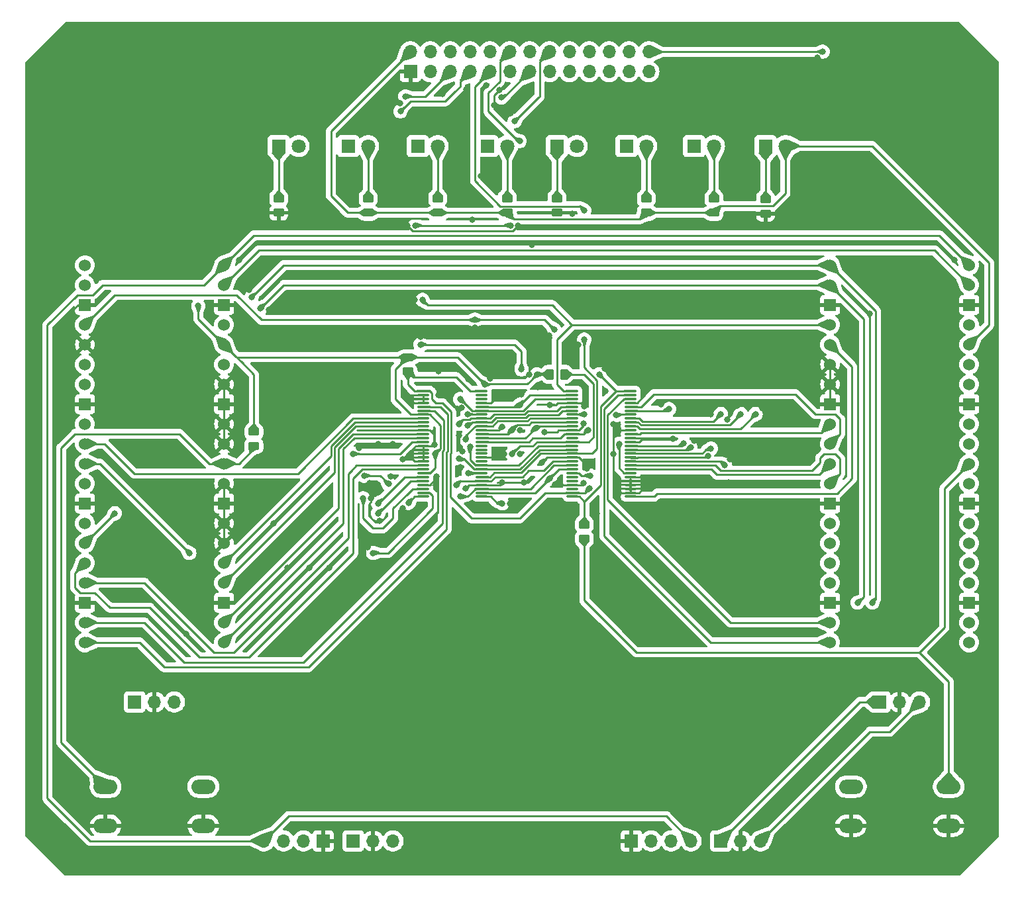
<source format=gbr>
%TF.GenerationSoftware,KiCad,Pcbnew,7.0.8*%
%TF.CreationDate,2023-10-15T21:25:11-07:00*%
%TF.ProjectId,DevkitHotswapPicoHub,4465766b-6974-4486-9f74-737761705069,rev?*%
%TF.SameCoordinates,Original*%
%TF.FileFunction,Copper,L1,Top*%
%TF.FilePolarity,Positive*%
%FSLAX46Y46*%
G04 Gerber Fmt 4.6, Leading zero omitted, Abs format (unit mm)*
G04 Created by KiCad (PCBNEW 7.0.8) date 2023-10-15 21:25:11*
%MOMM*%
%LPD*%
G01*
G04 APERTURE LIST*
G04 Aperture macros list*
%AMRoundRect*
0 Rectangle with rounded corners*
0 $1 Rounding radius*
0 $2 $3 $4 $5 $6 $7 $8 $9 X,Y pos of 4 corners*
0 Add a 4 corners polygon primitive as box body*
4,1,4,$2,$3,$4,$5,$6,$7,$8,$9,$2,$3,0*
0 Add four circle primitives for the rounded corners*
1,1,$1+$1,$2,$3*
1,1,$1+$1,$4,$5*
1,1,$1+$1,$6,$7*
1,1,$1+$1,$8,$9*
0 Add four rect primitives between the rounded corners*
20,1,$1+$1,$2,$3,$4,$5,0*
20,1,$1+$1,$4,$5,$6,$7,0*
20,1,$1+$1,$6,$7,$8,$9,0*
20,1,$1+$1,$8,$9,$2,$3,0*%
G04 Aperture macros list end*
%TA.AperFunction,ComponentPad*%
%ADD10R,1.700000X1.700000*%
%TD*%
%TA.AperFunction,ComponentPad*%
%ADD11O,1.700000X1.700000*%
%TD*%
%TA.AperFunction,ComponentPad*%
%ADD12C,1.524000*%
%TD*%
%TA.AperFunction,ComponentPad*%
%ADD13R,1.524000X1.524000*%
%TD*%
%TA.AperFunction,SMDPad,CuDef*%
%ADD14RoundRect,0.075000X-0.662500X-0.075000X0.662500X-0.075000X0.662500X0.075000X-0.662500X0.075000X0*%
%TD*%
%TA.AperFunction,SMDPad,CuDef*%
%ADD15RoundRect,0.250000X-0.450000X0.262500X-0.450000X-0.262500X0.450000X-0.262500X0.450000X0.262500X0*%
%TD*%
%TA.AperFunction,SMDPad,CuDef*%
%ADD16RoundRect,0.075000X0.662500X0.075000X-0.662500X0.075000X-0.662500X-0.075000X0.662500X-0.075000X0*%
%TD*%
%TA.AperFunction,ComponentPad*%
%ADD17O,3.048000X1.850000*%
%TD*%
%TA.AperFunction,SMDPad,CuDef*%
%ADD18RoundRect,0.250000X-0.262500X-0.450000X0.262500X-0.450000X0.262500X0.450000X-0.262500X0.450000X0*%
%TD*%
%TA.AperFunction,ComponentPad*%
%ADD19R,1.800000X1.800000*%
%TD*%
%TA.AperFunction,ComponentPad*%
%ADD20C,1.800000*%
%TD*%
%TA.AperFunction,ViaPad*%
%ADD21C,0.800000*%
%TD*%
%TA.AperFunction,Conductor*%
%ADD22C,0.250000*%
%TD*%
G04 APERTURE END LIST*
D10*
%TO.P,J404,1,Pin_1*%
%TO.N,GND*%
X90170000Y-117475000D03*
D11*
%TO.P,J404,2,Pin_2*%
%TO.N,User UART RX*%
X92710000Y-117475000D03*
%TO.P,J404,3,Pin_3*%
%TO.N,User UART TX*%
X95250000Y-117475000D03*
%TO.P,J404,4,Pin_4*%
%TO.N,VBUS*%
X97790000Y-117475000D03*
%TD*%
%TO.P,J202,3,Pin_3*%
%TO.N,OS SWDCLK*%
X31750000Y-99695000D03*
%TO.P,J202,2,Pin_2*%
%TO.N,GND*%
X29210000Y-99695000D03*
D10*
%TO.P,J202,1,Pin_1*%
%TO.N,OS SWDIO*%
X26670000Y-99695000D03*
%TD*%
D12*
%TO.P,U200,1,GP0*%
%TO.N,OS UART TX*%
X20320000Y-43815000D03*
%TO.P,U200,2,GP1*%
%TO.N,OS UART RX*%
X20320000Y-46355000D03*
D13*
%TO.P,U200,3,GND*%
%TO.N,GND*%
X20320000Y-48895000D03*
D12*
%TO.P,U200,4,GP2*%
%TO.N,~{User RUN}*%
X20320000Y-51435000D03*
%TO.P,U200,5,GP3*%
%TO.N,GND*%
X20320000Y-53975000D03*
%TO.P,U200,6,GP4*%
%TO.N,User UART RX*%
X20320000Y-59055000D03*
%TO.P,U200,7,GP5*%
%TO.N,User UART TX*%
X20320000Y-56515000D03*
D13*
%TO.P,U200,8,GND*%
%TO.N,GND*%
X20320000Y-61595000D03*
D12*
%TO.P,U200,9,GP6*%
%TO.N,OS Motor*%
X20320000Y-64135000D03*
%TO.P,U200,10,GP7*%
%TO.N,OS I2S_DIN*%
X20320000Y-66675000D03*
%TO.P,U200,11,GP8*%
%TO.N,OS LCD DC*%
X20320000Y-69215000D03*
%TO.P,U200,12,GP9*%
%TO.N,OS LCD CS*%
X20320000Y-71755000D03*
D13*
%TO.P,U200,13,GND*%
%TO.N,GND*%
X20320000Y-74295000D03*
D12*
%TO.P,U200,14,GP10*%
%TO.N,OS LCD CLK*%
X20320000Y-76835000D03*
%TO.P,U200,15,GP11*%
%TO.N,OS LCD DIN*%
X20320000Y-79375000D03*
%TO.P,U200,16,GP12*%
%TO.N,OS LCD Reset*%
X20320000Y-81915000D03*
%TO.P,U200,17,GP13*%
%TO.N,OS LCD Backlight*%
X20320000Y-84455000D03*
D13*
%TO.P,U200,18,GND*%
%TO.N,GND*%
X20320000Y-86995000D03*
D12*
%TO.P,U200,19,GP14*%
%TO.N,OS I2S_CLK*%
X20320000Y-89535000D03*
%TO.P,U200,20,GP15*%
%TO.N,OS I2S_LRC*%
X20320000Y-92075000D03*
%TO.P,U200,21,GP16*%
%TO.N,OS SD MISO*%
X38100000Y-92075000D03*
%TO.P,U200,22,GP17*%
%TO.N,OS SD CS*%
X38100000Y-89535000D03*
D13*
%TO.P,U200,23,GND*%
%TO.N,GND*%
X38100000Y-86995000D03*
D12*
%TO.P,U200,24,GP18*%
%TO.N,OS SD CLK*%
X38100000Y-84455000D03*
%TO.P,U200,25,GP19*%
%TO.N,OS SD MOSI*%
X38100000Y-81915000D03*
%TO.P,U200,26,GP20*%
%TO.N,GND*%
X38100000Y-79375000D03*
%TO.P,U200,27,GP21*%
X38100000Y-76835000D03*
D13*
%TO.P,U200,28,GND*%
X38100000Y-74295000D03*
D12*
%TO.P,U200,29,GP22*%
X38100000Y-71755000D03*
%TO.P,U200,30,RUN*%
%TO.N,~{OS Reset}*%
X38100000Y-69215000D03*
%TO.P,U200,31,GP26*%
%TO.N,GND*%
X38100000Y-66675000D03*
%TO.P,U200,32,GP27*%
X38100000Y-64135000D03*
D13*
%TO.P,U200,33,GND*%
X38100000Y-61595000D03*
D12*
%TO.P,U200,34,GP28*%
X38100000Y-59055000D03*
%TO.P,U200,35,ADC_VREF*%
%TO.N,unconnected-(U200-ADC_VREF-Pad35)*%
X38100000Y-56515000D03*
%TO.P,U200,36,3V3*%
%TO.N,+3V3*%
X38100000Y-53975000D03*
%TO.P,U200,37,3V3_EN*%
%TO.N,unconnected-(U200-3V3_EN-Pad37)*%
X38100000Y-51435000D03*
D13*
%TO.P,U200,38,GND*%
%TO.N,GND*%
X38100000Y-48895000D03*
D12*
%TO.P,U200,39,VSYS*%
%TO.N,VSS*%
X38100000Y-46355000D03*
%TO.P,U200,40,VBUS*%
%TO.N,VBUS*%
X38100000Y-43815000D03*
%TD*%
D10*
%TO.P,J303,1,Pin_1*%
%TO.N,User SWDIO*%
X121920000Y-99695000D03*
D11*
%TO.P,J303,2,Pin_2*%
%TO.N,GND*%
X124460000Y-99695000D03*
%TO.P,J303,3,Pin_3*%
%TO.N,User SWDCLK*%
X127000000Y-99695000D03*
%TD*%
D12*
%TO.P,U300,40,VBUS*%
%TO.N,VBUS*%
X133350000Y-43815000D03*
%TO.P,U300,39,VSYS*%
%TO.N,VSS*%
X133350000Y-46355000D03*
D13*
%TO.P,U300,38,GND*%
%TO.N,GND*%
X133350000Y-48895000D03*
D12*
%TO.P,U300,37,3V3_EN*%
%TO.N,unconnected-(U300-3V3_EN-Pad37)*%
X133350000Y-51435000D03*
%TO.P,U300,36,3V3*%
%TO.N,+3V3*%
X133350000Y-53975000D03*
%TO.P,U300,35,ADC_VREF*%
%TO.N,unconnected-(U300-ADC_VREF-Pad35)*%
X133350000Y-56515000D03*
%TO.P,U300,34,GP28*%
%TO.N,Input Cathode 3*%
X133350000Y-59055000D03*
D13*
%TO.P,U300,33,GND*%
%TO.N,GND*%
X133350000Y-61595000D03*
D12*
%TO.P,U300,32,GP27*%
%TO.N,Input Cathode 2*%
X133350000Y-64135000D03*
%TO.P,U300,31,GP26*%
%TO.N,Input Cathode 1*%
X133350000Y-66675000D03*
%TO.P,U300,30,RUN*%
%TO.N,~{User Reset}*%
X133350000Y-69215000D03*
%TO.P,U300,29,GP22*%
%TO.N,Input Anode 3*%
X133350000Y-71755000D03*
D13*
%TO.P,U300,28,GND*%
%TO.N,GND*%
X133350000Y-74295000D03*
D12*
%TO.P,U300,27,GP21*%
%TO.N,Input Anode 2*%
X133350000Y-76835000D03*
%TO.P,U300,26,GP20*%
%TO.N,Input Anode 1*%
X133350000Y-79375000D03*
%TO.P,U300,25,GP19*%
%TO.N,User SD MOSI*%
X133350000Y-81915000D03*
%TO.P,U300,24,GP18*%
%TO.N,User SD CLK*%
X133350000Y-84455000D03*
D13*
%TO.P,U300,23,GND*%
%TO.N,GND*%
X133350000Y-86995000D03*
D12*
%TO.P,U300,22,GP17*%
%TO.N,User SD CS*%
X133350000Y-89535000D03*
%TO.P,U300,21,GP16*%
%TO.N,User SD MISO*%
X133350000Y-92075000D03*
%TO.P,U300,20,GP15*%
%TO.N,User I2S_LRC*%
X115570000Y-92075000D03*
%TO.P,U300,19,GP14*%
%TO.N,User I2S_CLK*%
X115570000Y-89535000D03*
D13*
%TO.P,U300,18,GND*%
%TO.N,GND*%
X115570000Y-86995000D03*
D12*
%TO.P,U300,17,GP13*%
%TO.N,User LCD Backlight*%
X115570000Y-84455000D03*
%TO.P,U300,16,GP12*%
%TO.N,User LCD Reset*%
X115570000Y-81915000D03*
%TO.P,U300,15,GP11*%
%TO.N,User LCD DIN*%
X115570000Y-79375000D03*
%TO.P,U300,14,GP10*%
%TO.N,User LCD CLK*%
X115570000Y-76835000D03*
D13*
%TO.P,U300,13,GND*%
%TO.N,GND*%
X115570000Y-74295000D03*
D12*
%TO.P,U300,12,GP9*%
%TO.N,User LCD CS*%
X115570000Y-71755000D03*
%TO.P,U300,11,GP8*%
%TO.N,User LCD DC*%
X115570000Y-69215000D03*
%TO.P,U300,10,GP7*%
%TO.N,User I2S_DIN*%
X115570000Y-66675000D03*
%TO.P,U300,9,GP6*%
%TO.N,User Motor*%
X115570000Y-64135000D03*
D13*
%TO.P,U300,8,GND*%
%TO.N,GND*%
X115570000Y-61595000D03*
D12*
%TO.P,U300,7,GP5*%
X115570000Y-56515000D03*
%TO.P,U300,6,GP4*%
X115570000Y-59055000D03*
%TO.P,U300,5,GP3*%
%TO.N,~{User Request Bus 2}*%
X115570000Y-53975000D03*
%TO.P,U300,4,GP2*%
%TO.N,~{User Request Bus 1}*%
X115570000Y-51435000D03*
D13*
%TO.P,U300,3,GND*%
%TO.N,GND*%
X115570000Y-48895000D03*
D12*
%TO.P,U300,2,GP1*%
%TO.N,User UART RX*%
X115570000Y-46355000D03*
%TO.P,U300,1,GP0*%
%TO.N,User UART TX*%
X115570000Y-43815000D03*
%TD*%
D14*
%TO.P,U501,56,1OE2*%
%TO.N,~{User RUN}*%
X90072500Y-59925000D03*
%TO.P,U501,55,1A1*%
%TO.N,User I2S_LRC*%
X90072500Y-60425000D03*
%TO.P,U501,54,1A2*%
%TO.N,User I2S_CLK*%
X90072500Y-60925000D03*
%TO.P,U501,53,GND*%
%TO.N,GND*%
X90072500Y-61425000D03*
%TO.P,U501,52,1A3*%
%TO.N,User I2S_DIN*%
X90072500Y-61925000D03*
%TO.P,U501,51,1A4*%
%TO.N,User SD MOSI*%
X90072500Y-62425000D03*
%TO.P,U501,50,VCC*%
%TO.N,+3V3*%
X90072500Y-62925000D03*
%TO.P,U501,49,1A5*%
%TO.N,User SD CLK*%
X90072500Y-63425000D03*
%TO.P,U501,48,1A6*%
%TO.N,User SD CS*%
X90072500Y-63925000D03*
%TO.P,U501,47,1A7*%
%TO.N,User SD MISO*%
X90072500Y-64425000D03*
%TO.P,U501,46,GND*%
%TO.N,GND*%
X90072500Y-64925000D03*
%TO.P,U501,45,1A8*%
%TO.N,User Motor*%
X90072500Y-65425000D03*
%TO.P,U501,44,1A9*%
%TO.N,GND*%
X90072500Y-65925000D03*
%TO.P,U501,43,1A10*%
X90072500Y-66425000D03*
%TO.P,U501,42,2A1*%
%TO.N,User LCD Backlight*%
X90072500Y-66925000D03*
%TO.P,U501,41,2A2*%
%TO.N,User LCD Reset*%
X90072500Y-67425000D03*
%TO.P,U501,40,2A3*%
%TO.N,User LCD DIN*%
X90072500Y-67925000D03*
%TO.P,U501,39,GND*%
%TO.N,GND*%
X90072500Y-68425000D03*
%TO.P,U501,38,2A4*%
%TO.N,User LCD CLK*%
X90072500Y-68925000D03*
%TO.P,U501,37,2A5*%
%TO.N,User LCD CS*%
X90072500Y-69425000D03*
%TO.P,U501,36,2A6*%
%TO.N,User LCD DC*%
X90072500Y-69925000D03*
%TO.P,U501,35,VCC*%
%TO.N,+3V3*%
X90072500Y-70425000D03*
%TO.P,U501,34,2A7*%
%TO.N,GND*%
X90072500Y-70925000D03*
%TO.P,U501,33,2A8*%
X90072500Y-71425000D03*
%TO.P,U501,32,GND*%
X90072500Y-71925000D03*
%TO.P,U501,31,2A9*%
X90072500Y-72425000D03*
%TO.P,U501,30,2A10*%
X90072500Y-72925000D03*
%TO.P,U501,29,2OE2*%
%TO.N,~{User Request Bus 2}*%
X90072500Y-73425000D03*
%TO.P,U501,28,2OE1*%
%TO.N,~{User RUN}*%
X82647500Y-73425000D03*
%TO.P,U501,27,2Y10*%
%TO.N,OS Enable Bus 2*%
X82647500Y-72925000D03*
%TO.P,U501,26,2Y9*%
%TO.N,unconnected-(U501-2Y9-Pad26)*%
X82647500Y-72425000D03*
%TO.P,U501,25,GND*%
%TO.N,GND*%
X82647500Y-71925000D03*
%TO.P,U501,24,2Y8*%
%TO.N,unconnected-(U501-2Y8-Pad24)*%
X82647500Y-71425000D03*
%TO.P,U501,23,2Y7*%
%TO.N,unconnected-(U501-2Y7-Pad23)*%
X82647500Y-70925000D03*
%TO.P,U501,22,VCC*%
%TO.N,+3V3*%
X82647500Y-70425000D03*
%TO.P,U501,21,2Y6*%
%TO.N,LCD DC*%
X82647500Y-69925000D03*
%TO.P,U501,20,2Y5*%
%TO.N,LCD CS*%
X82647500Y-69425000D03*
%TO.P,U501,19,2Y4*%
%TO.N,LCD CLK*%
X82647500Y-68925000D03*
%TO.P,U501,18,GND*%
%TO.N,GND*%
X82647500Y-68425000D03*
%TO.P,U501,17,2Y3*%
%TO.N,LCD DIN*%
X82647500Y-67925000D03*
%TO.P,U501,16,2Y2*%
%TO.N,LCD Reset*%
X82647500Y-67425000D03*
%TO.P,U501,15,2Y1*%
%TO.N,LCD Backlight*%
X82647500Y-66925000D03*
%TO.P,U501,14,1Y10*%
%TO.N,OS Enable Bus 1*%
X82647500Y-66425000D03*
%TO.P,U501,13,1Y9*%
%TO.N,unconnected-(U501-1Y9-Pad13)*%
X82647500Y-65925000D03*
%TO.P,U501,12,1Y8*%
%TO.N,Motor*%
X82647500Y-65425000D03*
%TO.P,U501,11,GND*%
%TO.N,GND*%
X82647500Y-64925000D03*
%TO.P,U501,10,1Y7*%
%TO.N,SD MISO*%
X82647500Y-64425000D03*
%TO.P,U501,9,1Y6*%
%TO.N,SD CS*%
X82647500Y-63925000D03*
%TO.P,U501,8,1Y5*%
%TO.N,SD CLK*%
X82647500Y-63425000D03*
%TO.P,U501,7,VCC*%
%TO.N,+3V3*%
X82647500Y-62925000D03*
%TO.P,U501,6,1Y4*%
%TO.N,SD MOSI*%
X82647500Y-62425000D03*
%TO.P,U501,5,1Y3*%
%TO.N,I2S_DIN*%
X82647500Y-61925000D03*
%TO.P,U501,4,GND*%
%TO.N,GND*%
X82647500Y-61425000D03*
%TO.P,U501,3,1Y2*%
%TO.N,I2S_CLK*%
X82647500Y-60925000D03*
%TO.P,U501,2,1Y1*%
%TO.N,I2S_LRC*%
X82647500Y-60425000D03*
%TO.P,U501,1,1OE1*%
%TO.N,~{User Request Bus 1}*%
X82647500Y-59925000D03*
%TD*%
D15*
%TO.P,R414,1*%
%TO.N,Net-(D414-K)*%
X107315000Y-35386000D03*
%TO.P,R414,2*%
%TO.N,GND*%
X107315000Y-37211000D03*
%TD*%
D10*
%TO.P,J405,1,Pin_1*%
%TO.N,User SWDIO*%
X101600000Y-117475000D03*
D11*
%TO.P,J405,2,Pin_2*%
%TO.N,GND*%
X104140000Y-117475000D03*
%TO.P,J405,3,Pin_3*%
%TO.N,User SWDCLK*%
X106680000Y-117475000D03*
%TD*%
D10*
%TO.P,J401,1,Pin_1*%
%TO.N,OS SWDIO*%
X54610000Y-117475000D03*
D11*
%TO.P,J401,2,Pin_2*%
%TO.N,GND*%
X57150000Y-117475000D03*
%TO.P,J401,3,Pin_3*%
%TO.N,OS SWDCLK*%
X59690000Y-117475000D03*
%TD*%
D16*
%TO.P,U500,1,1OE1*%
%TO.N,OS Enable Bus 1*%
X71022500Y-73425000D03*
%TO.P,U500,2,1Y1*%
%TO.N,LCD DC*%
X71022500Y-72925000D03*
%TO.P,U500,3,1Y2*%
%TO.N,LCD CS*%
X71022500Y-72425000D03*
%TO.P,U500,4,GND*%
%TO.N,GND*%
X71022500Y-71925000D03*
%TO.P,U500,5,1Y3*%
%TO.N,LCD CLK*%
X71022500Y-71425000D03*
%TO.P,U500,6,1Y4*%
%TO.N,LCD DIN*%
X71022500Y-70925000D03*
%TO.P,U500,7,VCC*%
%TO.N,+3V3*%
X71022500Y-70425000D03*
%TO.P,U500,8,1Y5*%
%TO.N,LCD Reset*%
X71022500Y-69925000D03*
%TO.P,U500,9,1Y6*%
%TO.N,LCD Backlight*%
X71022500Y-69425000D03*
%TO.P,U500,10,1Y7*%
%TO.N,unconnected-(U500-1Y7-Pad10)*%
X71022500Y-68925000D03*
%TO.P,U500,11,GND*%
%TO.N,GND*%
X71022500Y-68425000D03*
%TO.P,U500,12,1Y8*%
%TO.N,unconnected-(U500-1Y8-Pad12)*%
X71022500Y-67925000D03*
%TO.P,U500,13,1Y9*%
%TO.N,unconnected-(U500-1Y9-Pad13)*%
X71022500Y-67425000D03*
%TO.P,U500,14,1Y10*%
%TO.N,unconnected-(U500-1Y10-Pad14)*%
X71022500Y-66925000D03*
%TO.P,U500,15,2Y1*%
%TO.N,Motor*%
X71022500Y-66425000D03*
%TO.P,U500,16,2Y2*%
%TO.N,SD MISO*%
X71022500Y-65925000D03*
%TO.P,U500,17,2Y3*%
%TO.N,SD CS*%
X71022500Y-65425000D03*
%TO.P,U500,18,GND*%
%TO.N,GND*%
X71022500Y-64925000D03*
%TO.P,U500,19,2Y4*%
%TO.N,SD CLK*%
X71022500Y-64425000D03*
%TO.P,U500,20,2Y5*%
%TO.N,SD MOSI*%
X71022500Y-63925000D03*
%TO.P,U500,21,2Y6*%
%TO.N,I2S_DIN*%
X71022500Y-63425000D03*
%TO.P,U500,22,VCC*%
%TO.N,+3V3*%
X71022500Y-62925000D03*
%TO.P,U500,23,2Y7*%
%TO.N,I2S_CLK*%
X71022500Y-62425000D03*
%TO.P,U500,24,2Y8*%
%TO.N,I2S_LRC*%
X71022500Y-61925000D03*
%TO.P,U500,25,GND*%
%TO.N,GND*%
X71022500Y-61425000D03*
%TO.P,U500,26,2Y9*%
%TO.N,unconnected-(U500-2Y9-Pad26)*%
X71022500Y-60925000D03*
%TO.P,U500,27,2Y10*%
%TO.N,unconnected-(U500-2Y10-Pad27)*%
X71022500Y-60425000D03*
%TO.P,U500,28,2OE1*%
%TO.N,OS Enable Bus 2*%
X71022500Y-59925000D03*
%TO.P,U500,29,2OE2*%
X63597500Y-59925000D03*
%TO.P,U500,30,2A10*%
%TO.N,GND*%
X63597500Y-60425000D03*
%TO.P,U500,31,2A9*%
X63597500Y-60925000D03*
%TO.P,U500,32,GND*%
X63597500Y-61425000D03*
%TO.P,U500,33,2A8*%
%TO.N,OS I2S_LRC*%
X63597500Y-61925000D03*
%TO.P,U500,34,2A7*%
%TO.N,OS I2S_CLK*%
X63597500Y-62425000D03*
%TO.P,U500,35,VCC*%
%TO.N,+3V3*%
X63597500Y-62925000D03*
%TO.P,U500,36,2A6*%
%TO.N,OS I2S_DIN*%
X63597500Y-63425000D03*
%TO.P,U500,37,2A5*%
%TO.N,OS SD MOSI*%
X63597500Y-63925000D03*
%TO.P,U500,38,2A4*%
%TO.N,OS SD CLK*%
X63597500Y-64425000D03*
%TO.P,U500,39,GND*%
%TO.N,GND*%
X63597500Y-64925000D03*
%TO.P,U500,40,2A3*%
%TO.N,OS SD CS*%
X63597500Y-65425000D03*
%TO.P,U500,41,2A2*%
%TO.N,OS SD MISO*%
X63597500Y-65925000D03*
%TO.P,U500,42,2A1*%
%TO.N,OS Motor*%
X63597500Y-66425000D03*
%TO.P,U500,43,1A10*%
%TO.N,GND*%
X63597500Y-66925000D03*
%TO.P,U500,44,1A9*%
X63597500Y-67425000D03*
%TO.P,U500,45,1A8*%
X63597500Y-67925000D03*
%TO.P,U500,46,GND*%
X63597500Y-68425000D03*
%TO.P,U500,47,1A7*%
X63597500Y-68925000D03*
%TO.P,U500,48,1A6*%
%TO.N,OS LCD Backlight*%
X63597500Y-69425000D03*
%TO.P,U500,49,1A5*%
%TO.N,OS LCD Reset*%
X63597500Y-69925000D03*
%TO.P,U500,50,VCC*%
%TO.N,+3V3*%
X63597500Y-70425000D03*
%TO.P,U500,51,1A4*%
%TO.N,OS LCD DIN*%
X63597500Y-70925000D03*
%TO.P,U500,52,1A3*%
%TO.N,OS LCD CLK*%
X63597500Y-71425000D03*
%TO.P,U500,53,GND*%
%TO.N,GND*%
X63597500Y-71925000D03*
%TO.P,U500,54,1A2*%
%TO.N,OS LCD CS*%
X63597500Y-72425000D03*
%TO.P,U500,55,1A1*%
%TO.N,OS LCD DC*%
X63597500Y-72925000D03*
%TO.P,U500,56,1OE2*%
%TO.N,OS Enable Bus 1*%
X63597500Y-73425000D03*
%TD*%
D17*
%TO.P,SW406,1,1*%
%TO.N,N/C*%
X118220000Y-110530000D03*
%TO.N,~{User Reset}*%
X130720000Y-110530000D03*
%TO.P,SW406,2,2*%
%TO.N,GND*%
X118220000Y-115530000D03*
X130720000Y-115530000D03*
%TD*%
%TO.P,SW403,2,2*%
%TO.N,~{OS Reset}*%
X22950000Y-110530000D03*
%TO.N,N/C*%
X35450000Y-110530000D03*
%TO.P,SW403,1,1*%
%TO.N,GND*%
X22950000Y-115530000D03*
X35450000Y-115530000D03*
%TD*%
D15*
%TO.P,R504,2*%
%TO.N,OS Enable Bus 2*%
X61595000Y-57427500D03*
%TO.P,R504,1*%
%TO.N,+3V3*%
X61595000Y-55602500D03*
%TD*%
D18*
%TO.P,R503,1*%
%TO.N,+3V3*%
X79732500Y-57785000D03*
%TO.P,R503,2*%
%TO.N,OS Enable Bus 1*%
X81557500Y-57785000D03*
%TD*%
D15*
%TO.P,R422,2*%
%TO.N,+3V3*%
X100725000Y-37107500D03*
%TO.P,R422,1*%
%TO.N,Net-(D413-A)*%
X100725000Y-35282500D03*
%TD*%
%TO.P,R421,1*%
%TO.N,Net-(D412-A)*%
X92075000Y-35282500D03*
%TO.P,R421,2*%
%TO.N,+3V3*%
X92075000Y-37107500D03*
%TD*%
%TO.P,R420,2*%
%TO.N,GND*%
X80645000Y-37107500D03*
%TO.P,R420,1*%
%TO.N,Net-(D411-K)*%
X80645000Y-35282500D03*
%TD*%
%TO.P,R419,2*%
%TO.N,+3V3*%
X74295000Y-37107500D03*
%TO.P,R419,1*%
%TO.N,Net-(D410-A)*%
X74295000Y-35282500D03*
%TD*%
%TO.P,R418,2*%
%TO.N,+3V3*%
X65405000Y-37107500D03*
%TO.P,R418,1*%
%TO.N,Net-(D409-A)*%
X65405000Y-35282500D03*
%TD*%
%TO.P,R417,1*%
%TO.N,Net-(D408-A)*%
X56515000Y-35282500D03*
%TO.P,R417,2*%
%TO.N,+3V3*%
X56515000Y-37107500D03*
%TD*%
%TO.P,R416,2*%
%TO.N,GND*%
X45085000Y-37107500D03*
%TO.P,R416,1*%
%TO.N,Net-(D407-K)*%
X45085000Y-35282500D03*
%TD*%
%TO.P,R301,1*%
%TO.N,~{User RUN}*%
X84137500Y-76997500D03*
%TO.P,R301,2*%
%TO.N,~{User Reset}*%
X84137500Y-78822500D03*
%TD*%
%TO.P,R201,2*%
%TO.N,~{OS Reset}*%
X41910000Y-66952500D03*
%TO.P,R201,1*%
%TO.N,+3V3*%
X41910000Y-65127500D03*
%TD*%
D10*
%TO.P,J502,1,Pin_1*%
%TO.N,GND*%
X61912500Y-19050000D03*
D11*
%TO.P,J502,2,Pin_2*%
%TO.N,+3V3*%
X61912500Y-16510000D03*
%TO.P,J502,3,Pin_3*%
%TO.N,LCD DC*%
X64452500Y-19050000D03*
%TO.P,J502,4,Pin_4*%
%TO.N,unconnected-(J502-Pin_4-Pad4)*%
X64452500Y-16510000D03*
%TO.P,J502,5,Pin_5*%
%TO.N,LCD CS*%
X66992500Y-19050000D03*
%TO.P,J502,6,Pin_6*%
%TO.N,Motor*%
X66992500Y-16510000D03*
%TO.P,J502,7,Pin_7*%
%TO.N,LCD CLK*%
X69532500Y-19050000D03*
%TO.P,J502,8,Pin_8*%
%TO.N,SD MISO*%
X69532500Y-16510000D03*
%TO.P,J502,9,Pin_9*%
%TO.N,LCD DIN*%
X72072500Y-19050000D03*
%TO.P,J502,10,Pin_10*%
%TO.N,SD CS*%
X72072500Y-16510000D03*
%TO.P,J502,11,Pin_11*%
%TO.N,LCD Reset*%
X74612500Y-19050000D03*
%TO.P,J502,12,Pin_12*%
%TO.N,SD CLK*%
X74612500Y-16510000D03*
%TO.P,J502,13,Pin_13*%
%TO.N,LCD Backlight*%
X77152500Y-19050000D03*
%TO.P,J502,14,Pin_14*%
%TO.N,SD MOSI*%
X77152500Y-16510000D03*
%TO.P,J502,15,Pin_15*%
%TO.N,unconnected-(J502-Pin_15-Pad15)*%
X79692500Y-19050000D03*
%TO.P,J502,16,Pin_16*%
%TO.N,I2S_DIN*%
X79692500Y-16510000D03*
%TO.P,J502,17,Pin_17*%
%TO.N,unconnected-(J502-Pin_17-Pad17)*%
X82232500Y-19050000D03*
%TO.P,J502,18,Pin_18*%
%TO.N,I2S_CLK*%
X82232500Y-16510000D03*
%TO.P,J502,19,Pin_19*%
%TO.N,unconnected-(J502-Pin_19-Pad19)*%
X84772500Y-19050000D03*
%TO.P,J502,20,Pin_20*%
%TO.N,I2S_LRC*%
X84772500Y-16510000D03*
%TO.P,J502,21,Pin_21*%
%TO.N,Input Anode 1*%
X87312500Y-19050000D03*
%TO.P,J502,22,Pin_22*%
%TO.N,Input Cathode 1*%
X87312500Y-16510000D03*
%TO.P,J502,23,Pin_23*%
%TO.N,Input Anode 2*%
X89852500Y-19050000D03*
%TO.P,J502,24,Pin_24*%
%TO.N,Input Cathode 2*%
X89852500Y-16510000D03*
%TO.P,J502,25,Pin_25*%
%TO.N,Input Anode 3*%
X92392500Y-19050000D03*
%TO.P,J502,26,Pin_26*%
%TO.N,Input Cathode 3*%
X92392500Y-16510000D03*
%TD*%
%TO.P,J400,4,Pin_4*%
%TO.N,VBUS*%
X43170000Y-117475000D03*
%TO.P,J400,3,Pin_3*%
%TO.N,OS UART TX*%
X45710000Y-117475000D03*
%TO.P,J400,2,Pin_2*%
%TO.N,OS UART RX*%
X48250000Y-117475000D03*
D10*
%TO.P,J400,1,Pin_1*%
%TO.N,GND*%
X50790000Y-117475000D03*
%TD*%
D19*
%TO.P,D414,1,K*%
%TO.N,Net-(D414-K)*%
X107315000Y-28575000D03*
D20*
%TO.P,D414,2,A*%
%TO.N,+3V3*%
X109855000Y-28575000D03*
%TD*%
D19*
%TO.P,D413,1,K*%
%TO.N,~{User Request Bus 2}*%
X98185000Y-28575000D03*
D20*
%TO.P,D413,2,A*%
%TO.N,Net-(D413-A)*%
X100725000Y-28575000D03*
%TD*%
D19*
%TO.P,D412,1,K*%
%TO.N,OS Enable Bus 2*%
X89535000Y-28575000D03*
D20*
%TO.P,D412,2,A*%
%TO.N,Net-(D412-A)*%
X92075000Y-28575000D03*
%TD*%
%TO.P,D411,2,A*%
%TO.N,OS Enable Bus 2*%
X83185000Y-28575000D03*
D19*
%TO.P,D411,1,K*%
%TO.N,Net-(D411-K)*%
X80645000Y-28575000D03*
%TD*%
D20*
%TO.P,D410,2,A*%
%TO.N,Net-(D410-A)*%
X74295000Y-28575000D03*
D19*
%TO.P,D410,1,K*%
%TO.N,~{User RUN}*%
X71755000Y-28575000D03*
%TD*%
%TO.P,D409,1,K*%
%TO.N,~{User Request Bus 1}*%
X62865000Y-28575000D03*
D20*
%TO.P,D409,2,A*%
%TO.N,Net-(D409-A)*%
X65405000Y-28575000D03*
%TD*%
%TO.P,D408,2,A*%
%TO.N,Net-(D408-A)*%
X56515000Y-28575000D03*
D19*
%TO.P,D408,1,K*%
%TO.N,OS Enable Bus 1*%
X53975000Y-28575000D03*
%TD*%
%TO.P,D407,1,K*%
%TO.N,Net-(D407-K)*%
X45085000Y-28575000D03*
D20*
%TO.P,D407,2,A*%
%TO.N,OS Enable Bus 1*%
X47625000Y-28575000D03*
%TD*%
D21*
%TO.N,GND*%
X69342000Y-58420000D03*
X78740000Y-69088000D03*
X76454000Y-71628000D03*
X65024000Y-66802000D03*
%TO.N,+3V3*%
X88156550Y-63010550D03*
%TO.N,GND*%
X120650000Y-50038000D03*
X79502000Y-22606000D03*
X69215000Y-34290000D03*
X72803000Y-34036246D03*
%TO.N,User SD MOSI*%
X94979503Y-62230000D03*
%TO.N,GND*%
X93980000Y-61595000D03*
X59690000Y-66675000D03*
X57785000Y-66675000D03*
X43815000Y-114300000D03*
X15875000Y-45720000D03*
X18415000Y-109855000D03*
X79756000Y-61722000D03*
X30480000Y-68580000D03*
%TO.N,OS LCD DC*%
X33655000Y-80645000D03*
%TO.N,OS LCD DIN*%
X24130000Y-75565000D03*
%TO.N,GND*%
X19050000Y-94488000D03*
X17272000Y-48006000D03*
X40640000Y-50038000D03*
X32004000Y-53340000D03*
X72803000Y-60753500D03*
X65278000Y-70866000D03*
X71628000Y-20828000D03*
X72644000Y-26670000D03*
X108458000Y-31750000D03*
X67564000Y-25654000D03*
X64516000Y-25146000D03*
X62230000Y-34544000D03*
X60930078Y-68635266D03*
X70892000Y-32385000D03*
X52832000Y-34036000D03*
X27178000Y-90932000D03*
X33274000Y-90999800D03*
X51562000Y-82550000D03*
X49022000Y-82550000D03*
X46228000Y-82550000D03*
X95504000Y-66040000D03*
X98298000Y-76454000D03*
X102616000Y-71628000D03*
X94488000Y-71628000D03*
X61468000Y-60960000D03*
X65532000Y-60452000D03*
X86868000Y-59944000D03*
X78232000Y-59436000D03*
X73660000Y-71628000D03*
X72644000Y-23368000D03*
X65532000Y-57404000D03*
X73660000Y-64516000D03*
X61468000Y-53848000D03*
X47244000Y-64516000D03*
X45212000Y-69088000D03*
X48260000Y-76835000D03*
X44450000Y-76835000D03*
X24765000Y-78740000D03*
X46990000Y-112395000D03*
X93980000Y-111760000D03*
X80645000Y-75565000D03*
X85725000Y-75565000D03*
X88265000Y-71120000D03*
X87858000Y-64135000D03*
X95885000Y-90805000D03*
X101600000Y-90805000D03*
X120015000Y-87884000D03*
X127036049Y-86323951D03*
X127036049Y-78703951D03*
X127036049Y-76163951D03*
X127036049Y-73623951D03*
X127635000Y-59690000D03*
X127194799Y-63500000D03*
X127635000Y-38100000D03*
X122555000Y-34290000D03*
X120015000Y-36195000D03*
X75565000Y-13970000D03*
X66019594Y-21904969D03*
X69088000Y-21336000D03*
X76962000Y-21844000D03*
X86360000Y-23495000D03*
X95885000Y-24130000D03*
X103505000Y-19685000D03*
X112395000Y-19685000D03*
X110490000Y-45085000D03*
X65405000Y-45085000D03*
X52705000Y-45085000D03*
X40005000Y-43180000D03*
X77470000Y-41185500D03*
X131445000Y-43180000D03*
X110490000Y-37592000D03*
X69850000Y-38010500D03*
X113910745Y-17234500D03*
%TO.N,Input Cathode 3*%
X114617500Y-16510000D03*
%TO.N,GND*%
X62455997Y-48260000D03*
X70167500Y-51799503D03*
%TO.N,~{User Request Bus 1}*%
X63455500Y-48260000D03*
%TO.N,GND*%
X59436000Y-70866000D03*
X56743000Y-71661551D03*
%TO.N,OS Enable Bus 1*%
X59119930Y-71814211D03*
X55992549Y-70762049D03*
%TO.N,~{User RUN}*%
X70167500Y-50800000D03*
%TO.N,GND*%
X84065745Y-71683245D03*
%TO.N,OS Enable Bus 2*%
X84772500Y-72390000D03*
%TO.N,GND*%
X68434786Y-62084080D03*
X77092949Y-57772452D03*
X83385844Y-53998801D03*
X73280524Y-21406574D03*
X76200000Y-26670000D03*
X82594500Y-37220500D03*
X75701503Y-38735000D03*
X61548662Y-38771424D03*
X63195048Y-52962949D03*
%TO.N,LCD CS*%
X61277500Y-22225000D03*
X68326000Y-73406000D03*
%TO.N,GND*%
X68973422Y-72390000D03*
%TO.N,LCD CLK*%
X60642500Y-24130000D03*
X67818000Y-71934500D03*
%TO.N,LCD DIN*%
X84137500Y-36830000D03*
X84137500Y-53340000D03*
%TO.N,SD MISO*%
X63182500Y-53975000D03*
X76127745Y-57150000D03*
%TO.N,SD CS*%
X62547500Y-38735000D03*
X74702000Y-38735000D03*
%TO.N,SD CLK*%
X75882500Y-27940000D03*
X69016983Y-66114785D03*
%TO.N,GND*%
X87858000Y-67945000D03*
%TO.N,+3V3*%
X88582500Y-66675000D03*
X84901991Y-70743982D03*
%TO.N,GND*%
X72144255Y-58312255D03*
%TO.N,+3V3*%
X65087500Y-67945000D03*
%TO.N,GND*%
X60629952Y-23117949D03*
X74712239Y-24382739D03*
%TO.N,LCD Backlight*%
X73551131Y-22368747D03*
%TO.N,+3V3*%
X71437500Y-59055000D03*
%TO.N,I2S_LRC*%
X75882500Y-61700500D03*
%TO.N,I2S_DIN*%
X75247500Y-25400000D03*
%TO.N,GND*%
X80399255Y-71826755D03*
%TO.N,LCD DC*%
X79692500Y-71120000D03*
%TO.N,GND*%
X68303698Y-69675665D03*
%TO.N,+3V3*%
X69342000Y-70425000D03*
%TO.N,LCD Reset*%
X68132000Y-68580000D03*
%TO.N,GND*%
X68587812Y-67634919D03*
%TO.N,LCD Backlight*%
X69532500Y-67056000D03*
%TO.N,GND*%
X79057500Y-65149500D03*
%TO.N,SD MISO*%
X77913750Y-64649500D03*
%TO.N,SD CS*%
X74897047Y-64891213D03*
%TO.N,GND*%
X75962680Y-64949500D03*
X68169750Y-65584500D03*
%TO.N,Motor*%
X84608500Y-64893258D03*
%TO.N,GND*%
X84137500Y-61894749D03*
%TO.N,SD MOSI*%
X69190320Y-64314500D03*
%TO.N,I2S_DIN*%
X68132000Y-64135000D03*
%TO.N,User UART TX*%
X120967500Y-86995000D03*
%TO.N,User UART RX*%
X119062500Y-86995000D03*
%TO.N,+3V3*%
X34798000Y-49022000D03*
%TO.N,GND*%
X41275000Y-46990000D03*
X43815000Y-49530000D03*
%TO.N,User UART TX*%
X41592500Y-47942500D03*
%TO.N,User UART RX*%
X42739799Y-49335201D03*
%TO.N,~{User RUN}*%
X80327500Y-52070000D03*
%TO.N,I2S_CLK*%
X68262500Y-60960000D03*
%TO.N,GND*%
X84455000Y-69850000D03*
X76127364Y-60324463D03*
X84063722Y-64055271D03*
%TO.N,+3V3*%
X69215000Y-62865000D03*
X78105000Y-57785000D03*
X84137500Y-62894252D03*
%TO.N,GND*%
X55316755Y-67220500D03*
X102798803Y-68637428D03*
X99955399Y-68200500D03*
X98218390Y-66237616D03*
X106934000Y-62140500D03*
X103699800Y-61789800D03*
X102421201Y-63550000D03*
X100330000Y-62865000D03*
X86749255Y-57078245D03*
X79620745Y-52776755D03*
X75942051Y-67957548D03*
X73930497Y-67945000D03*
X74672051Y-74307548D03*
X60960000Y-74930000D03*
X56879503Y-73660000D03*
X57930347Y-76553878D03*
X56443245Y-79920500D03*
%TO.N,OS LCD DC*%
X57150000Y-80645000D03*
%TO.N,OS LCD CS*%
X55880000Y-73660000D03*
%TO.N,OS LCD DIN*%
X57785000Y-74295000D03*
%TO.N,OS Enable Bus 1*%
X61666755Y-74223245D03*
%TO.N,OS LCD CLK*%
X57785000Y-75565000D03*
%TO.N,OS Motor*%
X54610000Y-67945000D03*
%TO.N,~{User RUN}*%
X86042500Y-57785000D03*
%TO.N,OS Enable Bus 1*%
X73660000Y-74295000D03*
X74930000Y-67945000D03*
%TO.N,User SD MISO*%
X106045000Y-62865000D03*
%TO.N,User SD CS*%
X104140000Y-62865000D03*
%TO.N,User SD CLK*%
X101600000Y-62865000D03*
%TO.N,User LCD Backlight*%
X96859699Y-66618158D03*
%TO.N,User LCD Reset*%
X97729998Y-67109670D03*
%TO.N,User LCD DIN*%
X100342959Y-67279195D03*
%TO.N,User LCD CLK*%
X102118148Y-69369352D03*
%TD*%
D22*
%TO.N,GND*%
X79403000Y-68425000D02*
X82647500Y-68425000D01*
X78740000Y-69088000D02*
X79403000Y-68425000D01*
%TO.N,LCD CLK*%
X80127604Y-68925000D02*
X82647500Y-68925000D01*
X78948604Y-70104000D02*
X80127604Y-68925000D01*
X77023500Y-70104000D02*
X78948604Y-70104000D01*
X76224500Y-70903000D02*
X77023500Y-70104000D01*
X72752396Y-70903000D02*
X76224500Y-70903000D01*
X71022500Y-71425000D02*
X72230396Y-71425000D01*
X72230396Y-71425000D02*
X72752396Y-70903000D01*
%TO.N,SD MISO*%
X76638250Y-65925000D02*
X71022500Y-65925000D01*
X78138250Y-64425000D02*
X82647500Y-64425000D01*
X77913750Y-64649500D02*
X78138250Y-64425000D01*
X77913750Y-64649500D02*
X76638250Y-65925000D01*
%TO.N,GND*%
X68973422Y-72390000D02*
X69438422Y-71925000D01*
X69438422Y-71925000D02*
X71022500Y-71925000D01*
%TO.N,LCD CLK*%
X67818000Y-71934500D02*
X68327500Y-71425000D01*
X68327500Y-71425000D02*
X71022500Y-71425000D01*
%TO.N,OS Enable Bus 2*%
X63597500Y-59925000D02*
X64400686Y-59925000D01*
X64400686Y-59925000D02*
X64660000Y-60184314D01*
X64660000Y-60184314D02*
X64660000Y-60960000D01*
X65168000Y-61468000D02*
X66010500Y-61468000D01*
X66998000Y-73485500D02*
X69712500Y-76200000D01*
X67125000Y-67816688D02*
X66998000Y-67943688D01*
X64660000Y-60960000D02*
X65168000Y-61468000D01*
X66010500Y-61468000D02*
X67125000Y-62582500D01*
X67125000Y-62582500D02*
X67125000Y-67816688D01*
X66998000Y-67943688D02*
X66998000Y-73485500D01*
X69712500Y-76200000D02*
X75897500Y-76200000D01*
X75897500Y-76200000D02*
X79172500Y-72925000D01*
X79172500Y-72925000D02*
X82647500Y-72925000D01*
%TO.N,OS I2S_LRC*%
X27305000Y-92075000D02*
X20320000Y-92075000D01*
X30480000Y-95250000D02*
X27305000Y-92075000D01*
X48895000Y-95250000D02*
X30480000Y-95250000D01*
X66675000Y-67630292D02*
X66548000Y-67757292D01*
X66675000Y-62865000D02*
X66675000Y-67630292D01*
X66548000Y-67757292D02*
X66548000Y-77597000D01*
X65735000Y-61925000D02*
X66675000Y-62865000D01*
X66548000Y-77597000D02*
X48895000Y-95250000D01*
X63597500Y-61925000D02*
X65735000Y-61925000D01*
%TO.N,OS I2S_CLK*%
X27940000Y-89535000D02*
X20320000Y-89535000D01*
X48260000Y-94615000D02*
X33020000Y-94615000D01*
X66040000Y-67628896D02*
X66040000Y-76835000D01*
X33020000Y-94615000D02*
X27940000Y-89535000D01*
X66225000Y-67443896D02*
X66040000Y-67628896D01*
X66040000Y-76835000D02*
X48260000Y-94615000D01*
X66225000Y-63685000D02*
X66225000Y-67443896D01*
X64965000Y-62425000D02*
X66225000Y-63685000D01*
X63597500Y-62425000D02*
X64965000Y-62425000D01*
%TO.N,GND*%
X65454676Y-71042676D02*
X65454676Y-75515324D01*
X65278000Y-70866000D02*
X65454676Y-71042676D01*
X90875686Y-61425000D02*
X91948000Y-60352686D01*
X90072500Y-61425000D02*
X90875686Y-61425000D01*
X64400686Y-64925000D02*
X63597500Y-64925000D01*
X65024000Y-66802000D02*
X65024000Y-65548314D01*
X64901000Y-66925000D02*
X65024000Y-66802000D01*
X63597500Y-66925000D02*
X64901000Y-66925000D01*
X65024000Y-65548314D02*
X64400686Y-64925000D01*
%TO.N,+3V3*%
X64400686Y-62925000D02*
X63597500Y-62925000D01*
X65775000Y-64299314D02*
X64400686Y-62925000D01*
X65775000Y-67257500D02*
X65775000Y-64299314D01*
X65087500Y-67945000D02*
X65775000Y-67257500D01*
%TO.N,GND*%
X63597500Y-64925000D02*
X55088604Y-64925000D01*
X73450497Y-68425000D02*
X71022500Y-68425000D01*
X73930497Y-67945000D02*
X73450497Y-68425000D01*
X88648000Y-64925000D02*
X87858000Y-64135000D01*
X90072500Y-64925000D02*
X88648000Y-64925000D01*
%TO.N,+3V3*%
X88242100Y-62925000D02*
X88156550Y-63010550D01*
X90072500Y-62925000D02*
X88242100Y-62925000D01*
%TO.N,GND*%
X62476000Y-68925000D02*
X61976000Y-68425000D01*
X63597500Y-68925000D02*
X62476000Y-68925000D01*
X61976000Y-68425000D02*
X61140344Y-68425000D01*
X63597500Y-68425000D02*
X61976000Y-68425000D01*
X61140344Y-68425000D02*
X60930078Y-68635266D01*
X61615000Y-67925000D02*
X61468000Y-68072000D01*
X63597500Y-67925000D02*
X61615000Y-67925000D01*
X61468000Y-68072000D02*
X60930078Y-68609922D01*
X61976000Y-67564000D02*
X61468000Y-68072000D01*
X62115000Y-67425000D02*
X61976000Y-67564000D01*
X63597500Y-67425000D02*
X62115000Y-67425000D01*
X62615000Y-66925000D02*
X61976000Y-67564000D01*
X60930078Y-68609922D02*
X60930078Y-68635266D01*
X63597500Y-66925000D02*
X62615000Y-66925000D01*
%TO.N,+3V3*%
X135890000Y-43497500D02*
X135890000Y-51435000D01*
X135890000Y-51435000D02*
X133350000Y-53975000D01*
X120967500Y-28575000D02*
X135890000Y-43497500D01*
X109855000Y-28575000D02*
X120967500Y-28575000D01*
%TO.N,User UART RX*%
X119135305Y-86995000D02*
X119062500Y-86995000D01*
X119888000Y-86242305D02*
X119135305Y-86995000D01*
X119888000Y-50673000D02*
X119888000Y-86242305D01*
X115570000Y-46355000D02*
X119888000Y-50673000D01*
%TO.N,User UART TX*%
X121412000Y-86550500D02*
X120967500Y-86995000D01*
X121412000Y-49657000D02*
X121412000Y-86550500D01*
X115570000Y-43815000D02*
X121412000Y-49657000D01*
%TO.N,~{User Request Bus 2}*%
X93072000Y-73425000D02*
X90072500Y-73425000D01*
X93472000Y-73025000D02*
X93072000Y-73425000D01*
X116459000Y-73025000D02*
X93472000Y-73025000D01*
X118364000Y-71120000D02*
X116459000Y-73025000D01*
X118364000Y-56769000D02*
X118364000Y-71120000D01*
X115570000Y-53975000D02*
X118364000Y-56769000D01*
%TO.N,GND*%
X115570000Y-56515000D02*
X115570000Y-61595000D01*
X18542000Y-87122000D02*
X18542000Y-93980000D01*
X20320000Y-86995000D02*
X18669000Y-86995000D01*
X18542000Y-93980000D02*
X19050000Y-94488000D01*
X18669000Y-86995000D02*
X18542000Y-87122000D01*
X38100000Y-74295000D02*
X38100000Y-71755000D01*
X18923000Y-61595000D02*
X20320000Y-61595000D01*
X18034000Y-60706000D02*
X18923000Y-61595000D01*
X18034000Y-56261000D02*
X18034000Y-60706000D01*
X20320000Y-53975000D02*
X18034000Y-56261000D01*
%TO.N,~{OS Reset}*%
X32385000Y-65405000D02*
X36195000Y-69215000D01*
X36195000Y-69215000D02*
X38100000Y-69215000D01*
X19050000Y-65405000D02*
X32385000Y-65405000D01*
X17272000Y-67183000D02*
X19050000Y-65405000D01*
X22950000Y-110530000D02*
X17272000Y-104852000D01*
X17272000Y-104852000D02*
X17272000Y-67183000D01*
%TO.N,VBUS*%
X35560000Y-46355000D02*
X38100000Y-43815000D01*
X19367500Y-47625000D02*
X21272500Y-47625000D01*
X21272500Y-47625000D02*
X22542500Y-46355000D01*
X22542500Y-46355000D02*
X35560000Y-46355000D01*
X15494000Y-51498500D02*
X19367500Y-47625000D01*
X15494000Y-112014000D02*
X15494000Y-51498500D01*
X20955000Y-117475000D02*
X15494000Y-112014000D01*
X43170000Y-117475000D02*
X20955000Y-117475000D01*
%TO.N,GND*%
X18542000Y-52197000D02*
X20320000Y-53975000D01*
X18542000Y-49784000D02*
X18542000Y-52197000D01*
X19431000Y-48895000D02*
X18542000Y-49784000D01*
X20320000Y-48895000D02*
X19431000Y-48895000D01*
X38100000Y-64135000D02*
X38100000Y-59055000D01*
X38100000Y-66675000D02*
X38100000Y-64135000D01*
X38100000Y-76835000D02*
X38100000Y-79375000D01*
X38100000Y-74295000D02*
X38100000Y-76835000D01*
%TO.N,+3V3*%
X34798000Y-49022000D02*
X34798000Y-50673000D01*
X34798000Y-50673000D02*
X38100000Y-53975000D01*
X69342000Y-70425000D02*
X71022500Y-70425000D01*
%TO.N,LCD CS*%
X70219314Y-72425000D02*
X71022500Y-72425000D01*
X69238314Y-73406000D02*
X70219314Y-72425000D01*
X68326000Y-73406000D02*
X69238314Y-73406000D01*
%TO.N,LCD Backlight*%
X70219314Y-69425000D02*
X71022500Y-69425000D01*
X69532500Y-68738186D02*
X70219314Y-69425000D01*
X69532500Y-67056000D02*
X69532500Y-68738186D01*
%TO.N,LCD Reset*%
X70082918Y-69925000D02*
X71022500Y-69925000D01*
X68737918Y-68580000D02*
X70082918Y-69925000D01*
X68132000Y-68580000D02*
X68737918Y-68580000D01*
%TO.N,GND*%
X68169750Y-67216857D02*
X68169750Y-65584500D01*
X68587812Y-67634919D02*
X68169750Y-67216857D01*
X73279537Y-60324463D02*
X72179000Y-61425000D01*
X76127364Y-60324463D02*
X73279537Y-60324463D01*
X72179000Y-61425000D02*
X71022500Y-61425000D01*
%TO.N,OS Enable Bus 1*%
X62465000Y-73425000D02*
X63597500Y-73425000D01*
X61666755Y-74223245D02*
X62465000Y-73425000D01*
%TO.N,User Motor*%
X91235000Y-65425000D02*
X91440000Y-65220000D01*
X91440000Y-65220000D02*
X114485000Y-65220000D01*
X114485000Y-65220000D02*
X115570000Y-64135000D01*
X90072500Y-65425000D02*
X91235000Y-65425000D01*
%TO.N,User LCD Backlight*%
X96859699Y-66618158D02*
X96552857Y-66925000D01*
X96552857Y-66925000D02*
X90072500Y-66925000D01*
%TO.N,User LCD Reset*%
X90072500Y-67425000D02*
X97414668Y-67425000D01*
X97414668Y-67425000D02*
X97729998Y-67109670D01*
%TO.N,User SD MOSI*%
X90072500Y-62425000D02*
X94784503Y-62425000D01*
X94784503Y-62425000D02*
X94979503Y-62230000D01*
%TO.N,OS Motor*%
X62115039Y-66425000D02*
X63597500Y-66425000D01*
X60595039Y-67945000D02*
X62115039Y-66425000D01*
X54610000Y-67945000D02*
X60595039Y-67945000D01*
%TO.N,OS Enable Bus 1*%
X58067768Y-70762049D02*
X59119930Y-71814211D01*
X55992549Y-70762049D02*
X58067768Y-70762049D01*
%TO.N,GND*%
X56879503Y-74099254D02*
X56747276Y-74231481D01*
X56879503Y-73660000D02*
X56879503Y-74099254D01*
X55245000Y-78722255D02*
X56443245Y-79920500D01*
X55245000Y-74295000D02*
X55245000Y-78722255D01*
X84063722Y-64311964D02*
X84063722Y-64055271D01*
X83450686Y-64925000D02*
X84063722Y-64311964D01*
X82647500Y-64925000D02*
X83450686Y-64925000D01*
%TO.N,Motor*%
X84076758Y-65425000D02*
X82647500Y-65425000D01*
X84608500Y-64893258D02*
X84076758Y-65425000D01*
%TO.N,OS Enable Bus 1*%
X84137500Y-57785000D02*
X81557500Y-57785000D01*
X85333000Y-65797000D02*
X85333000Y-58980500D01*
X84705000Y-66425000D02*
X85333000Y-65797000D01*
X82647500Y-66425000D02*
X84705000Y-66425000D01*
X85333000Y-58980500D02*
X84137500Y-57785000D01*
%TO.N,LCD DIN*%
X85783000Y-67252000D02*
X85783000Y-58550805D01*
X85783000Y-58550805D02*
X84137500Y-56905305D01*
X82647500Y-67925000D02*
X85110000Y-67925000D01*
X85110000Y-67925000D02*
X85783000Y-67252000D01*
X84137500Y-56905305D02*
X84137500Y-53340000D01*
%TO.N,VBUS*%
X94615000Y-114300000D02*
X97790000Y-117475000D01*
X43170000Y-117475000D02*
X46345000Y-114300000D01*
X46345000Y-114300000D02*
X94615000Y-114300000D01*
X129540000Y-40005000D02*
X133350000Y-43815000D01*
X40005000Y-41910000D02*
X41910000Y-40005000D01*
X41910000Y-40005000D02*
X129540000Y-40005000D01*
%TO.N,+3V3*%
X56515000Y-37107500D02*
X65405000Y-37107500D01*
%TO.N,GND*%
X61722000Y-37846000D02*
X63246000Y-37846000D01*
X61468000Y-38100000D02*
X61722000Y-37846000D01*
X61468000Y-38100000D02*
X61558000Y-38010000D01*
X61468000Y-38690762D02*
X61468000Y-38100000D01*
X79756000Y-61722000D02*
X80475000Y-61722000D01*
X80772000Y-61425000D02*
X82647500Y-61425000D01*
X80475000Y-61722000D02*
X80772000Y-61425000D01*
%TO.N,I2S_DIN*%
X76515520Y-62875000D02*
X72622500Y-62875000D01*
X80671344Y-62456260D02*
X76934260Y-62456260D01*
X81202604Y-61925000D02*
X80671344Y-62456260D01*
X72622500Y-62875000D02*
X72072500Y-63425000D01*
X72072500Y-63425000D02*
X71022500Y-63425000D01*
X82647500Y-61925000D02*
X81202604Y-61925000D01*
X76934260Y-62456260D02*
X76515520Y-62875000D01*
%TO.N,SD MOSI*%
X72282500Y-63925000D02*
X71022500Y-63925000D01*
X76701916Y-63325000D02*
X72882500Y-63325000D01*
X80789000Y-62975000D02*
X77051916Y-62975000D01*
X81339000Y-62425000D02*
X80789000Y-62975000D01*
X72882500Y-63325000D02*
X72282500Y-63925000D01*
X82647500Y-62425000D02*
X81339000Y-62425000D01*
X77051916Y-62975000D02*
X76701916Y-63325000D01*
%TO.N,OS I2S_DIN*%
X47550000Y-70485000D02*
X54610000Y-63425000D01*
X26670000Y-70485000D02*
X47550000Y-70485000D01*
X54610000Y-63425000D02*
X63597500Y-63425000D01*
X22860000Y-66675000D02*
X26670000Y-70485000D01*
X20320000Y-66675000D02*
X22860000Y-66675000D01*
%TO.N,OS LCD DC*%
X22225000Y-69215000D02*
X20320000Y-69215000D01*
X33655000Y-80645000D02*
X22225000Y-69215000D01*
%TO.N,OS LCD DIN*%
X20320000Y-79375000D02*
X24130000Y-75565000D01*
%TO.N,GND*%
X64400686Y-71925000D02*
X63597500Y-71925000D01*
X65278000Y-71047686D02*
X64400686Y-71925000D01*
X65278000Y-70866000D02*
X65278000Y-71047686D01*
%TO.N,SD CLK*%
X75692000Y-27940000D02*
X75882500Y-27940000D01*
X71882000Y-21780500D02*
X71882000Y-24130000D01*
X73342500Y-20320000D02*
X71882000Y-21780500D01*
X74612500Y-16510000D02*
X73342500Y-17780000D01*
X73342500Y-17780000D02*
X73342500Y-20320000D01*
X71882000Y-24130000D02*
X75692000Y-27940000D01*
%TO.N,GND*%
X73280524Y-21406574D02*
X72644000Y-22043098D01*
X72644000Y-22043098D02*
X72644000Y-23368000D01*
%TO.N,LCD Backlight*%
X73833753Y-22368747D02*
X77152500Y-19050000D01*
X73551131Y-22368747D02*
X73833753Y-22368747D01*
%TO.N,GND*%
X75002305Y-39460000D02*
X62237238Y-39460000D01*
X75701503Y-38760802D02*
X75002305Y-39460000D01*
X62237238Y-39460000D02*
X61548662Y-38771424D01*
X75701503Y-38735000D02*
X75701503Y-38760802D01*
%TO.N,OS LCD Reset*%
X54610000Y-71120000D02*
X55805000Y-69925000D01*
X54610000Y-80645000D02*
X54610000Y-71120000D01*
X41275000Y-93980000D02*
X54610000Y-80645000D01*
X34925000Y-93980000D02*
X41275000Y-93980000D01*
X23495000Y-87630000D02*
X28575000Y-87630000D01*
X28575000Y-87630000D02*
X34925000Y-93980000D01*
X21590000Y-85725000D02*
X23495000Y-87630000D01*
X19050000Y-83185000D02*
X19050000Y-85090000D01*
X19050000Y-85090000D02*
X19685000Y-85725000D01*
X55805000Y-69925000D02*
X63597500Y-69925000D01*
X20320000Y-81915000D02*
X19050000Y-83185000D01*
X19685000Y-85725000D02*
X21590000Y-85725000D01*
%TO.N,GND*%
X90072500Y-66425000D02*
X91194000Y-66425000D01*
X91194000Y-66425000D02*
X91694000Y-65925000D01*
X90072500Y-65925000D02*
X91694000Y-65925000D01*
X95389000Y-65925000D02*
X95504000Y-66040000D01*
X99780899Y-68375000D02*
X99955399Y-68200500D01*
X90975686Y-68375000D02*
X99780899Y-68375000D01*
X90900686Y-68450000D02*
X90975686Y-68375000D01*
X90097500Y-68450000D02*
X90900686Y-68450000D01*
X90072500Y-68425000D02*
X90097500Y-68450000D01*
%TO.N,User LCD DIN*%
X99205594Y-67925000D02*
X99851399Y-67279195D01*
X90072500Y-67925000D02*
X99205594Y-67925000D01*
X99851399Y-67279195D02*
X100342959Y-67279195D01*
%TO.N,User LCD DC*%
X101092000Y-70612000D02*
X114173000Y-70612000D01*
X114173000Y-70612000D02*
X115570000Y-69215000D01*
X100405000Y-69925000D02*
X101092000Y-70612000D01*
X90072500Y-69925000D02*
X100405000Y-69925000D01*
%TO.N,User LCD CS*%
X116840000Y-70485000D02*
X115570000Y-71755000D01*
X116840000Y-68580000D02*
X116840000Y-70485000D01*
X116205000Y-67945000D02*
X116840000Y-68580000D01*
X101600000Y-70104000D02*
X113284000Y-70104000D01*
X113284000Y-70104000D02*
X114300000Y-69088000D01*
X114808000Y-67945000D02*
X116205000Y-67945000D01*
X100921000Y-69425000D02*
X101600000Y-70104000D01*
X114300000Y-68453000D02*
X114808000Y-67945000D01*
X90072500Y-69425000D02*
X100921000Y-69425000D01*
X114300000Y-69088000D02*
X114300000Y-68453000D01*
%TO.N,User LCD CLK*%
X101673796Y-68925000D02*
X90072500Y-68925000D01*
X102118148Y-69369352D02*
X101673796Y-68925000D01*
%TO.N,GND*%
X90072500Y-72925000D02*
X88673000Y-72925000D01*
X90072500Y-70925000D02*
X91245000Y-70925000D01*
X91159000Y-72925000D02*
X91440000Y-72644000D01*
X90072500Y-72925000D02*
X91159000Y-72925000D01*
X62003000Y-60425000D02*
X61468000Y-60960000D01*
X63597500Y-60425000D02*
X62003000Y-60425000D01*
X61503000Y-60925000D02*
X61468000Y-60960000D01*
X63597500Y-60925000D02*
X61503000Y-60925000D01*
X61933000Y-61425000D02*
X61468000Y-60960000D01*
X63597500Y-61425000D02*
X61933000Y-61425000D01*
%TO.N,OS Enable Bus 2*%
X67781000Y-58129000D02*
X62296500Y-58129000D01*
X69577000Y-59925000D02*
X67781000Y-58129000D01*
X62296500Y-58129000D02*
X61595000Y-57427500D01*
X71022500Y-59925000D02*
X69577000Y-59925000D01*
%TO.N,GND*%
X73363000Y-71925000D02*
X73660000Y-71628000D01*
X71022500Y-71925000D02*
X73363000Y-71925000D01*
X80497500Y-71925000D02*
X82647500Y-71925000D01*
X80399255Y-71826755D02*
X80497500Y-71925000D01*
X83823990Y-71925000D02*
X84065745Y-71683245D01*
X82647500Y-71925000D02*
X83823990Y-71925000D01*
X80871000Y-64925000D02*
X82647500Y-64925000D01*
X80646500Y-65149500D02*
X80871000Y-64925000D01*
X79057500Y-65149500D02*
X80646500Y-65149500D01*
X83667751Y-61425000D02*
X84137500Y-61894749D01*
X82647500Y-61425000D02*
X83667751Y-61425000D01*
X73251000Y-64925000D02*
X73660000Y-64516000D01*
X71022500Y-64925000D02*
X73251000Y-64925000D01*
X84455000Y-69429314D02*
X84455000Y-69850000D01*
X83450686Y-68425000D02*
X84455000Y-69429314D01*
X82647500Y-68425000D02*
X83450686Y-68425000D01*
%TO.N,LCD CS*%
X80264000Y-69425000D02*
X82647500Y-69425000D01*
X71022500Y-72425000D02*
X77264000Y-72425000D01*
X77264000Y-72425000D02*
X80264000Y-69425000D01*
%TO.N,LCD DIN*%
X72644000Y-70375000D02*
X76116104Y-70375000D01*
X78566104Y-67925000D02*
X82647500Y-67925000D01*
X72094000Y-70925000D02*
X72644000Y-70375000D01*
X76116104Y-70375000D02*
X78566104Y-67925000D01*
X71022500Y-70925000D02*
X72094000Y-70925000D01*
%TO.N,GND*%
X87858000Y-70713000D02*
X88265000Y-71120000D01*
X87858000Y-67945000D02*
X87858000Y-70713000D01*
X87858000Y-67945000D02*
X87858000Y-64135000D01*
%TO.N,VBUS*%
X38100000Y-43815000D02*
X40005000Y-41910000D01*
%TO.N,~{User Request Bus 1}*%
X80032250Y-48917250D02*
X82550000Y-51435000D01*
X64112750Y-48917250D02*
X80032250Y-48917250D01*
X63455500Y-48260000D02*
X64112750Y-48917250D01*
%TO.N,User I2S_LRC*%
X100330000Y-92075000D02*
X115570000Y-92075000D01*
X86683000Y-62224500D02*
X86683000Y-78428000D01*
X88482500Y-60425000D02*
X86683000Y-62224500D01*
X86683000Y-78428000D02*
X100330000Y-92075000D01*
X90072500Y-60425000D02*
X88482500Y-60425000D01*
%TO.N,User I2S_CLK*%
X87133000Y-63009500D02*
X89217500Y-60925000D01*
X102870000Y-89535000D02*
X87133000Y-73798000D01*
X87133000Y-73798000D02*
X87133000Y-63009500D01*
X89217500Y-60925000D02*
X90072500Y-60925000D01*
X115570000Y-89535000D02*
X102870000Y-89535000D01*
%TO.N,Input Cathode 3*%
X114617500Y-16510000D02*
X92392500Y-16510000D01*
%TO.N,+3V3*%
X51752500Y-34925000D02*
X53935000Y-37107500D01*
X51752500Y-26670000D02*
X51752500Y-34925000D01*
X61912500Y-16510000D02*
X51752500Y-26670000D01*
X53935000Y-37107500D02*
X56515000Y-37107500D01*
%TO.N,~{User RUN}*%
X24130000Y-47625000D02*
X20320000Y-51435000D01*
X39687500Y-47625000D02*
X24130000Y-47625000D01*
X70167500Y-50800000D02*
X42862500Y-50800000D01*
X70167500Y-50800000D02*
X79057500Y-50800000D01*
X42862500Y-50800000D02*
X39687500Y-47625000D01*
X79057500Y-50800000D02*
X80327500Y-52070000D01*
%TO.N,OS Enable Bus 2*%
X84237500Y-72925000D02*
X84772500Y-72390000D01*
X82647500Y-72925000D02*
X84237500Y-72925000D01*
%TO.N,I2S_CLK*%
X69800305Y-62425000D02*
X71022500Y-62425000D01*
X68335305Y-60960000D02*
X69800305Y-62425000D01*
X68262500Y-60960000D02*
X68335305Y-60960000D01*
%TO.N,SD MISO*%
X76127745Y-54855245D02*
X75247500Y-53975000D01*
X76127745Y-57150000D02*
X76127745Y-54855245D01*
X75247500Y-53975000D02*
X63182500Y-53975000D01*
%TO.N,LCD CS*%
X63817500Y-22225000D02*
X66992500Y-19050000D01*
X61277500Y-22225000D02*
X63817500Y-22225000D01*
%TO.N,LCD CLK*%
X67627500Y-21590000D02*
X66357500Y-22860000D01*
X61912500Y-22860000D02*
X66357500Y-22860000D01*
X67627500Y-21590000D02*
X68262500Y-20955000D01*
X60642500Y-24130000D02*
X61912500Y-22860000D01*
X68262500Y-20955000D02*
X68262500Y-20320000D01*
X68262500Y-20320000D02*
X69532500Y-19050000D01*
%TO.N,SD CS*%
X74702000Y-38735000D02*
X62547500Y-38735000D01*
%TO.N,LCD DIN*%
X70167500Y-33020000D02*
X70167500Y-20955000D01*
X83577500Y-36270000D02*
X73417500Y-36270000D01*
X70167500Y-20955000D02*
X72072500Y-19050000D01*
X84137500Y-36830000D02*
X83577500Y-36270000D01*
X73417500Y-36270000D02*
X70167500Y-33020000D01*
%TO.N,+3V3*%
X91237500Y-37945000D02*
X92075000Y-37107500D01*
X75132500Y-37945000D02*
X91237500Y-37945000D01*
X74295000Y-37107500D02*
X75132500Y-37945000D01*
%TO.N,~{User RUN}*%
X86233000Y-61874500D02*
X86233000Y-71964500D01*
X86233000Y-71964500D02*
X84137500Y-74060000D01*
X87230000Y-60877500D02*
X86233000Y-61874500D01*
X88182500Y-59925000D02*
X87230000Y-60877500D01*
%TO.N,+3V3*%
X88582500Y-69790000D02*
X89217500Y-70425000D01*
X88582500Y-66675000D02*
X88582500Y-69790000D01*
X89217500Y-70425000D02*
X90072500Y-70425000D01*
%TO.N,I2S_LRC*%
X75658000Y-61925000D02*
X71022500Y-61925000D01*
X75882500Y-61700500D02*
X75658000Y-61925000D01*
X77158000Y-60425000D02*
X82647500Y-60425000D01*
X75882500Y-61700500D02*
X77158000Y-60425000D01*
%TO.N,+3V3*%
X78105000Y-57785000D02*
X79732500Y-57785000D01*
X76853245Y-59036755D02*
X71455745Y-59036755D01*
X71455745Y-59036755D02*
X71437500Y-59055000D01*
X78105000Y-57785000D02*
X76853245Y-59036755D01*
%TO.N,SD CLK*%
X70219314Y-64425000D02*
X71022500Y-64425000D01*
X69016983Y-65627331D02*
X70219314Y-64425000D01*
X69016983Y-66114785D02*
X69016983Y-65627331D01*
%TO.N,~{User Reset}*%
X84137500Y-78822500D02*
X84137500Y-86677500D01*
X84137500Y-86677500D02*
X86518750Y-89058750D01*
X90805000Y-93345000D02*
X86518750Y-89058750D01*
%TO.N,~{User RUN}*%
X84137500Y-76997500D02*
X84137500Y-73977500D01*
X84137500Y-74060000D02*
X83502500Y-73425000D01*
X82647500Y-73425000D02*
X83502500Y-73425000D01*
X84137500Y-76997500D02*
X84137500Y-74060000D01*
%TO.N,+3V3*%
X83769668Y-70743982D02*
X84901991Y-70743982D01*
X83450686Y-70425000D02*
X83769668Y-70743982D01*
X82647500Y-70425000D02*
X83450686Y-70425000D01*
X84106752Y-62925000D02*
X84137500Y-62894252D01*
X82647500Y-62925000D02*
X84106752Y-62925000D01*
X61555000Y-55602500D02*
X61595000Y-55602500D01*
X60007500Y-57150000D02*
X61555000Y-55602500D01*
X60007500Y-60960000D02*
X60007500Y-57150000D01*
X63597500Y-62925000D02*
X61972500Y-62925000D01*
X61972500Y-62925000D02*
X60007500Y-60960000D01*
X54927500Y-55602500D02*
X39727500Y-55602500D01*
X61595000Y-55602500D02*
X54927500Y-55602500D01*
X64400686Y-70425000D02*
X63597500Y-70425000D01*
X65087500Y-67945000D02*
X65087500Y-69738186D01*
X65087500Y-69738186D02*
X64400686Y-70425000D01*
%TO.N,I2S_DIN*%
X78422500Y-22225000D02*
X77787500Y-22860000D01*
X78422500Y-17780000D02*
X78422500Y-22225000D01*
X79692500Y-16510000D02*
X78422500Y-17780000D01*
%TO.N,+3V3*%
X39528750Y-55403750D02*
X40322500Y-56197500D01*
X39727500Y-55602500D02*
X39528750Y-55403750D01*
X38100000Y-53975000D02*
X39528750Y-55403750D01*
X67985000Y-55602500D02*
X71437500Y-59055000D01*
X61595000Y-55602500D02*
X67985000Y-55602500D01*
%TO.N,I2S_DIN*%
X78327500Y-22320000D02*
X77787500Y-22860000D01*
X75247500Y-25400000D02*
X77787500Y-22860000D01*
%TO.N,LCD DC*%
X77887500Y-72925000D02*
X71022500Y-72925000D01*
X79692500Y-71120000D02*
X77887500Y-72925000D01*
X80887500Y-69925000D02*
X79692500Y-71120000D01*
X82647500Y-69925000D02*
X80887500Y-69925000D01*
%TO.N,Motor*%
X81047500Y-65975000D02*
X81597500Y-65425000D01*
X81597500Y-65425000D02*
X82647500Y-65425000D01*
X77555000Y-65975000D02*
X81047500Y-65975000D01*
X77105000Y-66425000D02*
X77555000Y-65975000D01*
X71022500Y-66425000D02*
X77105000Y-66425000D01*
%TO.N,SD CS*%
X74897047Y-64891213D02*
X74363260Y-65425000D01*
X77074708Y-64225000D02*
X77374708Y-63925000D01*
X75563260Y-64225000D02*
X77074708Y-64225000D01*
X77374708Y-63925000D02*
X82647500Y-63925000D01*
X74897047Y-64891213D02*
X75563260Y-64225000D01*
X74363260Y-65425000D02*
X71022500Y-65425000D01*
%TO.N,SD CLK*%
X77238312Y-63425000D02*
X82647500Y-63425000D01*
X76888312Y-63775000D02*
X77238312Y-63425000D01*
X73068896Y-63775000D02*
X76888312Y-63775000D01*
X72418896Y-64425000D02*
X73068896Y-63775000D01*
X71022500Y-64425000D02*
X72418896Y-64425000D01*
%TO.N,SD MOSI*%
X69427201Y-64314500D02*
X69190320Y-64314500D01*
X69816701Y-63925000D02*
X69427201Y-64314500D01*
X71022500Y-63925000D02*
X69816701Y-63925000D01*
%TO.N,I2S_DIN*%
X68677000Y-63590000D02*
X68132000Y-64135000D01*
X68914695Y-63590000D02*
X68677000Y-63590000D01*
X69515305Y-63590000D02*
X68914695Y-63590000D01*
X69680305Y-63425000D02*
X69515305Y-63590000D01*
X71022500Y-63425000D02*
X69680305Y-63425000D01*
%TO.N,User SWDCLK*%
X123190000Y-103505000D02*
X127000000Y-99695000D01*
X120650000Y-103505000D02*
X123190000Y-103505000D01*
X106680000Y-117475000D02*
X120650000Y-103505000D01*
%TO.N,User SWDIO*%
X119380000Y-99695000D02*
X120967500Y-99695000D01*
X101600000Y-117475000D02*
X119380000Y-99695000D01*
X121920000Y-99695000D02*
X120967500Y-99695000D01*
%TO.N,~{User RUN}*%
X88182500Y-59925000D02*
X90072500Y-59925000D01*
X86042500Y-57785000D02*
X88182500Y-59925000D01*
X86042500Y-57785000D02*
X86156049Y-57671451D01*
%TO.N,+3V3*%
X109855000Y-34607500D02*
X109855000Y-28575000D01*
X108239000Y-36223500D02*
X109855000Y-34607500D01*
X101609000Y-36223500D02*
X108239000Y-36223500D01*
X100725000Y-37107500D02*
X101609000Y-36223500D01*
X92075000Y-37107500D02*
X100725000Y-37107500D01*
X65405000Y-37107500D02*
X74295000Y-37107500D01*
%TO.N,User UART TX*%
X41592500Y-47942500D02*
X45720000Y-43815000D01*
X45720000Y-43815000D02*
X115570000Y-43815000D01*
%TO.N,User UART RX*%
X45720000Y-46355000D02*
X42739799Y-49335201D01*
X115570000Y-46355000D02*
X45720000Y-46355000D01*
%TO.N,VSS*%
X128905000Y-41910000D02*
X42545000Y-41910000D01*
X133350000Y-46355000D02*
X128905000Y-41910000D01*
X42545000Y-41910000D02*
X38100000Y-46355000D01*
%TO.N,OS Enable Bus 2*%
X64467500Y-59925000D02*
X63597500Y-59925000D01*
%TO.N,~{User Reset}*%
X130720000Y-97065000D02*
X130720000Y-97790000D01*
X130720000Y-110530000D02*
X130720000Y-97790000D01*
X127000000Y-93345000D02*
X130720000Y-97065000D01*
%TO.N,+3V3*%
X61595000Y-55602500D02*
X61595000Y-55245000D01*
%TO.N,Net-(D407-K)*%
X45085000Y-28575000D02*
X45085000Y-35282500D01*
%TO.N,Net-(D408-A)*%
X56515000Y-28575000D02*
X56515000Y-35282500D01*
%TO.N,Net-(D409-A)*%
X65405000Y-28575000D02*
X65405000Y-35282500D01*
%TO.N,Net-(D410-A)*%
X74295000Y-28575000D02*
X74295000Y-35282500D01*
%TO.N,Net-(D411-K)*%
X80645000Y-28575000D02*
X80645000Y-35282500D01*
%TO.N,Net-(D412-A)*%
X92075000Y-28575000D02*
X92075000Y-35282500D01*
%TO.N,Net-(D413-A)*%
X100725000Y-28575000D02*
X100725000Y-35282500D01*
%TO.N,Net-(D414-K)*%
X107315000Y-28575000D02*
X107315000Y-35386000D01*
%TO.N,+3V3*%
X41910000Y-57785000D02*
X40322500Y-56197500D01*
X41910000Y-65127500D02*
X41910000Y-57785000D01*
%TO.N,~{OS Reset}*%
X41910000Y-67310000D02*
X41910000Y-66952500D01*
X40005000Y-69215000D02*
X41910000Y-67310000D01*
X38100000Y-69215000D02*
X40005000Y-69215000D01*
%TO.N,OS Enable Bus 1*%
X78105000Y-66425000D02*
X82647500Y-66425000D01*
X75882500Y-66992500D02*
X77537500Y-66992500D01*
X74930000Y-67945000D02*
X75882500Y-66992500D01*
X77537500Y-66992500D02*
X78105000Y-66425000D01*
%TO.N,+3V3*%
X69275000Y-62925000D02*
X69215000Y-62865000D01*
X71022500Y-62925000D02*
X69275000Y-62925000D01*
%TO.N,~{User Reset}*%
X127000000Y-93345000D02*
X90805000Y-93345000D01*
X130175000Y-90170000D02*
X127000000Y-93345000D01*
X130175000Y-72390000D02*
X130175000Y-90170000D01*
X133350000Y-69215000D02*
X130175000Y-72390000D01*
%TO.N,User SD CS*%
X91030812Y-63925000D02*
X90072500Y-63925000D01*
X91380312Y-64274500D02*
X91030812Y-63925000D01*
X102730500Y-64274500D02*
X91380312Y-64274500D01*
X104140000Y-62865000D02*
X102730500Y-64274500D01*
%TO.N,OS LCD DC*%
X59055000Y-80645000D02*
X57150000Y-80645000D01*
X64770000Y-74930000D02*
X59055000Y-80645000D01*
X63597500Y-72925000D02*
X64400686Y-72925000D01*
X64400686Y-72925000D02*
X64770000Y-73294314D01*
X64770000Y-73294314D02*
X64770000Y-74930000D01*
%TO.N,OS LCD CS*%
X55880000Y-76200000D02*
X55880000Y-73660000D01*
X56515000Y-76835000D02*
X55880000Y-76200000D01*
X58420000Y-77470000D02*
X57150000Y-77470000D01*
X59690000Y-76200000D02*
X58420000Y-77470000D01*
X59690000Y-74930000D02*
X59690000Y-76200000D01*
X57150000Y-77470000D02*
X56515000Y-76835000D01*
X61595000Y-73025000D02*
X59690000Y-74930000D01*
X62195000Y-72425000D02*
X61595000Y-73025000D01*
X63597500Y-72425000D02*
X62195000Y-72425000D01*
%TO.N,OS LCD DIN*%
X61155000Y-70925000D02*
X57785000Y-74295000D01*
X61595000Y-70925000D02*
X61155000Y-70925000D01*
X63597500Y-70925000D02*
X61595000Y-70925000D01*
%TO.N,OS LCD CLK*%
X57785000Y-75565000D02*
X61925000Y-71425000D01*
X61925000Y-71425000D02*
X63597500Y-71425000D01*
%TO.N,OS LCD Backlight*%
X63597500Y-69425000D02*
X55035000Y-69425000D01*
X53975000Y-70485000D02*
X54292500Y-70167500D01*
X55035000Y-69425000D02*
X54292500Y-70167500D01*
X53975000Y-72390000D02*
X53975000Y-70485000D01*
X27940000Y-84455000D02*
X20320000Y-84455000D01*
X36830000Y-93345000D02*
X27940000Y-84455000D01*
X39370000Y-93345000D02*
X36830000Y-93345000D01*
X53975000Y-78740000D02*
X39370000Y-93345000D01*
X53975000Y-72390000D02*
X53975000Y-78740000D01*
%TO.N,OS SD MOSI*%
X54815812Y-63925000D02*
X63597500Y-63925000D01*
X51805000Y-66935812D02*
X54815812Y-63925000D01*
X51805000Y-68210000D02*
X51805000Y-66935812D01*
X38100000Y-81915000D02*
X51805000Y-68210000D01*
%TO.N,OS SD CLK*%
X54952208Y-64425000D02*
X63597500Y-64425000D01*
X52255000Y-67122208D02*
X54952208Y-64425000D01*
X38100000Y-84455000D02*
X52255000Y-70300000D01*
X52255000Y-70300000D02*
X52255000Y-67122208D01*
%TO.N,OS SD CS*%
X52705000Y-74930000D02*
X52705000Y-73025000D01*
X38100000Y-89535000D02*
X52705000Y-74930000D01*
X52705000Y-67308604D02*
X52705000Y-73025000D01*
X54588604Y-65425000D02*
X52705000Y-67308604D01*
X63597500Y-65425000D02*
X54588604Y-65425000D01*
%TO.N,OS SD MISO*%
X54725000Y-65925000D02*
X63597500Y-65925000D01*
X53340000Y-67310000D02*
X54725000Y-65925000D01*
X38100000Y-92075000D02*
X53340000Y-76835000D01*
X53340000Y-76835000D02*
X53340000Y-67310000D01*
%TO.N,OS Enable Bus 1*%
X72155000Y-73425000D02*
X71022500Y-73425000D01*
X73025000Y-74295000D02*
X72155000Y-73425000D01*
X73660000Y-74295000D02*
X73025000Y-74295000D01*
%TO.N,User SD MISO*%
X104140000Y-64770000D02*
X106045000Y-62865000D01*
X90894416Y-64425000D02*
X91239416Y-64770000D01*
X91239416Y-64770000D02*
X104140000Y-64770000D01*
X90072500Y-64425000D02*
X90894416Y-64425000D01*
%TO.N,User I2S_DIN*%
X111125000Y-60325000D02*
X93040000Y-60325000D01*
X113665000Y-62865000D02*
X111125000Y-60325000D01*
X93040000Y-60325000D02*
X91440000Y-61925000D01*
X91440000Y-61925000D02*
X90072500Y-61925000D01*
X116840000Y-63500000D02*
X116205000Y-62865000D01*
X116840000Y-65405000D02*
X116840000Y-63500000D01*
X115570000Y-66675000D02*
X116840000Y-65405000D01*
X116205000Y-62865000D02*
X113665000Y-62865000D01*
%TO.N,User SD CLK*%
X91167208Y-63425000D02*
X90072500Y-63425000D01*
X91566708Y-63824500D02*
X91167208Y-63425000D01*
X100640500Y-63824500D02*
X91566708Y-63824500D01*
X101600000Y-62865000D02*
X100640500Y-63824500D01*
%TO.N,~{User Request Bus 1}*%
X80645000Y-59055000D02*
X81515000Y-59925000D01*
X82550000Y-51435000D02*
X80645000Y-53340000D01*
X115570000Y-51435000D02*
X82550000Y-51435000D01*
X80645000Y-53340000D02*
X80645000Y-59055000D01*
X81515000Y-59925000D02*
X82647500Y-59925000D01*
%TO.N,OS Enable Bus 2*%
X61595000Y-59055000D02*
X61595000Y-57427500D01*
X62465000Y-59925000D02*
X61595000Y-59055000D01*
X63597500Y-59925000D02*
X62465000Y-59925000D01*
%TO.N,I2S_CLK*%
X76329124Y-62425000D02*
X77829124Y-60925000D01*
X77829124Y-60925000D02*
X82647500Y-60925000D01*
X71022500Y-62425000D02*
X76329124Y-62425000D01*
%TO.N,LCD Backlight*%
X78293312Y-66925000D02*
X82647500Y-66925000D01*
X71022500Y-69425000D02*
X75793312Y-69425000D01*
X75793312Y-69425000D02*
X78293312Y-66925000D01*
%TO.N,LCD Reset*%
X78429708Y-67425000D02*
X82647500Y-67425000D01*
X75929708Y-69925000D02*
X78429708Y-67425000D01*
X71022500Y-69925000D02*
X75929708Y-69925000D01*
%TD*%
%TA.AperFunction,Conductor*%
%TO.N,GND*%
G36*
X27693273Y-90188185D02*
G01*
X27713915Y-90204819D01*
X31913914Y-94404819D01*
X31947399Y-94466142D01*
X31942415Y-94535834D01*
X31900543Y-94591767D01*
X31835079Y-94616184D01*
X31826233Y-94616500D01*
X30793766Y-94616500D01*
X30726727Y-94596815D01*
X30706085Y-94580181D01*
X29267201Y-93141297D01*
X27812088Y-91686183D01*
X27802187Y-91673823D01*
X27801977Y-91673998D01*
X27797002Y-91667986D01*
X27797000Y-91667982D01*
X27770658Y-91643245D01*
X27745922Y-91620016D01*
X27724768Y-91598863D01*
X27722792Y-91597331D01*
X27719183Y-91594531D01*
X27714750Y-91590744D01*
X27680321Y-91558414D01*
X27680319Y-91558412D01*
X27662431Y-91548578D01*
X27646170Y-91537897D01*
X27630039Y-91525384D01*
X27586693Y-91506627D01*
X27581445Y-91504056D01*
X27554251Y-91489106D01*
X27540060Y-91481305D01*
X27536660Y-91480432D01*
X27520287Y-91476228D01*
X27501881Y-91469926D01*
X27483144Y-91461818D01*
X27483146Y-91461818D01*
X27436496Y-91454430D01*
X27430781Y-91453246D01*
X27410612Y-91448068D01*
X27385032Y-91441500D01*
X27385030Y-91441500D01*
X27364616Y-91441500D01*
X27345217Y-91439973D01*
X27325058Y-91436780D01*
X27325057Y-91436780D01*
X27278034Y-91441225D01*
X27272196Y-91441500D01*
X21996937Y-91441500D01*
X21944209Y-91429731D01*
X21666975Y-91299483D01*
X20853346Y-90917228D01*
X20801042Y-90870907D01*
X20782083Y-90803659D01*
X20802491Y-90736836D01*
X20853345Y-90692770D01*
X21799978Y-90248029D01*
X21944207Y-90180269D01*
X21996935Y-90168500D01*
X27626234Y-90168500D01*
X27693273Y-90188185D01*
G37*
%TD.AperFunction*%
%TA.AperFunction,Conductor*%
G36*
X21691377Y-86738131D02*
G01*
X21735728Y-86766633D01*
X22987912Y-88018817D01*
X22997819Y-88031183D01*
X22998029Y-88031010D01*
X23002996Y-88037015D01*
X23054079Y-88084984D01*
X23075224Y-88106130D01*
X23080813Y-88110466D01*
X23085245Y-88114252D01*
X23117159Y-88144220D01*
X23119680Y-88146587D01*
X23137562Y-88156417D01*
X23153829Y-88167102D01*
X23169960Y-88179615D01*
X23191838Y-88189081D01*
X23213307Y-88198371D01*
X23218533Y-88200931D01*
X23259940Y-88223695D01*
X23279716Y-88228772D01*
X23298124Y-88235075D01*
X23316850Y-88243179D01*
X23316852Y-88243180D01*
X23316853Y-88243180D01*
X23316855Y-88243181D01*
X23357784Y-88249663D01*
X23363503Y-88250569D01*
X23369212Y-88251751D01*
X23414970Y-88263500D01*
X23435384Y-88263500D01*
X23454783Y-88265027D01*
X23474943Y-88268220D01*
X23521966Y-88263775D01*
X23527804Y-88263500D01*
X28261234Y-88263500D01*
X28328273Y-88283185D01*
X28348915Y-88299819D01*
X33818914Y-93769819D01*
X33852399Y-93831142D01*
X33847415Y-93900834D01*
X33805543Y-93956767D01*
X33740079Y-93981184D01*
X33731233Y-93981500D01*
X33333766Y-93981500D01*
X33266727Y-93961815D01*
X33246085Y-93945181D01*
X30859318Y-91558414D01*
X28447088Y-89146183D01*
X28437187Y-89133823D01*
X28436977Y-89133998D01*
X28432002Y-89127986D01*
X28432000Y-89127982D01*
X28405658Y-89103245D01*
X28380922Y-89080016D01*
X28359768Y-89058863D01*
X28357792Y-89057331D01*
X28354183Y-89054531D01*
X28349750Y-89050744D01*
X28315321Y-89018414D01*
X28315319Y-89018412D01*
X28297431Y-89008578D01*
X28281170Y-88997897D01*
X28265039Y-88985384D01*
X28221693Y-88966627D01*
X28216445Y-88964056D01*
X28189251Y-88949106D01*
X28175060Y-88941305D01*
X28171660Y-88940432D01*
X28155287Y-88936228D01*
X28136881Y-88929926D01*
X28118144Y-88921818D01*
X28118146Y-88921818D01*
X28071496Y-88914430D01*
X28065781Y-88913246D01*
X28045612Y-88908068D01*
X28020032Y-88901500D01*
X28020030Y-88901500D01*
X27999616Y-88901500D01*
X27980217Y-88899973D01*
X27960058Y-88896780D01*
X27960057Y-88896780D01*
X27913034Y-88901225D01*
X27907196Y-88901500D01*
X21996937Y-88901500D01*
X21944209Y-88889731D01*
X21097182Y-88491786D01*
X21044876Y-88445463D01*
X21025917Y-88378215D01*
X21046325Y-88311392D01*
X21099621Y-88266210D01*
X21136655Y-88256265D01*
X21189380Y-88250596D01*
X21324086Y-88200354D01*
X21324093Y-88200350D01*
X21439187Y-88114190D01*
X21439190Y-88114187D01*
X21525350Y-87999093D01*
X21525354Y-87999086D01*
X21575596Y-87864379D01*
X21575598Y-87864372D01*
X21581999Y-87804844D01*
X21582000Y-87804827D01*
X21582000Y-87245000D01*
X20607717Y-87245000D01*
X20643371Y-87206269D01*
X20694448Y-87089823D01*
X20704949Y-86963102D01*
X20673734Y-86839838D01*
X20611773Y-86745000D01*
X21599983Y-86745000D01*
X21621685Y-86733149D01*
X21691377Y-86738131D01*
G37*
%TD.AperFunction*%
%TA.AperFunction,Conductor*%
G36*
X62827650Y-74079731D02*
G01*
X62876338Y-74085141D01*
X62918991Y-74086313D01*
X62961644Y-74087485D01*
X62961645Y-74087485D01*
X62961647Y-74087485D01*
X62962751Y-74087423D01*
X62965510Y-74087269D01*
X62965508Y-74087270D01*
X62965513Y-74087269D01*
X62965517Y-74087269D01*
X62988173Y-74084098D01*
X62996769Y-74083500D01*
X64012500Y-74083500D01*
X64079539Y-74103185D01*
X64125294Y-74155989D01*
X64136500Y-74207500D01*
X64136500Y-74616233D01*
X64116815Y-74683272D01*
X64100181Y-74703914D01*
X58828914Y-79975181D01*
X58767591Y-80008666D01*
X58741233Y-80011500D01*
X58079697Y-80011500D01*
X58035852Y-80003489D01*
X57851409Y-79933766D01*
X57512269Y-79805563D01*
X57503873Y-79802390D01*
X57495222Y-79799120D01*
X57484699Y-79795676D01*
X57454957Y-79785941D01*
X57449022Y-79783656D01*
X57432295Y-79776208D01*
X57432288Y-79776206D01*
X57245487Y-79736500D01*
X57054513Y-79736500D01*
X56867714Y-79776205D01*
X56808075Y-79802758D01*
X56710761Y-79846085D01*
X56693246Y-79853883D01*
X56538745Y-79966135D01*
X56410959Y-80108057D01*
X56315473Y-80273443D01*
X56315470Y-80273450D01*
X56257594Y-80451576D01*
X56256458Y-80455072D01*
X56236496Y-80645000D01*
X56256458Y-80834928D01*
X56256459Y-80834931D01*
X56315470Y-81016549D01*
X56315473Y-81016556D01*
X56410960Y-81181944D01*
X56538747Y-81323866D01*
X56693248Y-81436118D01*
X56867712Y-81513794D01*
X57054513Y-81553500D01*
X57245487Y-81553500D01*
X57432288Y-81513794D01*
X57460953Y-81501030D01*
X57484500Y-81493260D01*
X57495229Y-81490877D01*
X58035850Y-81286510D01*
X58079695Y-81278500D01*
X58971366Y-81278500D01*
X58987113Y-81280238D01*
X58987139Y-81279968D01*
X58994905Y-81280701D01*
X58994909Y-81280702D01*
X59064958Y-81278500D01*
X59094856Y-81278500D01*
X59094857Y-81278500D01*
X59096222Y-81278327D01*
X59101862Y-81277614D01*
X59107685Y-81277156D01*
X59133708Y-81276338D01*
X59154890Y-81275673D01*
X59164681Y-81272827D01*
X59174481Y-81269980D01*
X59193538Y-81266032D01*
X59213797Y-81263474D01*
X59257721Y-81246082D01*
X59263221Y-81244199D01*
X59308593Y-81231018D01*
X59326165Y-81220625D01*
X59343632Y-81212068D01*
X59362617Y-81204552D01*
X59400826Y-81176790D01*
X59405704Y-81173585D01*
X59446362Y-81149542D01*
X59460802Y-81135100D01*
X59475592Y-81122470D01*
X59492107Y-81110472D01*
X59522222Y-81074067D01*
X59526126Y-81069776D01*
X65158815Y-75437087D01*
X65171180Y-75427183D01*
X65171006Y-75426973D01*
X65177009Y-75422005D01*
X65177018Y-75422000D01*
X65185770Y-75412678D01*
X65192106Y-75405933D01*
X65252346Y-75370536D01*
X65322160Y-75373327D01*
X65379382Y-75413420D01*
X65405845Y-75478084D01*
X65406500Y-75490814D01*
X65406500Y-76521233D01*
X65386815Y-76588272D01*
X65370181Y-76608914D01*
X48033914Y-93945181D01*
X47972591Y-93978666D01*
X47946233Y-93981500D01*
X42468766Y-93981500D01*
X42401727Y-93961815D01*
X42355972Y-93909011D01*
X42346028Y-93839853D01*
X42375053Y-93776297D01*
X42381085Y-93769819D01*
X48618962Y-87531942D01*
X54998817Y-81152086D01*
X55011178Y-81142185D01*
X55011004Y-81141975D01*
X55017013Y-81137002D01*
X55017018Y-81137000D01*
X55064983Y-81085921D01*
X55086135Y-81064770D01*
X55090461Y-81059192D01*
X55094250Y-81054755D01*
X55126586Y-81020321D01*
X55136419Y-81002432D01*
X55147102Y-80986169D01*
X55159614Y-80970041D01*
X55178371Y-80926691D01*
X55180941Y-80921447D01*
X55203693Y-80880064D01*
X55203693Y-80880063D01*
X55203695Y-80880060D01*
X55208774Y-80860273D01*
X55215070Y-80841885D01*
X55223181Y-80823145D01*
X55230569Y-80776497D01*
X55231751Y-80770786D01*
X55243500Y-80725030D01*
X55243500Y-80704615D01*
X55245027Y-80685214D01*
X55248220Y-80665057D01*
X55243775Y-80618033D01*
X55243500Y-80612195D01*
X55243500Y-76759133D01*
X55263185Y-76692094D01*
X55315989Y-76646339D01*
X55385147Y-76636395D01*
X55446553Y-76663601D01*
X55448581Y-76665278D01*
X55450931Y-76667223D01*
X55455246Y-76671150D01*
X56642910Y-77858814D01*
X56652816Y-77871178D01*
X56653026Y-77871005D01*
X56658001Y-77877019D01*
X56709095Y-77925000D01*
X56730224Y-77946129D01*
X56730228Y-77946132D01*
X56730231Y-77946135D01*
X56735805Y-77950458D01*
X56740245Y-77954251D01*
X56761856Y-77974544D01*
X56774679Y-77986586D01*
X56774683Y-77986589D01*
X56792563Y-77996418D01*
X56808827Y-78007101D01*
X56821291Y-78016768D01*
X56824960Y-78019614D01*
X56867265Y-78037921D01*
X56868301Y-78038369D01*
X56873550Y-78040941D01*
X56882080Y-78045630D01*
X56914940Y-78063695D01*
X56934718Y-78068773D01*
X56953119Y-78075073D01*
X56971855Y-78083181D01*
X57016362Y-78090229D01*
X57018503Y-78090569D01*
X57024212Y-78091751D01*
X57069970Y-78103500D01*
X57090384Y-78103500D01*
X57109783Y-78105027D01*
X57129943Y-78108220D01*
X57176966Y-78103775D01*
X57182804Y-78103500D01*
X58336366Y-78103500D01*
X58352113Y-78105238D01*
X58352139Y-78104968D01*
X58359905Y-78105701D01*
X58359909Y-78105702D01*
X58429958Y-78103500D01*
X58459856Y-78103500D01*
X58459857Y-78103500D01*
X58461222Y-78103327D01*
X58466862Y-78102614D01*
X58472685Y-78102156D01*
X58498708Y-78101338D01*
X58519890Y-78100673D01*
X58529681Y-78097827D01*
X58539481Y-78094980D01*
X58558538Y-78091032D01*
X58578797Y-78088474D01*
X58622721Y-78071082D01*
X58628221Y-78069199D01*
X58673593Y-78056018D01*
X58691165Y-78045625D01*
X58708632Y-78037068D01*
X58727617Y-78029552D01*
X58765826Y-78001790D01*
X58770704Y-77998585D01*
X58811362Y-77974542D01*
X58825802Y-77960100D01*
X58840592Y-77947470D01*
X58857107Y-77935472D01*
X58887222Y-77899067D01*
X58891126Y-77894776D01*
X60078815Y-76707087D01*
X60091180Y-76697183D01*
X60091006Y-76696973D01*
X60097012Y-76692003D01*
X60097018Y-76692000D01*
X60144999Y-76640904D01*
X60166134Y-76619770D01*
X60170463Y-76614187D01*
X60174242Y-76609763D01*
X60206586Y-76575321D01*
X60216423Y-76557424D01*
X60227097Y-76541174D01*
X60239613Y-76525041D01*
X60258372Y-76481689D01*
X60260933Y-76476462D01*
X60283695Y-76435060D01*
X60288774Y-76415274D01*
X60295072Y-76396882D01*
X60303181Y-76378145D01*
X60310569Y-76331497D01*
X60311751Y-76325786D01*
X60323500Y-76280030D01*
X60323500Y-76259615D01*
X60325027Y-76240214D01*
X60325084Y-76239856D01*
X60328220Y-76220057D01*
X60323775Y-76173033D01*
X60323500Y-76167195D01*
X60323500Y-75243765D01*
X60343185Y-75176726D01*
X60359815Y-75156088D01*
X60753825Y-74762077D01*
X60815148Y-74728593D01*
X60884840Y-74733577D01*
X60933655Y-74766786D01*
X60942478Y-74776585D01*
X61003731Y-74844614D01*
X61055502Y-74902111D01*
X61210003Y-75014363D01*
X61384467Y-75092039D01*
X61571268Y-75131745D01*
X61762242Y-75131745D01*
X61949043Y-75092039D01*
X62123507Y-75014363D01*
X62278008Y-74902111D01*
X62405795Y-74760189D01*
X62501282Y-74594801D01*
X62501283Y-74594796D01*
X62503927Y-74588860D01*
X62504063Y-74588920D01*
X62507305Y-74581355D01*
X62507172Y-74581295D01*
X62593593Y-74389823D01*
X62700953Y-74151960D01*
X62746473Y-74098956D01*
X62813425Y-74078975D01*
X62827650Y-74079731D01*
G37*
%TD.AperFunction*%
%TA.AperFunction,Conductor*%
G36*
X27693273Y-85108185D02*
G01*
X27713915Y-85124819D01*
X35723915Y-93134819D01*
X35757400Y-93196142D01*
X35752416Y-93265834D01*
X35710544Y-93321767D01*
X35645080Y-93346184D01*
X35636234Y-93346500D01*
X35238766Y-93346500D01*
X35171727Y-93326815D01*
X35151085Y-93310181D01*
X29082088Y-87241183D01*
X29072187Y-87228823D01*
X29071977Y-87228998D01*
X29067002Y-87222986D01*
X29067000Y-87222982D01*
X29040658Y-87198245D01*
X29015922Y-87175016D01*
X28994768Y-87153863D01*
X28992792Y-87152331D01*
X28989183Y-87149531D01*
X28984750Y-87145744D01*
X28950321Y-87113414D01*
X28950319Y-87113412D01*
X28932431Y-87103578D01*
X28916170Y-87092897D01*
X28900039Y-87080384D01*
X28856693Y-87061627D01*
X28851445Y-87059056D01*
X28824251Y-87044106D01*
X28810060Y-87036305D01*
X28806660Y-87035432D01*
X28790287Y-87031228D01*
X28771881Y-87024926D01*
X28753144Y-87016818D01*
X28753146Y-87016818D01*
X28706496Y-87009430D01*
X28700781Y-87008246D01*
X28680612Y-87003068D01*
X28655032Y-86996500D01*
X28655030Y-86996500D01*
X28634616Y-86996500D01*
X28615217Y-86994973D01*
X28595058Y-86991780D01*
X28595057Y-86991780D01*
X28548034Y-86996225D01*
X28542196Y-86996500D01*
X23808766Y-86996500D01*
X23741727Y-86976815D01*
X23721085Y-86960181D01*
X22097088Y-85336183D01*
X22087187Y-85323823D01*
X22086977Y-85323998D01*
X22082001Y-85317984D01*
X22082000Y-85317982D01*
X22065931Y-85302892D01*
X22030536Y-85242652D01*
X22033328Y-85172838D01*
X22073422Y-85115616D01*
X22138087Y-85089155D01*
X22150814Y-85088500D01*
X27626234Y-85088500D01*
X27693273Y-85108185D01*
G37*
%TD.AperFunction*%
%TA.AperFunction,Conductor*%
G36*
X53895834Y-79817584D02*
G01*
X53951767Y-79859456D01*
X53976184Y-79924920D01*
X53976500Y-79933766D01*
X53976500Y-80331233D01*
X53956815Y-80398272D01*
X53940181Y-80418914D01*
X41048914Y-93310181D01*
X40987591Y-93343666D01*
X40961233Y-93346500D01*
X40563766Y-93346500D01*
X40496727Y-93326815D01*
X40450972Y-93274011D01*
X40441028Y-93204853D01*
X40470053Y-93141297D01*
X40476085Y-93134819D01*
X53764819Y-79846085D01*
X53826142Y-79812600D01*
X53895834Y-79817584D01*
G37*
%TD.AperFunction*%
%TA.AperFunction,Conductor*%
G36*
X85968834Y-73227084D02*
G01*
X86024767Y-73268956D01*
X86049184Y-73334420D01*
X86049500Y-73343266D01*
X86049500Y-78344366D01*
X86047761Y-78360113D01*
X86048032Y-78360139D01*
X86047298Y-78367905D01*
X86049500Y-78437957D01*
X86049500Y-78467859D01*
X86050384Y-78474856D01*
X86050842Y-78480679D01*
X86052326Y-78527889D01*
X86052327Y-78527891D01*
X86058022Y-78547495D01*
X86061967Y-78566542D01*
X86064526Y-78586797D01*
X86064527Y-78586800D01*
X86064528Y-78586803D01*
X86081914Y-78630716D01*
X86083806Y-78636244D01*
X86096981Y-78681592D01*
X86107372Y-78699162D01*
X86115932Y-78716635D01*
X86123447Y-78735617D01*
X86151209Y-78773827D01*
X86154416Y-78778710D01*
X86178458Y-78819362D01*
X86178462Y-78819366D01*
X86192889Y-78833793D01*
X86205526Y-78848588D01*
X86217528Y-78865107D01*
X86253931Y-78895222D01*
X86258231Y-78899135D01*
X93052951Y-85693855D01*
X99822910Y-92463814D01*
X99832816Y-92476178D01*
X99833026Y-92476005D01*
X99837997Y-92482013D01*
X99838000Y-92482018D01*
X99854069Y-92497108D01*
X99889464Y-92557348D01*
X99886672Y-92627162D01*
X99846578Y-92684384D01*
X99781913Y-92710845D01*
X99769186Y-92711500D01*
X91118766Y-92711500D01*
X91051727Y-92691815D01*
X91031085Y-92675181D01*
X88995393Y-90639489D01*
X86938520Y-88582615D01*
X86938519Y-88582614D01*
X86937274Y-88581369D01*
X86937255Y-88581351D01*
X84807319Y-86451414D01*
X84773834Y-86390091D01*
X84771000Y-86363733D01*
X84771000Y-80064083D01*
X84790685Y-79997044D01*
X84795236Y-79990441D01*
X84973971Y-79748313D01*
X85008632Y-79716423D01*
X85061152Y-79684030D01*
X85186530Y-79558652D01*
X85279615Y-79407738D01*
X85335387Y-79239426D01*
X85346000Y-79135545D01*
X85345999Y-78509456D01*
X85335387Y-78405574D01*
X85279615Y-78237262D01*
X85186530Y-78086348D01*
X85097863Y-77997681D01*
X85064378Y-77936358D01*
X85069362Y-77866666D01*
X85097863Y-77822319D01*
X85126315Y-77793867D01*
X85186530Y-77733652D01*
X85279615Y-77582738D01*
X85335387Y-77414426D01*
X85346000Y-77310545D01*
X85345999Y-76684456D01*
X85335387Y-76580574D01*
X85279615Y-76412262D01*
X85186530Y-76261348D01*
X85061152Y-76135970D01*
X85061151Y-76135969D01*
X85008637Y-76103578D01*
X84973972Y-76071684D01*
X84795237Y-75829558D01*
X84771259Y-75763931D01*
X84771000Y-75755914D01*
X84771000Y-74373766D01*
X84790685Y-74306727D01*
X84807319Y-74286085D01*
X85837819Y-73255585D01*
X85899142Y-73222100D01*
X85968834Y-73227084D01*
G37*
%TD.AperFunction*%
%TA.AperFunction,Conductor*%
G36*
X128658273Y-42563185D02*
G01*
X128678915Y-42579819D01*
X131716278Y-45617182D01*
X131745240Y-45662788D01*
X131837589Y-45918804D01*
X131971589Y-46290290D01*
X132148608Y-46781033D01*
X132150173Y-46786023D01*
X132151558Y-46791192D01*
X132153528Y-46795417D01*
X132155656Y-46800576D01*
X132158813Y-46809326D01*
X132160849Y-46814969D01*
X132163188Y-46821010D01*
X132171159Y-46838206D01*
X132191065Y-46881151D01*
X132194358Y-46886672D01*
X132194198Y-46886767D01*
X132202957Y-46901417D01*
X132236557Y-46973474D01*
X132245512Y-46992677D01*
X132373023Y-47174781D01*
X132530219Y-47331977D01*
X132637972Y-47407427D01*
X132681596Y-47462002D01*
X132688788Y-47531501D01*
X132657266Y-47593855D01*
X132597036Y-47629269D01*
X132566847Y-47633000D01*
X132540155Y-47633000D01*
X132480627Y-47639401D01*
X132480620Y-47639403D01*
X132345913Y-47689645D01*
X132345906Y-47689649D01*
X132230812Y-47775809D01*
X132230809Y-47775812D01*
X132144649Y-47890906D01*
X132144645Y-47890913D01*
X132094403Y-48025620D01*
X132094401Y-48025627D01*
X132088000Y-48085155D01*
X132088000Y-48645000D01*
X133062283Y-48645000D01*
X133026629Y-48683731D01*
X132975552Y-48800177D01*
X132965051Y-48926898D01*
X132996266Y-49050162D01*
X133058227Y-49145000D01*
X132088000Y-49145000D01*
X132088000Y-49704844D01*
X132094401Y-49764372D01*
X132094403Y-49764379D01*
X132144645Y-49899086D01*
X132144649Y-49899093D01*
X132230809Y-50014187D01*
X132230812Y-50014190D01*
X132345906Y-50100350D01*
X132345913Y-50100354D01*
X132480620Y-50150596D01*
X132480627Y-50150598D01*
X132540155Y-50156999D01*
X132540172Y-50157000D01*
X132566847Y-50157000D01*
X132633886Y-50176685D01*
X132679641Y-50229489D01*
X132689585Y-50298647D01*
X132660560Y-50362203D01*
X132637970Y-50382575D01*
X132530217Y-50458023D01*
X132373023Y-50615217D01*
X132245514Y-50797319D01*
X132245512Y-50797323D01*
X132151561Y-50998800D01*
X132094022Y-51213535D01*
X132094021Y-51213542D01*
X132074647Y-51434997D01*
X132074647Y-51435002D01*
X132094021Y-51656457D01*
X132094022Y-51656465D01*
X132151558Y-51871191D01*
X132151559Y-51871193D01*
X132151560Y-51871196D01*
X132177582Y-51927000D01*
X132245511Y-52072676D01*
X132250828Y-52080269D01*
X132373023Y-52254781D01*
X132530219Y-52411977D01*
X132712323Y-52539488D01*
X132823641Y-52591396D01*
X132876081Y-52637568D01*
X132895233Y-52704761D01*
X132875018Y-52771642D01*
X132828711Y-52811713D01*
X132829350Y-52812783D01*
X132818346Y-52819349D01*
X132818250Y-52819189D01*
X132803590Y-52827951D01*
X132712326Y-52870510D01*
X132712322Y-52870512D01*
X132530217Y-52998023D01*
X132373023Y-53155217D01*
X132245514Y-53337319D01*
X132245512Y-53337323D01*
X132151561Y-53538800D01*
X132094022Y-53753535D01*
X132094021Y-53753542D01*
X132074647Y-53974997D01*
X132074647Y-53975002D01*
X132094021Y-54196457D01*
X132094022Y-54196465D01*
X132151558Y-54411191D01*
X132151559Y-54411192D01*
X132151560Y-54411196D01*
X132193507Y-54501151D01*
X132245511Y-54612676D01*
X132268018Y-54644819D01*
X132373023Y-54794781D01*
X132530219Y-54951977D01*
X132674329Y-55052884D01*
X132712323Y-55079488D01*
X132826261Y-55132618D01*
X132878700Y-55178790D01*
X132897852Y-55245984D01*
X132877636Y-55312865D01*
X132826261Y-55357382D01*
X132712323Y-55410512D01*
X132712319Y-55410514D01*
X132530217Y-55538023D01*
X132373023Y-55695217D01*
X132245514Y-55877319D01*
X132245512Y-55877323D01*
X132151561Y-56078800D01*
X132094022Y-56293535D01*
X132094021Y-56293542D01*
X132074647Y-56514997D01*
X132074647Y-56515002D01*
X132094021Y-56736457D01*
X132094022Y-56736465D01*
X132151558Y-56951191D01*
X132151559Y-56951193D01*
X132151560Y-56951196D01*
X132198536Y-57051936D01*
X132245511Y-57152676D01*
X132245512Y-57152677D01*
X132373023Y-57334781D01*
X132530219Y-57491977D01*
X132712323Y-57619488D01*
X132811028Y-57665515D01*
X132826261Y-57672618D01*
X132878700Y-57718790D01*
X132897852Y-57785984D01*
X132877636Y-57852865D01*
X132826261Y-57897382D01*
X132712323Y-57950512D01*
X132712319Y-57950514D01*
X132530217Y-58078023D01*
X132373023Y-58235217D01*
X132245514Y-58417319D01*
X132245512Y-58417323D01*
X132151561Y-58618800D01*
X132094022Y-58833535D01*
X132094021Y-58833542D01*
X132074647Y-59054997D01*
X132074647Y-59055002D01*
X132094021Y-59276457D01*
X132094022Y-59276465D01*
X132151558Y-59491191D01*
X132151559Y-59491193D01*
X132151560Y-59491196D01*
X132174923Y-59541298D01*
X132245511Y-59692676D01*
X132262616Y-59717104D01*
X132373023Y-59874781D01*
X132530219Y-60031977D01*
X132637972Y-60107427D01*
X132681596Y-60162002D01*
X132688788Y-60231501D01*
X132657266Y-60293855D01*
X132597036Y-60329269D01*
X132566847Y-60333000D01*
X132540155Y-60333000D01*
X132480627Y-60339401D01*
X132480620Y-60339403D01*
X132345913Y-60389645D01*
X132345906Y-60389649D01*
X132230812Y-60475809D01*
X132230809Y-60475812D01*
X132144649Y-60590906D01*
X132144645Y-60590913D01*
X132094403Y-60725620D01*
X132094401Y-60725627D01*
X132088000Y-60785155D01*
X132088000Y-61345000D01*
X133062283Y-61345000D01*
X133026629Y-61383731D01*
X132975552Y-61500177D01*
X132965051Y-61626898D01*
X132996266Y-61750162D01*
X133058227Y-61845000D01*
X132088000Y-61845000D01*
X132088000Y-62404844D01*
X132094401Y-62464372D01*
X132094403Y-62464379D01*
X132144645Y-62599086D01*
X132144649Y-62599093D01*
X132230809Y-62714187D01*
X132230812Y-62714190D01*
X132345906Y-62800350D01*
X132345913Y-62800354D01*
X132480620Y-62850596D01*
X132480627Y-62850598D01*
X132540155Y-62856999D01*
X132540172Y-62857000D01*
X132566847Y-62857000D01*
X132633886Y-62876685D01*
X132679641Y-62929489D01*
X132689585Y-62998647D01*
X132660560Y-63062203D01*
X132637970Y-63082575D01*
X132530217Y-63158023D01*
X132373023Y-63315217D01*
X132245514Y-63497319D01*
X132245512Y-63497323D01*
X132151561Y-63698800D01*
X132094022Y-63913535D01*
X132094021Y-63913542D01*
X132074647Y-64134997D01*
X132074647Y-64135002D01*
X132094021Y-64356457D01*
X132094022Y-64356465D01*
X132151558Y-64571191D01*
X132151559Y-64571193D01*
X132151560Y-64571196D01*
X132193052Y-64660176D01*
X132245511Y-64772676D01*
X132255208Y-64786524D01*
X132373023Y-64954781D01*
X132530219Y-65111977D01*
X132712323Y-65239488D01*
X132778144Y-65270181D01*
X132826261Y-65292618D01*
X132878700Y-65338790D01*
X132897852Y-65405984D01*
X132877636Y-65472865D01*
X132826261Y-65517382D01*
X132712323Y-65570512D01*
X132712319Y-65570514D01*
X132530217Y-65698023D01*
X132373023Y-65855217D01*
X132245514Y-66037319D01*
X132245512Y-66037323D01*
X132151561Y-66238800D01*
X132094022Y-66453535D01*
X132094021Y-66453542D01*
X132074647Y-66674997D01*
X132074647Y-66675002D01*
X132094021Y-66896457D01*
X132094022Y-66896465D01*
X132151558Y-67111191D01*
X132151559Y-67111193D01*
X132151560Y-67111196D01*
X132194220Y-67202680D01*
X132245511Y-67312676D01*
X132245512Y-67312677D01*
X132373023Y-67494781D01*
X132530219Y-67651977D01*
X132712323Y-67779488D01*
X132823226Y-67831203D01*
X132826261Y-67832618D01*
X132878700Y-67878790D01*
X132897852Y-67945984D01*
X132877636Y-68012865D01*
X132826261Y-68057382D01*
X132712323Y-68110512D01*
X132712319Y-68110514D01*
X132530217Y-68238023D01*
X132373023Y-68395217D01*
X132245513Y-68577321D01*
X132169215Y-68740941D01*
X132167759Y-68743859D01*
X132158816Y-68760666D01*
X132158814Y-68760671D01*
X132155659Y-68769416D01*
X132153538Y-68774559D01*
X132151561Y-68778800D01*
X132151557Y-68778810D01*
X132150170Y-68783988D01*
X132148608Y-68788965D01*
X132073280Y-68997795D01*
X131745239Y-69907210D01*
X131716277Y-69952816D01*
X129786179Y-71882914D01*
X129773820Y-71892818D01*
X129773993Y-71893027D01*
X129767983Y-71897999D01*
X129767982Y-71897999D01*
X129767982Y-71898000D01*
X129750931Y-71916157D01*
X129720016Y-71949078D01*
X129698872Y-71970222D01*
X129698857Y-71970239D01*
X129694531Y-71975814D01*
X129690747Y-71980244D01*
X129658419Y-72014671D01*
X129658412Y-72014681D01*
X129648579Y-72032567D01*
X129637903Y-72048820D01*
X129625386Y-72064957D01*
X129625385Y-72064959D01*
X129606625Y-72108310D01*
X129604055Y-72113556D01*
X129581303Y-72154941D01*
X129581303Y-72154942D01*
X129576225Y-72174720D01*
X129569925Y-72193122D01*
X129561818Y-72211857D01*
X129554431Y-72258495D01*
X129553246Y-72264216D01*
X129541500Y-72309965D01*
X129541500Y-72330384D01*
X129539972Y-72349783D01*
X129536780Y-72369943D01*
X129538526Y-72388409D01*
X129541225Y-72416966D01*
X129541500Y-72422804D01*
X129541500Y-89856233D01*
X129521815Y-89923272D01*
X129505181Y-89943914D01*
X126773914Y-92675181D01*
X126712591Y-92708666D01*
X126686233Y-92711500D01*
X116869678Y-92711500D01*
X116802639Y-92691815D01*
X116756884Y-92639011D01*
X116746940Y-92569853D01*
X116757295Y-92535097D01*
X116761019Y-92527111D01*
X116768440Y-92511196D01*
X116825978Y-92296463D01*
X116845353Y-92075000D01*
X116843642Y-92055447D01*
X116825978Y-91853542D01*
X116825978Y-91853537D01*
X116768440Y-91638804D01*
X116674488Y-91437324D01*
X116674486Y-91437321D01*
X116674485Y-91437319D01*
X116546978Y-91255220D01*
X116546975Y-91255217D01*
X116389781Y-91098023D01*
X116207677Y-90970512D01*
X116093738Y-90917381D01*
X116041299Y-90871210D01*
X116022147Y-90804017D01*
X116042363Y-90737135D01*
X116093739Y-90692618D01*
X116096360Y-90691396D01*
X116207677Y-90639488D01*
X116389781Y-90511977D01*
X116546977Y-90354781D01*
X116674488Y-90172677D01*
X116768440Y-89971196D01*
X116825978Y-89756463D01*
X116841336Y-89580911D01*
X116845353Y-89535002D01*
X116845353Y-89534997D01*
X116825978Y-89313542D01*
X116825978Y-89313537D01*
X116768440Y-89098804D01*
X116674488Y-88897324D01*
X116674486Y-88897321D01*
X116674485Y-88897319D01*
X116546978Y-88715220D01*
X116546975Y-88715217D01*
X116389781Y-88558023D01*
X116282027Y-88482572D01*
X116238404Y-88427998D01*
X116231212Y-88358499D01*
X116262734Y-88296145D01*
X116322964Y-88260731D01*
X116353153Y-88257000D01*
X116379828Y-88257000D01*
X116379844Y-88256999D01*
X116439372Y-88250598D01*
X116439379Y-88250596D01*
X116574086Y-88200354D01*
X116574093Y-88200350D01*
X116689187Y-88114190D01*
X116689190Y-88114187D01*
X116775350Y-87999093D01*
X116775354Y-87999086D01*
X116825596Y-87864379D01*
X116825598Y-87864372D01*
X116831999Y-87804844D01*
X116832000Y-87804827D01*
X116832000Y-87245000D01*
X115857717Y-87245000D01*
X115893371Y-87206269D01*
X115944448Y-87089823D01*
X115954949Y-86963102D01*
X115923734Y-86839838D01*
X115861773Y-86745000D01*
X116832000Y-86745000D01*
X116832000Y-86185172D01*
X116831999Y-86185155D01*
X116825598Y-86125627D01*
X116825596Y-86125620D01*
X116775354Y-85990913D01*
X116775350Y-85990906D01*
X116689190Y-85875812D01*
X116689187Y-85875809D01*
X116574093Y-85789649D01*
X116574086Y-85789645D01*
X116439379Y-85739403D01*
X116439372Y-85739401D01*
X116379844Y-85733000D01*
X116353153Y-85733000D01*
X116286114Y-85713315D01*
X116240359Y-85660511D01*
X116230415Y-85591353D01*
X116259440Y-85527797D01*
X116282024Y-85507429D01*
X116389781Y-85431977D01*
X116546977Y-85274781D01*
X116674488Y-85092677D01*
X116768440Y-84891196D01*
X116825978Y-84676463D01*
X116845353Y-84455000D01*
X116825978Y-84233537D01*
X116768440Y-84018804D01*
X116674488Y-83817324D01*
X116674486Y-83817321D01*
X116674485Y-83817319D01*
X116546978Y-83635220D01*
X116546975Y-83635217D01*
X116389781Y-83478023D01*
X116207677Y-83350512D01*
X116093738Y-83297381D01*
X116041299Y-83251210D01*
X116022147Y-83184017D01*
X116042363Y-83117135D01*
X116093739Y-83072618D01*
X116097992Y-83070635D01*
X116207677Y-83019488D01*
X116389781Y-82891977D01*
X116546977Y-82734781D01*
X116674488Y-82552677D01*
X116768440Y-82351196D01*
X116825978Y-82136463D01*
X116845353Y-81915000D01*
X116843642Y-81895447D01*
X116825978Y-81693542D01*
X116825978Y-81693537D01*
X116768440Y-81478804D01*
X116674488Y-81277324D01*
X116674486Y-81277321D01*
X116674485Y-81277319D01*
X116546978Y-81095220D01*
X116472077Y-81020319D01*
X116389781Y-80938023D01*
X116207677Y-80810512D01*
X116093738Y-80757381D01*
X116041299Y-80711210D01*
X116022147Y-80644017D01*
X116042363Y-80577135D01*
X116093739Y-80532618D01*
X116106396Y-80526716D01*
X116207677Y-80479488D01*
X116389781Y-80351977D01*
X116546977Y-80194781D01*
X116674488Y-80012677D01*
X116768440Y-79811196D01*
X116825978Y-79596463D01*
X116845353Y-79375000D01*
X116842562Y-79343102D01*
X116831778Y-79219838D01*
X116825978Y-79153537D01*
X116768440Y-78938804D01*
X116674488Y-78737324D01*
X116674486Y-78737321D01*
X116674485Y-78737319D01*
X116546978Y-78555220D01*
X116469353Y-78477595D01*
X116389781Y-78398023D01*
X116207677Y-78270512D01*
X116093738Y-78217381D01*
X116041299Y-78171210D01*
X116022147Y-78104017D01*
X116042363Y-78037135D01*
X116093739Y-77992618D01*
X116106668Y-77986589D01*
X116207677Y-77939488D01*
X116389781Y-77811977D01*
X116546977Y-77654781D01*
X116674488Y-77472677D01*
X116768440Y-77271196D01*
X116825978Y-77056463D01*
X116845071Y-76838220D01*
X116845353Y-76835002D01*
X116845353Y-76834997D01*
X116837057Y-76740177D01*
X116825978Y-76613537D01*
X116768440Y-76398804D01*
X116674488Y-76197324D01*
X116674486Y-76197321D01*
X116674485Y-76197319D01*
X116546978Y-76015220D01*
X116469353Y-75937595D01*
X116389781Y-75858023D01*
X116282027Y-75782572D01*
X116238404Y-75727998D01*
X116231212Y-75658499D01*
X116262734Y-75596145D01*
X116322964Y-75560731D01*
X116353153Y-75557000D01*
X116379828Y-75557000D01*
X116379844Y-75556999D01*
X116439372Y-75550598D01*
X116439379Y-75550596D01*
X116574086Y-75500354D01*
X116574093Y-75500350D01*
X116689187Y-75414190D01*
X116689190Y-75414187D01*
X116775350Y-75299093D01*
X116775354Y-75299086D01*
X116825596Y-75164379D01*
X116825598Y-75164372D01*
X116831999Y-75104844D01*
X116832000Y-75104827D01*
X116832000Y-74545000D01*
X115857717Y-74545000D01*
X115893371Y-74506269D01*
X115944448Y-74389823D01*
X115954949Y-74263102D01*
X115923734Y-74139838D01*
X115861773Y-74045000D01*
X116832000Y-74045000D01*
X116832000Y-73600229D01*
X116851685Y-73533190D01*
X116883120Y-73499907D01*
X116896104Y-73490474D01*
X116896103Y-73490474D01*
X116896107Y-73490472D01*
X116926222Y-73454067D01*
X116930126Y-73449776D01*
X118752817Y-71627086D01*
X118765178Y-71617185D01*
X118765004Y-71616975D01*
X118771013Y-71612002D01*
X118771018Y-71612000D01*
X118818984Y-71560920D01*
X118840135Y-71539770D01*
X118844461Y-71534192D01*
X118848250Y-71529755D01*
X118880586Y-71495321D01*
X118890419Y-71477432D01*
X118901102Y-71461169D01*
X118913614Y-71445041D01*
X118932371Y-71401691D01*
X118934941Y-71396447D01*
X118936774Y-71393114D01*
X118957695Y-71355060D01*
X118962774Y-71335273D01*
X118969070Y-71316885D01*
X118977181Y-71298145D01*
X118983378Y-71259012D01*
X118984569Y-71251497D01*
X118985751Y-71245786D01*
X118997500Y-71200030D01*
X118997500Y-71179615D01*
X118999027Y-71160214D01*
X118999352Y-71158163D01*
X119002220Y-71140057D01*
X118997775Y-71093033D01*
X118997500Y-71087195D01*
X118997500Y-56852632D01*
X118999239Y-56836880D01*
X118998968Y-56836855D01*
X118999700Y-56829099D01*
X118999702Y-56829092D01*
X118997500Y-56759028D01*
X118997500Y-56729144D01*
X118996614Y-56722141D01*
X118996157Y-56716322D01*
X118994674Y-56669111D01*
X118988976Y-56649499D01*
X118985033Y-56630466D01*
X118982474Y-56610203D01*
X118965085Y-56566286D01*
X118963196Y-56560766D01*
X118950018Y-56515407D01*
X118949776Y-56514997D01*
X118939625Y-56497834D01*
X118931066Y-56480362D01*
X118923552Y-56461383D01*
X118895794Y-56423179D01*
X118892587Y-56418296D01*
X118882873Y-56401871D01*
X118868542Y-56377638D01*
X118854108Y-56363204D01*
X118841471Y-56348409D01*
X118829472Y-56331893D01*
X118829470Y-56331890D01*
X118793073Y-56301781D01*
X118788751Y-56297847D01*
X117203719Y-54712815D01*
X117174757Y-54667209D01*
X116771387Y-53548956D01*
X116769828Y-53543989D01*
X116768440Y-53538804D01*
X116766466Y-53534571D01*
X116764341Y-53529423D01*
X116759204Y-53515179D01*
X116756906Y-53509237D01*
X116728938Y-53448857D01*
X116728936Y-53448854D01*
X116728935Y-53448852D01*
X116725635Y-53443316D01*
X116725794Y-53443221D01*
X116717042Y-53428582D01*
X116689690Y-53369926D01*
X116674488Y-53337324D01*
X116546977Y-53155219D01*
X116389781Y-52998023D01*
X116207677Y-52870512D01*
X116187531Y-52861118D01*
X116138306Y-52838163D01*
X116093738Y-52817381D01*
X116041299Y-52771210D01*
X116022147Y-52704017D01*
X116042363Y-52637135D01*
X116093739Y-52592618D01*
X116096360Y-52591396D01*
X116207677Y-52539488D01*
X116389781Y-52411977D01*
X116546977Y-52254781D01*
X116674488Y-52072677D01*
X116768440Y-51871196D01*
X116825978Y-51656463D01*
X116844160Y-51448642D01*
X116845353Y-51435002D01*
X116845353Y-51434997D01*
X116833684Y-51301622D01*
X116825978Y-51213537D01*
X116768440Y-50998804D01*
X116674488Y-50797324D01*
X116674486Y-50797321D01*
X116674485Y-50797319D01*
X116546978Y-50615220D01*
X116475895Y-50544137D01*
X116389781Y-50458023D01*
X116282027Y-50382572D01*
X116238404Y-50327998D01*
X116231212Y-50258499D01*
X116262734Y-50196145D01*
X116322964Y-50160731D01*
X116353153Y-50157000D01*
X116379828Y-50157000D01*
X116379844Y-50156999D01*
X116439372Y-50150598D01*
X116439379Y-50150596D01*
X116574086Y-50100354D01*
X116574093Y-50100350D01*
X116689187Y-50014190D01*
X116689190Y-50014187D01*
X116775350Y-49899093D01*
X116775354Y-49899086D01*
X116825596Y-49764379D01*
X116825598Y-49764372D01*
X116831999Y-49704844D01*
X116832000Y-49704827D01*
X116832000Y-49145000D01*
X115857717Y-49145000D01*
X115893371Y-49106269D01*
X115944448Y-48989823D01*
X115954949Y-48863102D01*
X115923734Y-48739838D01*
X115861773Y-48645000D01*
X116849985Y-48645000D01*
X116871690Y-48633148D01*
X116941382Y-48638132D01*
X116985729Y-48666633D01*
X119218181Y-50899085D01*
X119251666Y-50960408D01*
X119254500Y-50986766D01*
X119254500Y-85866017D01*
X119234815Y-85933056D01*
X119182011Y-85978811D01*
X119173040Y-85982492D01*
X118739469Y-86140844D01*
X118736953Y-86141825D01*
X118733872Y-86143027D01*
X118733868Y-86143028D01*
X118733865Y-86143030D01*
X118733864Y-86143030D01*
X118675367Y-86170189D01*
X118669886Y-86173456D01*
X118669715Y-86173169D01*
X118653782Y-86182495D01*
X118605750Y-86203880D01*
X118451245Y-86316135D01*
X118323459Y-86458057D01*
X118227973Y-86623443D01*
X118227970Y-86623450D01*
X118171582Y-86796995D01*
X118168958Y-86805072D01*
X118148996Y-86995000D01*
X118168958Y-87184928D01*
X118168959Y-87184931D01*
X118227970Y-87366549D01*
X118227973Y-87366556D01*
X118323460Y-87531944D01*
X118451247Y-87673866D01*
X118605748Y-87786118D01*
X118780212Y-87863794D01*
X118967013Y-87903500D01*
X119157987Y-87903500D01*
X119344788Y-87863794D01*
X119519252Y-87786118D01*
X119673753Y-87673866D01*
X119801540Y-87531944D01*
X119883015Y-87390823D01*
X119886733Y-87385133D01*
X119889883Y-87380848D01*
X119906674Y-87349440D01*
X119955638Y-87299602D01*
X120023777Y-87284146D01*
X120089455Y-87307983D01*
X120129773Y-87360859D01*
X120130327Y-87360613D01*
X120131368Y-87362951D01*
X120131820Y-87363544D01*
X120132545Y-87365594D01*
X120132973Y-87366556D01*
X120228460Y-87531944D01*
X120356247Y-87673866D01*
X120510748Y-87786118D01*
X120685212Y-87863794D01*
X120872013Y-87903500D01*
X121062987Y-87903500D01*
X121249788Y-87863794D01*
X121424252Y-87786118D01*
X121578753Y-87673866D01*
X121706540Y-87531944D01*
X121802027Y-87366556D01*
X121827058Y-87289515D01*
X121828833Y-87284738D01*
X121837400Y-87264320D01*
X121845576Y-87232873D01*
X121846594Y-87229391D01*
X121861042Y-87184928D01*
X121862104Y-87174816D01*
X121865415Y-87156577D01*
X121867712Y-87147744D01*
X121918682Y-86951724D01*
X121930023Y-86923205D01*
X121938421Y-86907929D01*
X121949100Y-86891672D01*
X121961614Y-86875541D01*
X121980371Y-86832191D01*
X121982941Y-86826947D01*
X122005693Y-86785564D01*
X122005693Y-86785563D01*
X122005695Y-86785560D01*
X122010774Y-86765773D01*
X122017070Y-86747385D01*
X122025181Y-86728645D01*
X122032569Y-86681997D01*
X122033751Y-86676286D01*
X122045500Y-86630530D01*
X122045500Y-86610115D01*
X122047027Y-86590714D01*
X122050220Y-86570557D01*
X122045775Y-86523533D01*
X122045500Y-86517695D01*
X122045500Y-49740632D01*
X122047239Y-49724880D01*
X122046968Y-49724855D01*
X122047700Y-49717099D01*
X122047702Y-49717092D01*
X122045500Y-49647028D01*
X122045500Y-49617144D01*
X122044614Y-49610141D01*
X122044157Y-49604322D01*
X122043092Y-49570435D01*
X122042674Y-49557111D01*
X122036974Y-49537492D01*
X122033031Y-49518450D01*
X122030474Y-49498203D01*
X122013081Y-49454274D01*
X122011204Y-49448792D01*
X121998019Y-49403407D01*
X121987620Y-49385824D01*
X121979066Y-49368363D01*
X121971552Y-49349383D01*
X121964401Y-49339541D01*
X121943795Y-49311179D01*
X121940586Y-49306294D01*
X121916544Y-49265641D01*
X121916543Y-49265640D01*
X121916542Y-49265638D01*
X121902108Y-49251204D01*
X121889471Y-49236409D01*
X121877472Y-49219893D01*
X121877470Y-49219890D01*
X121841073Y-49189781D01*
X121836751Y-49185847D01*
X117203719Y-44552814D01*
X117174757Y-44507208D01*
X117166681Y-44484819D01*
X116771387Y-43388956D01*
X116769829Y-43383988D01*
X116768440Y-43378804D01*
X116766466Y-43374571D01*
X116764339Y-43369416D01*
X116759204Y-43355179D01*
X116756906Y-43349237D01*
X116728938Y-43288857D01*
X116728936Y-43288854D01*
X116728935Y-43288852D01*
X116725635Y-43283316D01*
X116725794Y-43283221D01*
X116717042Y-43268582D01*
X116683442Y-43196526D01*
X116674488Y-43177324D01*
X116546977Y-42995219D01*
X116389781Y-42838023D01*
X116291310Y-42769072D01*
X116247687Y-42714498D01*
X116240495Y-42644999D01*
X116272017Y-42582645D01*
X116332247Y-42547231D01*
X116362436Y-42543500D01*
X128591234Y-42543500D01*
X128658273Y-42563185D01*
G37*
%TD.AperFunction*%
%TA.AperFunction,Conductor*%
G36*
X22613273Y-67328185D02*
G01*
X22633915Y-67344819D01*
X26162910Y-70873814D01*
X26172816Y-70886178D01*
X26173026Y-70886005D01*
X26178001Y-70892019D01*
X26229095Y-70940000D01*
X26250224Y-70961129D01*
X26250228Y-70961132D01*
X26250231Y-70961135D01*
X26255805Y-70965458D01*
X26260245Y-70969251D01*
X26284569Y-70992092D01*
X26294679Y-71001586D01*
X26294683Y-71001589D01*
X26312563Y-71011418D01*
X26328827Y-71022101D01*
X26344960Y-71034614D01*
X26388301Y-71053369D01*
X26393550Y-71055941D01*
X26406007Y-71062789D01*
X26434940Y-71078695D01*
X26454718Y-71083773D01*
X26473119Y-71090073D01*
X26491855Y-71098181D01*
X26536362Y-71105229D01*
X26538503Y-71105569D01*
X26544212Y-71106751D01*
X26589970Y-71118500D01*
X26610384Y-71118500D01*
X26629783Y-71120027D01*
X26649943Y-71123220D01*
X26696966Y-71118775D01*
X26702804Y-71118500D01*
X36809701Y-71118500D01*
X36876740Y-71138185D01*
X36922495Y-71190989D01*
X36932439Y-71260147D01*
X36922083Y-71294904D01*
X36909580Y-71321715D01*
X36909575Y-71321729D01*
X36852426Y-71535013D01*
X36852424Y-71535023D01*
X36833179Y-71754999D01*
X36833179Y-71755000D01*
X36852424Y-71974976D01*
X36852426Y-71974986D01*
X36909575Y-72188270D01*
X36909580Y-72188284D01*
X37002899Y-72388407D01*
X37002900Y-72388409D01*
X37048258Y-72453187D01*
X37715096Y-71786349D01*
X37715051Y-71786898D01*
X37746266Y-71910162D01*
X37815813Y-72016612D01*
X37916157Y-72094713D01*
X38036422Y-72136000D01*
X38072553Y-72136000D01*
X37401811Y-72806741D01*
X37402789Y-72807426D01*
X37446414Y-72862003D01*
X37453606Y-72931501D01*
X37422083Y-72993856D01*
X37361853Y-73029269D01*
X37331665Y-73033000D01*
X37290155Y-73033000D01*
X37230627Y-73039401D01*
X37230620Y-73039403D01*
X37095913Y-73089645D01*
X37095906Y-73089649D01*
X36980812Y-73175809D01*
X36980809Y-73175812D01*
X36894649Y-73290906D01*
X36894645Y-73290913D01*
X36844403Y-73425620D01*
X36844401Y-73425627D01*
X36838000Y-73485155D01*
X36838000Y-74045000D01*
X37812283Y-74045000D01*
X37776629Y-74083731D01*
X37725552Y-74200177D01*
X37715051Y-74326898D01*
X37746266Y-74450162D01*
X37808227Y-74545000D01*
X36838000Y-74545000D01*
X36838000Y-75104844D01*
X36844401Y-75164372D01*
X36844403Y-75164379D01*
X36894645Y-75299086D01*
X36894649Y-75299093D01*
X36980809Y-75414187D01*
X36980812Y-75414190D01*
X37095906Y-75500350D01*
X37095913Y-75500354D01*
X37230620Y-75550596D01*
X37230627Y-75550598D01*
X37290155Y-75556999D01*
X37290172Y-75557000D01*
X37331664Y-75557000D01*
X37398703Y-75576685D01*
X37444458Y-75629489D01*
X37454402Y-75698647D01*
X37425377Y-75762203D01*
X37402787Y-75782575D01*
X37401812Y-75783257D01*
X37401811Y-75783258D01*
X38072554Y-76454000D01*
X38068431Y-76454000D01*
X37974579Y-76469661D01*
X37862749Y-76530180D01*
X37776629Y-76623731D01*
X37725552Y-76740177D01*
X37719894Y-76808447D01*
X37048258Y-76136811D01*
X37048257Y-76136812D01*
X37002903Y-76201586D01*
X36909579Y-76401720D01*
X36909575Y-76401729D01*
X36852426Y-76615013D01*
X36852424Y-76615023D01*
X36833179Y-76834999D01*
X36833179Y-76835000D01*
X36852424Y-77054976D01*
X36852426Y-77054986D01*
X36909575Y-77268270D01*
X36909580Y-77268284D01*
X37002899Y-77468407D01*
X37002900Y-77468409D01*
X37048258Y-77533187D01*
X37715096Y-76866349D01*
X37715051Y-76866898D01*
X37746266Y-76990162D01*
X37815813Y-77096612D01*
X37916157Y-77174713D01*
X38036422Y-77216000D01*
X38072553Y-77216000D01*
X37401811Y-77886741D01*
X37466582Y-77932094D01*
X37466588Y-77932098D01*
X37596373Y-77992618D01*
X37648812Y-78038790D01*
X37667964Y-78105984D01*
X37647748Y-78172865D01*
X37596373Y-78217382D01*
X37466586Y-78277903D01*
X37401812Y-78323257D01*
X37401811Y-78323258D01*
X38072554Y-78994000D01*
X38068431Y-78994000D01*
X37974579Y-79009661D01*
X37862749Y-79070180D01*
X37776629Y-79163731D01*
X37725552Y-79280177D01*
X37719894Y-79348447D01*
X37048258Y-78676811D01*
X37048257Y-78676812D01*
X37002903Y-78741586D01*
X36909579Y-78941720D01*
X36909575Y-78941729D01*
X36852426Y-79155013D01*
X36852424Y-79155023D01*
X36833179Y-79374999D01*
X36833179Y-79375000D01*
X36852424Y-79594976D01*
X36852426Y-79594986D01*
X36909575Y-79808270D01*
X36909580Y-79808284D01*
X37002899Y-80008407D01*
X37002900Y-80008409D01*
X37048258Y-80073187D01*
X37715096Y-79406349D01*
X37715051Y-79406898D01*
X37746266Y-79530162D01*
X37815813Y-79636612D01*
X37916157Y-79714713D01*
X38036422Y-79756000D01*
X38072553Y-79756000D01*
X37401811Y-80426741D01*
X37466582Y-80472094D01*
X37466592Y-80472100D01*
X37583717Y-80526716D01*
X37636157Y-80572888D01*
X37655309Y-80640081D01*
X37635094Y-80706962D01*
X37583555Y-80751556D01*
X37573852Y-80756063D01*
X37568346Y-80759349D01*
X37568250Y-80759189D01*
X37553590Y-80767951D01*
X37462326Y-80810510D01*
X37462322Y-80810512D01*
X37280217Y-80938023D01*
X37123023Y-81095217D01*
X36995514Y-81277319D01*
X36995512Y-81277323D01*
X36901561Y-81478800D01*
X36844022Y-81693535D01*
X36844021Y-81693542D01*
X36824647Y-81914997D01*
X36824647Y-81915002D01*
X36844021Y-82136457D01*
X36844022Y-82136465D01*
X36901558Y-82351191D01*
X36901559Y-82351193D01*
X36901560Y-82351196D01*
X36948536Y-82451936D01*
X36995511Y-82552676D01*
X36995512Y-82552677D01*
X37123023Y-82734781D01*
X37280219Y-82891977D01*
X37462323Y-83019488D01*
X37573641Y-83071396D01*
X37626081Y-83117568D01*
X37645233Y-83184761D01*
X37625018Y-83251642D01*
X37578711Y-83291713D01*
X37579350Y-83292783D01*
X37568346Y-83299349D01*
X37568250Y-83299189D01*
X37553590Y-83307951D01*
X37462326Y-83350510D01*
X37462322Y-83350512D01*
X37280217Y-83478023D01*
X37123023Y-83635217D01*
X36995514Y-83817319D01*
X36995512Y-83817323D01*
X36901561Y-84018800D01*
X36844022Y-84233535D01*
X36844021Y-84233542D01*
X36824647Y-84454997D01*
X36824647Y-84455002D01*
X36844021Y-84676457D01*
X36844022Y-84676465D01*
X36901558Y-84891191D01*
X36901559Y-84891193D01*
X36901560Y-84891196D01*
X36919208Y-84929042D01*
X36995511Y-85092676D01*
X37006371Y-85108185D01*
X37123023Y-85274781D01*
X37280219Y-85431977D01*
X37387972Y-85507427D01*
X37431596Y-85562002D01*
X37438788Y-85631501D01*
X37407266Y-85693855D01*
X37347036Y-85729269D01*
X37316847Y-85733000D01*
X37290155Y-85733000D01*
X37230627Y-85739401D01*
X37230620Y-85739403D01*
X37095913Y-85789645D01*
X37095906Y-85789649D01*
X36980812Y-85875809D01*
X36980809Y-85875812D01*
X36894649Y-85990906D01*
X36894645Y-85990913D01*
X36844403Y-86125620D01*
X36844401Y-86125627D01*
X36838000Y-86185155D01*
X36838000Y-86745000D01*
X37812283Y-86745000D01*
X37776629Y-86783731D01*
X37725552Y-86900177D01*
X37715051Y-87026898D01*
X37746266Y-87150162D01*
X37808227Y-87245000D01*
X36838000Y-87245000D01*
X36838000Y-87804844D01*
X36844401Y-87864372D01*
X36844403Y-87864379D01*
X36894645Y-87999086D01*
X36894649Y-87999093D01*
X36980809Y-88114187D01*
X36980812Y-88114190D01*
X37095906Y-88200350D01*
X37095913Y-88200354D01*
X37230620Y-88250596D01*
X37230627Y-88250598D01*
X37290155Y-88256999D01*
X37290172Y-88257000D01*
X37316847Y-88257000D01*
X37383886Y-88276685D01*
X37429641Y-88329489D01*
X37439585Y-88398647D01*
X37410560Y-88462203D01*
X37387970Y-88482575D01*
X37280217Y-88558023D01*
X37123023Y-88715217D01*
X36995514Y-88897319D01*
X36995512Y-88897323D01*
X36901561Y-89098800D01*
X36844022Y-89313535D01*
X36844021Y-89313542D01*
X36824647Y-89534997D01*
X36824647Y-89535002D01*
X36844021Y-89756457D01*
X36844022Y-89756465D01*
X36901558Y-89971191D01*
X36901559Y-89971193D01*
X36901560Y-89971196D01*
X36939047Y-90051587D01*
X36995511Y-90172676D01*
X37018018Y-90204819D01*
X37123023Y-90354781D01*
X37280219Y-90511977D01*
X37462323Y-90639488D01*
X37573641Y-90691396D01*
X37626081Y-90737568D01*
X37645233Y-90804761D01*
X37625018Y-90871642D01*
X37578711Y-90911713D01*
X37579350Y-90912783D01*
X37568346Y-90919349D01*
X37568250Y-90919189D01*
X37553590Y-90927951D01*
X37462326Y-90970510D01*
X37462322Y-90970512D01*
X37280217Y-91098023D01*
X37123023Y-91255217D01*
X36995514Y-91437319D01*
X36995512Y-91437323D01*
X36901561Y-91638800D01*
X36844022Y-91853535D01*
X36844021Y-91853542D01*
X36824647Y-92074997D01*
X36824647Y-92075003D01*
X36830307Y-92139707D01*
X36816540Y-92208207D01*
X36767924Y-92258389D01*
X36699895Y-92274322D01*
X36634052Y-92250946D01*
X36619098Y-92238194D01*
X32664089Y-88283185D01*
X28447088Y-84066183D01*
X28437187Y-84053823D01*
X28436977Y-84053998D01*
X28432002Y-84047986D01*
X28432000Y-84047982D01*
X28405658Y-84023245D01*
X28380922Y-84000016D01*
X28359768Y-83978863D01*
X28357792Y-83977331D01*
X28354183Y-83974531D01*
X28349750Y-83970744D01*
X28315321Y-83938414D01*
X28315319Y-83938412D01*
X28297431Y-83928578D01*
X28281170Y-83917897D01*
X28265039Y-83905384D01*
X28221693Y-83886627D01*
X28216445Y-83884056D01*
X28189251Y-83869106D01*
X28175060Y-83861305D01*
X28171660Y-83860432D01*
X28155287Y-83856228D01*
X28136881Y-83849926D01*
X28118144Y-83841818D01*
X28118146Y-83841818D01*
X28071496Y-83834430D01*
X28065781Y-83833246D01*
X28045612Y-83828068D01*
X28020032Y-83821500D01*
X28020030Y-83821500D01*
X27999616Y-83821500D01*
X27980217Y-83819973D01*
X27960058Y-83816780D01*
X27960057Y-83816780D01*
X27913034Y-83821225D01*
X27907196Y-83821500D01*
X21996937Y-83821500D01*
X21944209Y-83809731D01*
X21238167Y-83478023D01*
X20851025Y-83296138D01*
X20798720Y-83249816D01*
X20779761Y-83182568D01*
X20800169Y-83115745D01*
X20842069Y-83079680D01*
X20840611Y-83077235D01*
X20846139Y-83073939D01*
X20846142Y-83073938D01*
X20846144Y-83073936D01*
X20851682Y-83070635D01*
X20851778Y-83070796D01*
X20866412Y-83062045D01*
X20880297Y-83055570D01*
X20957677Y-83019488D01*
X21139781Y-82891977D01*
X21296977Y-82734781D01*
X21424488Y-82552677D01*
X21518440Y-82351196D01*
X21575978Y-82136463D01*
X21595353Y-81915000D01*
X21593642Y-81895447D01*
X21575978Y-81693542D01*
X21575978Y-81693537D01*
X21518440Y-81478804D01*
X21424488Y-81277324D01*
X21424486Y-81277321D01*
X21424485Y-81277319D01*
X21296978Y-81095220D01*
X21222077Y-81020319D01*
X21139781Y-80938023D01*
X20957677Y-80810512D01*
X20843738Y-80757381D01*
X20791299Y-80711210D01*
X20772147Y-80644017D01*
X20792363Y-80577135D01*
X20843739Y-80532618D01*
X20856396Y-80526716D01*
X20957677Y-80479488D01*
X21139781Y-80351977D01*
X21296977Y-80194781D01*
X21424488Y-80012677D01*
X21500813Y-79848994D01*
X21502230Y-79846154D01*
X21511185Y-79829326D01*
X21514342Y-79820572D01*
X21516458Y-79815444D01*
X21518440Y-79811196D01*
X21519829Y-79806009D01*
X21521390Y-79801028D01*
X21924758Y-78682786D01*
X21953717Y-78637185D01*
X23920558Y-76670344D01*
X23957222Y-76645008D01*
X24261620Y-76507617D01*
X24484011Y-76407240D01*
X24484010Y-76407240D01*
X24525357Y-76386282D01*
X24525362Y-76386277D01*
X24530290Y-76383168D01*
X24530616Y-76383684D01*
X24547583Y-76373556D01*
X24586752Y-76356118D01*
X24741253Y-76243866D01*
X24869040Y-76101944D01*
X24964527Y-75936556D01*
X25023542Y-75754928D01*
X25043504Y-75565000D01*
X25023542Y-75375072D01*
X24964527Y-75193444D01*
X24869040Y-75028056D01*
X24741253Y-74886134D01*
X24586752Y-74773882D01*
X24412288Y-74696206D01*
X24412286Y-74696205D01*
X24225487Y-74656500D01*
X24034513Y-74656500D01*
X23847714Y-74696205D01*
X23847712Y-74696206D01*
X23699761Y-74762078D01*
X23673246Y-74773883D01*
X23518745Y-74886135D01*
X23390959Y-75028057D01*
X23295475Y-75193439D01*
X23292831Y-75199379D01*
X23292697Y-75199319D01*
X23289451Y-75206896D01*
X23289581Y-75206955D01*
X23287762Y-75210984D01*
X23287760Y-75210988D01*
X23167204Y-75478084D01*
X23049989Y-75737777D01*
X23024649Y-75774445D01*
X21800901Y-76998192D01*
X21739578Y-77031677D01*
X21669886Y-77026693D01*
X21613953Y-76984821D01*
X21589536Y-76919357D01*
X21589692Y-76899703D01*
X21595353Y-76835000D01*
X21595353Y-76834997D01*
X21587057Y-76740177D01*
X21575978Y-76613537D01*
X21518440Y-76398804D01*
X21424488Y-76197324D01*
X21424486Y-76197321D01*
X21424485Y-76197319D01*
X21296978Y-76015220D01*
X21219353Y-75937595D01*
X21139781Y-75858023D01*
X21032027Y-75782572D01*
X20988404Y-75727998D01*
X20981212Y-75658499D01*
X21012734Y-75596145D01*
X21072964Y-75560731D01*
X21103153Y-75557000D01*
X21129828Y-75557000D01*
X21129844Y-75556999D01*
X21189372Y-75550598D01*
X21189379Y-75550596D01*
X21324086Y-75500354D01*
X21324093Y-75500350D01*
X21439187Y-75414190D01*
X21439190Y-75414187D01*
X21525350Y-75299093D01*
X21525354Y-75299086D01*
X21575596Y-75164379D01*
X21575598Y-75164372D01*
X21581999Y-75104844D01*
X21582000Y-75104827D01*
X21582000Y-74545000D01*
X20607717Y-74545000D01*
X20643371Y-74506269D01*
X20694448Y-74389823D01*
X20704949Y-74263102D01*
X20673734Y-74139838D01*
X20611773Y-74045000D01*
X21582000Y-74045000D01*
X21582000Y-73485172D01*
X21581999Y-73485155D01*
X21575598Y-73425627D01*
X21575596Y-73425620D01*
X21525354Y-73290913D01*
X21525350Y-73290906D01*
X21439190Y-73175812D01*
X21439187Y-73175809D01*
X21324093Y-73089649D01*
X21324086Y-73089645D01*
X21189379Y-73039403D01*
X21189372Y-73039401D01*
X21129844Y-73033000D01*
X21103153Y-73033000D01*
X21036114Y-73013315D01*
X20990359Y-72960511D01*
X20980415Y-72891353D01*
X21009440Y-72827797D01*
X21032024Y-72807429D01*
X21139781Y-72731977D01*
X21296977Y-72574781D01*
X21424488Y-72392677D01*
X21518440Y-72191196D01*
X21575978Y-71976463D01*
X21591515Y-71798866D01*
X21595353Y-71755002D01*
X21595353Y-71754997D01*
X21582842Y-71612000D01*
X21575978Y-71533537D01*
X21518440Y-71318804D01*
X21424488Y-71117324D01*
X21424486Y-71117321D01*
X21424485Y-71117319D01*
X21296978Y-70935220D01*
X21219353Y-70857595D01*
X21139781Y-70778023D01*
X20975719Y-70663145D01*
X20957676Y-70650511D01*
X20848723Y-70599706D01*
X20796284Y-70553534D01*
X20777132Y-70486340D01*
X20797348Y-70419459D01*
X20848398Y-70375094D01*
X21885899Y-69887661D01*
X21954945Y-69876972D01*
X22018811Y-69905308D01*
X22026307Y-69912212D01*
X32549650Y-80435555D01*
X32574990Y-80472223D01*
X32812759Y-80999010D01*
X32812760Y-80999011D01*
X32814014Y-81001486D01*
X32817793Y-81010636D01*
X32817830Y-81010620D01*
X32820473Y-81016556D01*
X32829300Y-81031846D01*
X32830901Y-81034802D01*
X32833717Y-81040357D01*
X32834921Y-81042264D01*
X32837769Y-81046515D01*
X32915958Y-81181942D01*
X33001840Y-81277323D01*
X33043747Y-81323866D01*
X33198248Y-81436118D01*
X33372712Y-81513794D01*
X33559513Y-81553500D01*
X33750487Y-81553500D01*
X33937288Y-81513794D01*
X34111752Y-81436118D01*
X34266253Y-81323866D01*
X34394040Y-81181944D01*
X34489527Y-81016556D01*
X34548542Y-80834928D01*
X34568504Y-80645000D01*
X34548542Y-80455072D01*
X34489527Y-80273444D01*
X34394040Y-80108056D01*
X34266253Y-79966134D01*
X34119424Y-79859456D01*
X34111751Y-79853881D01*
X34045531Y-79824398D01*
X34029394Y-79815732D01*
X34009010Y-79802759D01*
X34009009Y-79802758D01*
X33482221Y-79564989D01*
X33445553Y-79539649D01*
X22732088Y-68826183D01*
X22722187Y-68813823D01*
X22721977Y-68813998D01*
X22717002Y-68807986D01*
X22717000Y-68807982D01*
X22688820Y-68781519D01*
X22665922Y-68760016D01*
X22644768Y-68738863D01*
X22641229Y-68736118D01*
X22639183Y-68734531D01*
X22634750Y-68730744D01*
X22600321Y-68698414D01*
X22600319Y-68698412D01*
X22582431Y-68688578D01*
X22566170Y-68677897D01*
X22550039Y-68665384D01*
X22506693Y-68646627D01*
X22501445Y-68644056D01*
X22464718Y-68623866D01*
X22460060Y-68621305D01*
X22456660Y-68620432D01*
X22440287Y-68616228D01*
X22421881Y-68609926D01*
X22403144Y-68601818D01*
X22403146Y-68601818D01*
X22356496Y-68594430D01*
X22350781Y-68593246D01*
X22330612Y-68588068D01*
X22305032Y-68581500D01*
X22305030Y-68581500D01*
X22284616Y-68581500D01*
X22265217Y-68579973D01*
X22245058Y-68576780D01*
X22245057Y-68576780D01*
X22198034Y-68581225D01*
X22192196Y-68581500D01*
X21996937Y-68581500D01*
X21944209Y-68569731D01*
X21597612Y-68406895D01*
X20853346Y-68057228D01*
X20801042Y-68010907D01*
X20782083Y-67943659D01*
X20802491Y-67876836D01*
X20853345Y-67832770D01*
X21829819Y-67374010D01*
X21944207Y-67320269D01*
X21996935Y-67308500D01*
X22546234Y-67308500D01*
X22613273Y-67328185D01*
G37*
%TD.AperFunction*%
%TA.AperFunction,Conductor*%
G36*
X53260834Y-77912583D02*
G01*
X53316767Y-77954455D01*
X53341184Y-78019919D01*
X53341500Y-78028765D01*
X53341500Y-78426232D01*
X53321815Y-78493271D01*
X53305181Y-78513913D01*
X39684811Y-92134282D01*
X39623488Y-92167767D01*
X39553796Y-92162783D01*
X39497863Y-92120911D01*
X39473446Y-92055447D01*
X39480487Y-92004526D01*
X39704758Y-91382786D01*
X39733717Y-91337185D01*
X53129821Y-77941082D01*
X53191142Y-77907599D01*
X53260834Y-77912583D01*
G37*
%TD.AperFunction*%
%TA.AperFunction,Conductor*%
G36*
X87521703Y-75083053D02*
G01*
X87528181Y-75089085D01*
X102362912Y-89923817D01*
X102372816Y-89936178D01*
X102373026Y-89936005D01*
X102378001Y-89942019D01*
X102429078Y-89989984D01*
X102450224Y-90011130D01*
X102455813Y-90015466D01*
X102460245Y-90019252D01*
X102492159Y-90049220D01*
X102494680Y-90051587D01*
X102512562Y-90061417D01*
X102528829Y-90072102D01*
X102544960Y-90084615D01*
X102566838Y-90094081D01*
X102588307Y-90103371D01*
X102593533Y-90105931D01*
X102634940Y-90128695D01*
X102654716Y-90133772D01*
X102673124Y-90140075D01*
X102691850Y-90148179D01*
X102691852Y-90148180D01*
X102691853Y-90148180D01*
X102691855Y-90148181D01*
X102732784Y-90154663D01*
X102738503Y-90155569D01*
X102744212Y-90156751D01*
X102789970Y-90168500D01*
X102810384Y-90168500D01*
X102829783Y-90170027D01*
X102849943Y-90173220D01*
X102896966Y-90168775D01*
X102902804Y-90168500D01*
X113893065Y-90168500D01*
X113945793Y-90180269D01*
X114303116Y-90348144D01*
X115036650Y-90692768D01*
X115088956Y-90739091D01*
X115107915Y-90806339D01*
X115087507Y-90873162D01*
X115036650Y-90917230D01*
X113945790Y-91429731D01*
X113893062Y-91441500D01*
X100643767Y-91441500D01*
X100576728Y-91421815D01*
X100556086Y-91405181D01*
X87352819Y-78201914D01*
X87319334Y-78140591D01*
X87316500Y-78114233D01*
X87316500Y-75176766D01*
X87336185Y-75109727D01*
X87388989Y-75063972D01*
X87458147Y-75054028D01*
X87521703Y-75083053D01*
G37*
%TD.AperFunction*%
%TA.AperFunction,Conductor*%
G36*
X52625834Y-76007583D02*
G01*
X52681767Y-76049455D01*
X52706184Y-76114919D01*
X52706500Y-76123765D01*
X52706500Y-76521232D01*
X52686815Y-76588271D01*
X52670181Y-76608913D01*
X39684811Y-89594282D01*
X39623488Y-89627767D01*
X39553796Y-89622783D01*
X39497863Y-89580911D01*
X39473446Y-89515447D01*
X39480487Y-89464526D01*
X39704758Y-88842786D01*
X39733717Y-88797185D01*
X52494821Y-76036082D01*
X52556142Y-76002599D01*
X52625834Y-76007583D01*
G37*
%TD.AperFunction*%
%TA.AperFunction,Conductor*%
G36*
X87971703Y-70014269D02*
G01*
X87997233Y-70044863D01*
X88006873Y-70061164D01*
X88015432Y-70078635D01*
X88022947Y-70097617D01*
X88050709Y-70135827D01*
X88053916Y-70140710D01*
X88077958Y-70181362D01*
X88077962Y-70181366D01*
X88092389Y-70195793D01*
X88105026Y-70210588D01*
X88117028Y-70227107D01*
X88153431Y-70257222D01*
X88157731Y-70261135D01*
X88436737Y-70540141D01*
X88710410Y-70813814D01*
X88720316Y-70826178D01*
X88720526Y-70826005D01*
X88725501Y-70832019D01*
X88776595Y-70880000D01*
X88797724Y-70901129D01*
X88797728Y-70901132D01*
X88797731Y-70901135D01*
X88802418Y-70904770D01*
X88803301Y-70905455D01*
X88807749Y-70909254D01*
X88817732Y-70918629D01*
X88853125Y-70978871D01*
X88850330Y-71048685D01*
X88839029Y-71068296D01*
X88850861Y-71158161D01*
X88847915Y-71158548D01*
X88847915Y-71191451D01*
X88850861Y-71191839D01*
X88839911Y-71274999D01*
X88839912Y-71275000D01*
X89922500Y-71275000D01*
X89922500Y-71207500D01*
X89942185Y-71140461D01*
X89994989Y-71094706D01*
X90046500Y-71083500D01*
X90098500Y-71083500D01*
X90165539Y-71103185D01*
X90211294Y-71155989D01*
X90222500Y-71207500D01*
X90222500Y-71275000D01*
X91305088Y-71275000D01*
X91305088Y-71274999D01*
X91294139Y-71191837D01*
X91297154Y-71191440D01*
X91297154Y-71158559D01*
X91294139Y-71158163D01*
X91305088Y-71075000D01*
X91280719Y-71075000D01*
X91213680Y-71055315D01*
X91167925Y-71002511D01*
X91157981Y-70933353D01*
X91182342Y-70875515D01*
X91222246Y-70823511D01*
X91278674Y-70782310D01*
X91302285Y-70778195D01*
X91305087Y-70775000D01*
X91296781Y-70711911D01*
X91303520Y-70660756D01*
X91301375Y-70660182D01*
X91303478Y-70652330D01*
X91303481Y-70652324D01*
X91303481Y-70652317D01*
X91303992Y-70650413D01*
X91305129Y-70648546D01*
X91305169Y-70648246D01*
X91306601Y-70644791D01*
X91307253Y-70645061D01*
X91340354Y-70590751D01*
X91403199Y-70560218D01*
X91423769Y-70558500D01*
X100091234Y-70558500D01*
X100158273Y-70578185D01*
X100178915Y-70594819D01*
X100584910Y-71000814D01*
X100594816Y-71013178D01*
X100595026Y-71013005D01*
X100600001Y-71019019D01*
X100651095Y-71067000D01*
X100672224Y-71088129D01*
X100672228Y-71088132D01*
X100672231Y-71088135D01*
X100677805Y-71092458D01*
X100682245Y-71096251D01*
X100716679Y-71128586D01*
X100728974Y-71135345D01*
X100734563Y-71138417D01*
X100750830Y-71149102D01*
X100766959Y-71161614D01*
X100810307Y-71180371D01*
X100815533Y-71182931D01*
X100856940Y-71205695D01*
X100876716Y-71210772D01*
X100895124Y-71217075D01*
X100913850Y-71225179D01*
X100913852Y-71225180D01*
X100913853Y-71225180D01*
X100913855Y-71225181D01*
X100954784Y-71231663D01*
X100960503Y-71232569D01*
X100966212Y-71233751D01*
X101011970Y-71245500D01*
X101032384Y-71245500D01*
X101051783Y-71247027D01*
X101071943Y-71250220D01*
X101118966Y-71245775D01*
X101124804Y-71245500D01*
X114089366Y-71245500D01*
X114105113Y-71247238D01*
X114105139Y-71246968D01*
X114112905Y-71247701D01*
X114112909Y-71247702D01*
X114182958Y-71245500D01*
X114212856Y-71245500D01*
X114214349Y-71245311D01*
X114214772Y-71245379D01*
X114216750Y-71245255D01*
X114216778Y-71245702D01*
X114283328Y-71256424D01*
X114335350Y-71303066D01*
X114353896Y-71370430D01*
X114349689Y-71400423D01*
X114314023Y-71533531D01*
X114314021Y-71533542D01*
X114294647Y-71754997D01*
X114294647Y-71755002D01*
X114314021Y-71976457D01*
X114314022Y-71976465D01*
X114371558Y-72191191D01*
X114371559Y-72191195D01*
X114371560Y-72191196D01*
X114371561Y-72191198D01*
X114382705Y-72215097D01*
X114393196Y-72284174D01*
X114364675Y-72347958D01*
X114306198Y-72386197D01*
X114270322Y-72391500D01*
X93555629Y-72391500D01*
X93539886Y-72389761D01*
X93539861Y-72390033D01*
X93532093Y-72389298D01*
X93462060Y-72391500D01*
X93432142Y-72391500D01*
X93425136Y-72392384D01*
X93419318Y-72392842D01*
X93372111Y-72394326D01*
X93372108Y-72394327D01*
X93352505Y-72400022D01*
X93333459Y-72403966D01*
X93313203Y-72406526D01*
X93313201Y-72406526D01*
X93269292Y-72423910D01*
X93263768Y-72425801D01*
X93218404Y-72438982D01*
X93218403Y-72438983D01*
X93200824Y-72449378D01*
X93183364Y-72457932D01*
X93164384Y-72465447D01*
X93164381Y-72465449D01*
X93126182Y-72493201D01*
X93121300Y-72496409D01*
X93080638Y-72520456D01*
X93066196Y-72534898D01*
X93051408Y-72547527D01*
X93034897Y-72559523D01*
X93034892Y-72559528D01*
X93004790Y-72595914D01*
X93000858Y-72600235D01*
X92964367Y-72636727D01*
X92845912Y-72755182D01*
X92784592Y-72788666D01*
X92758233Y-72791500D01*
X91417980Y-72791500D01*
X91350941Y-72771815D01*
X91305186Y-72719011D01*
X91295041Y-72651314D01*
X91305088Y-72575000D01*
X90222500Y-72575000D01*
X90222500Y-72642500D01*
X90202815Y-72709539D01*
X90150011Y-72755294D01*
X90098500Y-72766500D01*
X90046500Y-72766500D01*
X89979461Y-72746815D01*
X89933706Y-72694011D01*
X89922500Y-72642500D01*
X89922500Y-72575000D01*
X88839912Y-72575000D01*
X88850861Y-72658161D01*
X88847915Y-72658548D01*
X88847915Y-72691451D01*
X88850861Y-72691839D01*
X88839911Y-72774999D01*
X88839912Y-72775000D01*
X88864281Y-72775000D01*
X88931320Y-72794685D01*
X88977075Y-72847489D01*
X88987019Y-72916647D01*
X88962657Y-72974484D01*
X88932862Y-73013315D01*
X88922754Y-73026488D01*
X88866326Y-73067690D01*
X88842714Y-73071804D01*
X88839911Y-73075000D01*
X88848218Y-73138089D01*
X88841487Y-73189249D01*
X88843623Y-73189822D01*
X88841519Y-73197672D01*
X88826500Y-73311748D01*
X88826500Y-73538251D01*
X88841519Y-73652323D01*
X88841519Y-73652324D01*
X88895439Y-73782500D01*
X88900314Y-73794268D01*
X88993843Y-73916157D01*
X89115732Y-74009686D01*
X89257676Y-74068481D01*
X89371756Y-74083500D01*
X90673230Y-74083500D01*
X90681824Y-74084098D01*
X90704482Y-74087269D01*
X90704483Y-74087269D01*
X90704490Y-74087270D01*
X90704488Y-74087269D01*
X90707247Y-74087423D01*
X90708352Y-74087485D01*
X90708354Y-74087485D01*
X90708355Y-74087485D01*
X90751007Y-74086313D01*
X90793661Y-74085141D01*
X91006298Y-74061515D01*
X91018258Y-74059871D01*
X91024039Y-74059078D01*
X91032486Y-74058500D01*
X92988366Y-74058500D01*
X93004113Y-74060238D01*
X93004139Y-74059968D01*
X93011905Y-74060701D01*
X93011909Y-74060702D01*
X93081958Y-74058500D01*
X93111856Y-74058500D01*
X93111857Y-74058500D01*
X93113222Y-74058327D01*
X93118862Y-74057614D01*
X93124685Y-74057156D01*
X93150708Y-74056338D01*
X93171890Y-74055673D01*
X93181681Y-74052827D01*
X93191481Y-74049980D01*
X93210538Y-74046032D01*
X93230797Y-74043474D01*
X93274721Y-74026082D01*
X93280221Y-74024199D01*
X93325593Y-74011018D01*
X93343165Y-74000625D01*
X93360632Y-73992068D01*
X93379617Y-73984552D01*
X93417826Y-73956790D01*
X93422704Y-73953585D01*
X93463362Y-73929542D01*
X93477802Y-73915100D01*
X93492592Y-73902470D01*
X93509107Y-73890472D01*
X93539223Y-73854066D01*
X93543125Y-73849777D01*
X93698086Y-73694817D01*
X93759409Y-73661334D01*
X93785766Y-73658500D01*
X114184000Y-73658500D01*
X114251039Y-73678185D01*
X114296794Y-73730989D01*
X114308000Y-73782500D01*
X114308000Y-74045000D01*
X115282283Y-74045000D01*
X115246629Y-74083731D01*
X115195552Y-74200177D01*
X115185051Y-74326898D01*
X115216266Y-74450162D01*
X115278227Y-74545000D01*
X114308000Y-74545000D01*
X114308000Y-75104844D01*
X114314401Y-75164372D01*
X114314403Y-75164379D01*
X114364645Y-75299086D01*
X114364649Y-75299093D01*
X114450809Y-75414187D01*
X114450812Y-75414190D01*
X114565906Y-75500350D01*
X114565913Y-75500354D01*
X114700620Y-75550596D01*
X114700627Y-75550598D01*
X114760155Y-75556999D01*
X114760172Y-75557000D01*
X114786847Y-75557000D01*
X114853886Y-75576685D01*
X114899641Y-75629489D01*
X114909585Y-75698647D01*
X114880560Y-75762203D01*
X114857970Y-75782575D01*
X114750217Y-75858023D01*
X114593023Y-76015217D01*
X114465514Y-76197319D01*
X114465512Y-76197323D01*
X114371561Y-76398800D01*
X114314022Y-76613535D01*
X114314021Y-76613542D01*
X114294647Y-76834997D01*
X114294647Y-76835002D01*
X114314021Y-77056457D01*
X114314022Y-77056465D01*
X114371558Y-77271191D01*
X114371559Y-77271193D01*
X114371560Y-77271196D01*
X114418536Y-77371936D01*
X114465511Y-77472676D01*
X114465512Y-77472677D01*
X114593023Y-77654781D01*
X114750219Y-77811977D01*
X114932323Y-77939488D01*
X115002729Y-77972319D01*
X115046261Y-77992618D01*
X115098700Y-78038790D01*
X115117852Y-78105984D01*
X115097636Y-78172865D01*
X115046261Y-78217382D01*
X114932323Y-78270512D01*
X114932319Y-78270514D01*
X114750217Y-78398023D01*
X114593023Y-78555217D01*
X114465514Y-78737319D01*
X114465512Y-78737323D01*
X114371561Y-78938800D01*
X114314022Y-79153535D01*
X114314021Y-79153542D01*
X114294647Y-79374997D01*
X114294647Y-79375002D01*
X114314021Y-79596457D01*
X114314022Y-79596465D01*
X114371558Y-79811191D01*
X114371559Y-79811193D01*
X114371560Y-79811196D01*
X114394064Y-79859456D01*
X114465511Y-80012676D01*
X114472931Y-80023273D01*
X114593023Y-80194781D01*
X114750219Y-80351977D01*
X114921763Y-80472094D01*
X114932323Y-80479488D01*
X115046261Y-80532618D01*
X115098700Y-80578790D01*
X115117852Y-80645984D01*
X115097636Y-80712865D01*
X115046261Y-80757382D01*
X114932323Y-80810512D01*
X114932319Y-80810514D01*
X114750217Y-80938023D01*
X114593023Y-81095217D01*
X114465514Y-81277319D01*
X114465512Y-81277323D01*
X114371561Y-81478800D01*
X114314022Y-81693535D01*
X114314021Y-81693542D01*
X114294647Y-81914997D01*
X114294647Y-81915002D01*
X114314021Y-82136457D01*
X114314022Y-82136465D01*
X114371558Y-82351191D01*
X114371559Y-82351193D01*
X114371560Y-82351196D01*
X114418536Y-82451936D01*
X114465511Y-82552676D01*
X114465512Y-82552677D01*
X114593023Y-82734781D01*
X114750219Y-82891977D01*
X114932323Y-83019488D01*
X115035154Y-83067439D01*
X115046261Y-83072618D01*
X115098700Y-83118790D01*
X115117852Y-83185984D01*
X115097636Y-83252865D01*
X115046261Y-83297382D01*
X114932323Y-83350512D01*
X114932319Y-83350514D01*
X114750217Y-83478023D01*
X114593023Y-83635217D01*
X114465514Y-83817319D01*
X114465512Y-83817323D01*
X114371561Y-84018800D01*
X114314022Y-84233535D01*
X114314021Y-84233542D01*
X114294647Y-84454997D01*
X114294647Y-84455002D01*
X114314021Y-84676457D01*
X114314022Y-84676465D01*
X114371558Y-84891191D01*
X114371559Y-84891193D01*
X114371560Y-84891196D01*
X114389208Y-84929042D01*
X114465511Y-85092676D01*
X114476371Y-85108185D01*
X114593023Y-85274781D01*
X114750219Y-85431977D01*
X114857972Y-85507427D01*
X114901596Y-85562002D01*
X114908788Y-85631501D01*
X114877266Y-85693855D01*
X114817036Y-85729269D01*
X114786847Y-85733000D01*
X114760155Y-85733000D01*
X114700627Y-85739401D01*
X114700620Y-85739403D01*
X114565913Y-85789645D01*
X114565906Y-85789649D01*
X114450812Y-85875809D01*
X114450809Y-85875812D01*
X114364649Y-85990906D01*
X114364645Y-85990913D01*
X114314403Y-86125620D01*
X114314401Y-86125627D01*
X114308000Y-86185155D01*
X114308000Y-86745000D01*
X115282283Y-86745000D01*
X115246629Y-86783731D01*
X115195552Y-86900177D01*
X115185051Y-87026898D01*
X115216266Y-87150162D01*
X115278227Y-87245000D01*
X114308000Y-87245000D01*
X114308000Y-87804844D01*
X114314401Y-87864372D01*
X114314403Y-87864379D01*
X114364645Y-87999086D01*
X114364649Y-87999093D01*
X114450809Y-88114187D01*
X114450812Y-88114190D01*
X114565906Y-88200350D01*
X114565913Y-88200354D01*
X114700620Y-88250596D01*
X114700619Y-88250596D01*
X114753343Y-88256265D01*
X114817894Y-88283003D01*
X114857742Y-88340396D01*
X114860236Y-88410221D01*
X114824584Y-88470310D01*
X114792816Y-88491786D01*
X113945790Y-88889731D01*
X113893062Y-88901500D01*
X103183766Y-88901500D01*
X103116727Y-88881815D01*
X103096085Y-88865181D01*
X87802819Y-73571914D01*
X87769334Y-73510591D01*
X87766500Y-73484233D01*
X87766500Y-72274999D01*
X88839911Y-72274999D01*
X88839912Y-72275000D01*
X89922500Y-72275000D01*
X89922500Y-72075000D01*
X90222500Y-72075000D01*
X90222500Y-72275000D01*
X91305088Y-72275000D01*
X91305088Y-72274999D01*
X91294139Y-72191837D01*
X91297154Y-72191440D01*
X91297154Y-72158559D01*
X91294139Y-72158163D01*
X91305088Y-72075000D01*
X90222500Y-72075000D01*
X89922500Y-72075000D01*
X88839912Y-72075000D01*
X88850861Y-72158161D01*
X88847915Y-72158548D01*
X88847915Y-72191451D01*
X88850861Y-72191839D01*
X88839911Y-72274999D01*
X87766500Y-72274999D01*
X87766500Y-71774999D01*
X88839911Y-71774999D01*
X88839912Y-71775000D01*
X89922500Y-71775000D01*
X89922500Y-71575000D01*
X90222500Y-71575000D01*
X90222500Y-71775000D01*
X91305088Y-71775000D01*
X91305088Y-71774999D01*
X91294139Y-71691837D01*
X91297154Y-71691440D01*
X91297154Y-71658559D01*
X91294139Y-71658163D01*
X91305088Y-71575000D01*
X90222500Y-71575000D01*
X89922500Y-71575000D01*
X88839912Y-71575000D01*
X88850861Y-71658161D01*
X88847915Y-71658548D01*
X88847915Y-71691451D01*
X88850861Y-71691839D01*
X88839911Y-71774999D01*
X87766500Y-71774999D01*
X87766500Y-70107982D01*
X87786185Y-70040943D01*
X87838989Y-69995188D01*
X87908147Y-69985244D01*
X87971703Y-70014269D01*
G37*
%TD.AperFunction*%
%TA.AperFunction,Conductor*%
G36*
X51990834Y-71562583D02*
G01*
X52046767Y-71604455D01*
X52071184Y-71669919D01*
X52071500Y-71678765D01*
X52071500Y-74616232D01*
X52051815Y-74683271D01*
X52035181Y-74703913D01*
X39515728Y-87223366D01*
X39454405Y-87256851D01*
X39384713Y-87251867D01*
X39374028Y-87245000D01*
X38387717Y-87245000D01*
X38423371Y-87206269D01*
X38474448Y-87089823D01*
X38484949Y-86963102D01*
X38453734Y-86839838D01*
X38391773Y-86745000D01*
X39362000Y-86745000D01*
X39362000Y-86185172D01*
X39361999Y-86185155D01*
X39355598Y-86125627D01*
X39355596Y-86125620D01*
X39305354Y-85990913D01*
X39305350Y-85990906D01*
X39219190Y-85875812D01*
X39219187Y-85875809D01*
X39104093Y-85789649D01*
X39104086Y-85789645D01*
X38969379Y-85739403D01*
X38969372Y-85739401D01*
X38909844Y-85733000D01*
X38883153Y-85733000D01*
X38816114Y-85713315D01*
X38770359Y-85660511D01*
X38760415Y-85591353D01*
X38789440Y-85527797D01*
X38812024Y-85507429D01*
X38919781Y-85431977D01*
X39076977Y-85274781D01*
X39204488Y-85092677D01*
X39280813Y-84928994D01*
X39282230Y-84926154D01*
X39291185Y-84909326D01*
X39294342Y-84900572D01*
X39296458Y-84895444D01*
X39298440Y-84891196D01*
X39299829Y-84886009D01*
X39301390Y-84881028D01*
X39704758Y-83762786D01*
X39733717Y-83717185D01*
X51859821Y-71591082D01*
X51921142Y-71557599D01*
X51990834Y-71562583D01*
G37*
%TD.AperFunction*%
%TA.AperFunction,Conductor*%
G36*
X117111717Y-46267689D02*
G01*
X117154811Y-46295715D01*
X120742181Y-49883085D01*
X120775666Y-49944408D01*
X120778500Y-49970766D01*
X120778500Y-85989900D01*
X120758815Y-86056939D01*
X120711814Y-86099859D01*
X120704221Y-86103817D01*
X120702814Y-86104551D01*
X120634266Y-86118081D01*
X120569286Y-86092404D01*
X120528503Y-86035672D01*
X120521500Y-85994591D01*
X120521500Y-50756631D01*
X120523238Y-50740881D01*
X120522968Y-50740856D01*
X120523701Y-50733094D01*
X120523702Y-50733091D01*
X120521500Y-50663041D01*
X120521500Y-50633144D01*
X120520614Y-50626136D01*
X120520156Y-50620314D01*
X120518673Y-50573110D01*
X120518672Y-50573108D01*
X120512979Y-50553514D01*
X120509032Y-50534457D01*
X120506474Y-50514203D01*
X120489084Y-50470284D01*
X120487193Y-50464757D01*
X120474018Y-50419408D01*
X120474018Y-50419407D01*
X120463624Y-50401832D01*
X120455064Y-50384356D01*
X120447554Y-50365388D01*
X120447554Y-50365387D01*
X120447553Y-50365385D01*
X120447552Y-50365383D01*
X120419789Y-50327171D01*
X120416587Y-50322297D01*
X120392542Y-50281637D01*
X120378106Y-50267201D01*
X120365469Y-50252406D01*
X120353472Y-50235893D01*
X120348315Y-50231627D01*
X120317084Y-50205790D01*
X120312762Y-50201857D01*
X117203719Y-47092814D01*
X117174757Y-47047208D01*
X116950486Y-46425469D01*
X116946256Y-46355730D01*
X116980402Y-46294772D01*
X117042083Y-46261952D01*
X117111717Y-46267689D01*
G37*
%TD.AperFunction*%
%TA.AperFunction,Conductor*%
G36*
X51540834Y-69472583D02*
G01*
X51596767Y-69514455D01*
X51621184Y-69579919D01*
X51621500Y-69588765D01*
X51621500Y-69986232D01*
X51601815Y-70053271D01*
X51585181Y-70073913D01*
X39684811Y-81974282D01*
X39623488Y-82007767D01*
X39553796Y-82002783D01*
X39497863Y-81960911D01*
X39473446Y-81895447D01*
X39480487Y-81844526D01*
X39704758Y-81222786D01*
X39733717Y-81177185D01*
X51409821Y-69501082D01*
X51471142Y-69467599D01*
X51540834Y-69472583D01*
G37*
%TD.AperFunction*%
%TA.AperFunction,Conductor*%
G36*
X47769648Y-71115629D02*
G01*
X47821659Y-71162283D01*
X47840191Y-71229650D01*
X47819359Y-71296342D01*
X47803890Y-71315204D01*
X39571551Y-79547541D01*
X39510228Y-79581026D01*
X39440536Y-79576042D01*
X39384603Y-79534170D01*
X39360186Y-79468706D01*
X39360342Y-79449052D01*
X39366821Y-79375000D01*
X39366821Y-79374999D01*
X39347575Y-79155023D01*
X39347573Y-79155013D01*
X39290424Y-78941729D01*
X39290420Y-78941720D01*
X39197098Y-78741590D01*
X39151740Y-78676811D01*
X38484903Y-79343648D01*
X38484949Y-79343102D01*
X38453734Y-79219838D01*
X38384187Y-79113388D01*
X38283843Y-79035287D01*
X38163578Y-78994000D01*
X38127447Y-78994000D01*
X38798187Y-78323258D01*
X38733409Y-78277900D01*
X38733407Y-78277899D01*
X38603627Y-78217382D01*
X38551187Y-78171210D01*
X38532035Y-78104017D01*
X38552251Y-78037135D01*
X38603627Y-77992618D01*
X38733408Y-77932100D01*
X38733420Y-77932093D01*
X38798186Y-77886742D01*
X38798187Y-77886740D01*
X38127448Y-77216000D01*
X38131569Y-77216000D01*
X38225421Y-77200339D01*
X38337251Y-77139820D01*
X38423371Y-77046269D01*
X38474448Y-76929823D01*
X38480105Y-76861552D01*
X39151740Y-77533187D01*
X39151742Y-77533186D01*
X39197093Y-77468420D01*
X39197100Y-77468408D01*
X39290419Y-77268284D01*
X39290424Y-77268270D01*
X39347573Y-77054986D01*
X39347575Y-77054976D01*
X39366821Y-76835000D01*
X39366821Y-76834999D01*
X39347575Y-76615023D01*
X39347573Y-76615013D01*
X39290424Y-76401729D01*
X39290420Y-76401720D01*
X39197098Y-76201590D01*
X39151740Y-76136811D01*
X38484903Y-76803648D01*
X38484949Y-76803102D01*
X38453734Y-76679838D01*
X38384187Y-76573388D01*
X38283843Y-76495287D01*
X38163578Y-76454000D01*
X38127447Y-76454000D01*
X38798187Y-75783258D01*
X38797211Y-75782575D01*
X38753586Y-75727998D01*
X38746394Y-75658499D01*
X38777916Y-75596145D01*
X38838146Y-75560731D01*
X38868335Y-75557000D01*
X38909828Y-75557000D01*
X38909844Y-75556999D01*
X38969372Y-75550598D01*
X38969379Y-75550596D01*
X39104086Y-75500354D01*
X39104093Y-75500350D01*
X39219187Y-75414190D01*
X39219190Y-75414187D01*
X39305350Y-75299093D01*
X39305354Y-75299086D01*
X39355596Y-75164379D01*
X39355598Y-75164372D01*
X39361999Y-75104844D01*
X39362000Y-75104827D01*
X39362000Y-74545000D01*
X38387717Y-74545000D01*
X38423371Y-74506269D01*
X38474448Y-74389823D01*
X38484949Y-74263102D01*
X38453734Y-74139838D01*
X38391773Y-74045000D01*
X39362000Y-74045000D01*
X39362000Y-73485172D01*
X39361999Y-73485155D01*
X39355598Y-73425627D01*
X39355596Y-73425620D01*
X39305354Y-73290913D01*
X39305350Y-73290906D01*
X39219190Y-73175812D01*
X39219187Y-73175809D01*
X39104093Y-73089649D01*
X39104086Y-73089645D01*
X38969379Y-73039403D01*
X38969372Y-73039401D01*
X38909844Y-73033000D01*
X38868334Y-73033000D01*
X38801295Y-73013315D01*
X38755540Y-72960511D01*
X38745596Y-72891353D01*
X38774621Y-72827797D01*
X38797208Y-72807427D01*
X38798187Y-72806741D01*
X38798187Y-72806740D01*
X38127448Y-72136000D01*
X38131569Y-72136000D01*
X38225421Y-72120339D01*
X38337251Y-72059820D01*
X38423371Y-71966269D01*
X38474448Y-71849823D01*
X38480105Y-71781551D01*
X39151741Y-72453187D01*
X39151742Y-72453186D01*
X39197093Y-72388420D01*
X39197100Y-72388408D01*
X39290419Y-72188284D01*
X39290424Y-72188270D01*
X39347573Y-71974986D01*
X39347575Y-71974976D01*
X39366821Y-71755000D01*
X39366821Y-71754999D01*
X39347575Y-71535023D01*
X39347573Y-71535013D01*
X39290424Y-71321729D01*
X39290419Y-71321715D01*
X39277917Y-71294904D01*
X39267425Y-71225827D01*
X39295945Y-71162043D01*
X39354422Y-71123804D01*
X39390299Y-71118500D01*
X47466366Y-71118500D01*
X47482113Y-71120238D01*
X47482139Y-71119968D01*
X47489905Y-71120701D01*
X47489909Y-71120702D01*
X47559958Y-71118500D01*
X47589856Y-71118500D01*
X47589857Y-71118500D01*
X47591222Y-71118327D01*
X47596862Y-71117614D01*
X47602685Y-71117156D01*
X47628708Y-71116338D01*
X47649890Y-71115673D01*
X47659681Y-71112827D01*
X47669481Y-71109980D01*
X47688536Y-71106032D01*
X47700671Y-71104500D01*
X47769648Y-71115629D01*
G37*
%TD.AperFunction*%
%TA.AperFunction,Conductor*%
G36*
X56807403Y-74190148D02*
G01*
X56856590Y-74239771D01*
X56868970Y-74288730D01*
X56870817Y-74288536D01*
X56871496Y-74294998D01*
X56871496Y-74295000D01*
X56891458Y-74484928D01*
X56891459Y-74484931D01*
X56950470Y-74666549D01*
X56950473Y-74666556D01*
X57045957Y-74831940D01*
X57045961Y-74831945D01*
X57059542Y-74847029D01*
X57089771Y-74910022D01*
X57081145Y-74979357D01*
X57059542Y-75012971D01*
X57045961Y-75028054D01*
X57045957Y-75028059D01*
X56950473Y-75193443D01*
X56950470Y-75193450D01*
X56892932Y-75370536D01*
X56891458Y-75375072D01*
X56871496Y-75565000D01*
X56891458Y-75754928D01*
X56891459Y-75754931D01*
X56950470Y-75936549D01*
X56950473Y-75936556D01*
X57045960Y-76101944D01*
X57173747Y-76243866D01*
X57328248Y-76356118D01*
X57502712Y-76433794D01*
X57689513Y-76473500D01*
X57880487Y-76473500D01*
X58067288Y-76433794D01*
X58241752Y-76356118D01*
X58396253Y-76243866D01*
X58524040Y-76101944D01*
X58619527Y-75936556D01*
X58619528Y-75936551D01*
X58622172Y-75930615D01*
X58622308Y-75930675D01*
X58625550Y-75923110D01*
X58625417Y-75923050D01*
X58819479Y-75493095D01*
X58865000Y-75440089D01*
X58931952Y-75420108D01*
X58999078Y-75439496D01*
X59045066Y-75492098D01*
X59056500Y-75544107D01*
X59056500Y-75886233D01*
X59036815Y-75953272D01*
X59020181Y-75973914D01*
X58193914Y-76800181D01*
X58132591Y-76833666D01*
X58106233Y-76836500D01*
X57463766Y-76836500D01*
X57396727Y-76816815D01*
X57376085Y-76800181D01*
X57167266Y-76591362D01*
X56934770Y-76358865D01*
X56934766Y-76358861D01*
X56549819Y-75973914D01*
X56516334Y-75912591D01*
X56513500Y-75886233D01*
X56513500Y-74589696D01*
X56521511Y-74545850D01*
X56631507Y-74254871D01*
X56673625Y-74199123D01*
X56739196Y-74174995D01*
X56807403Y-74190148D01*
G37*
%TD.AperFunction*%
%TA.AperFunction,Conductor*%
G36*
X77410772Y-73578185D02*
G01*
X77456527Y-73630989D01*
X77466471Y-73700147D01*
X77437446Y-73763703D01*
X77431414Y-73770181D01*
X75671414Y-75530181D01*
X75610091Y-75563666D01*
X75583733Y-75566500D01*
X70026266Y-75566500D01*
X69959227Y-75546815D01*
X69938585Y-75530181D01*
X68799058Y-74390654D01*
X68765573Y-74329331D01*
X68770557Y-74259639D01*
X68812429Y-74203706D01*
X68842891Y-74186984D01*
X69211848Y-74047511D01*
X69255694Y-74039500D01*
X69278171Y-74039500D01*
X69279536Y-74039327D01*
X69285176Y-74038614D01*
X69290999Y-74038156D01*
X69317022Y-74037338D01*
X69338204Y-74036673D01*
X69349509Y-74033388D01*
X69357795Y-74030980D01*
X69376852Y-74027032D01*
X69397111Y-74024474D01*
X69441035Y-74007082D01*
X69446535Y-74005199D01*
X69491907Y-73992018D01*
X69509479Y-73981625D01*
X69526946Y-73973068D01*
X69545931Y-73965552D01*
X69584140Y-73937790D01*
X69589018Y-73934585D01*
X69629676Y-73910542D01*
X69644116Y-73896100D01*
X69658906Y-73883470D01*
X69675421Y-73871472D01*
X69697699Y-73844541D01*
X69755596Y-73805435D01*
X69825447Y-73803837D01*
X69885074Y-73840258D01*
X69891606Y-73848080D01*
X69943843Y-73916157D01*
X70065732Y-74009686D01*
X70207676Y-74068481D01*
X70321756Y-74083500D01*
X71623230Y-74083500D01*
X71631824Y-74084098D01*
X71654482Y-74087269D01*
X71654483Y-74087269D01*
X71654490Y-74087270D01*
X71654488Y-74087269D01*
X71657247Y-74087423D01*
X71658352Y-74087485D01*
X71658354Y-74087485D01*
X71658355Y-74087485D01*
X71701007Y-74086313D01*
X71743661Y-74085141D01*
X71842448Y-74074164D01*
X71911250Y-74086325D01*
X71943821Y-74109725D01*
X72451725Y-74617629D01*
X72455039Y-74621215D01*
X72461010Y-74628209D01*
X72461018Y-74628217D01*
X72464255Y-74630769D01*
X72469714Y-74635620D01*
X72517911Y-74683817D01*
X72527818Y-74696181D01*
X72528028Y-74696008D01*
X72532998Y-74702017D01*
X72584079Y-74749984D01*
X72605224Y-74771130D01*
X72605228Y-74771133D01*
X72605230Y-74771135D01*
X72610813Y-74775466D01*
X72615245Y-74779252D01*
X72634388Y-74797227D01*
X72649680Y-74811587D01*
X72667562Y-74821417D01*
X72683829Y-74832102D01*
X72699960Y-74844615D01*
X72721838Y-74854081D01*
X72743307Y-74863371D01*
X72748533Y-74865931D01*
X72789940Y-74888695D01*
X72809716Y-74893772D01*
X72828123Y-74900074D01*
X72846855Y-74908181D01*
X72881688Y-74913697D01*
X72893502Y-74915569D01*
X72899220Y-74916753D01*
X72915996Y-74921060D01*
X72947298Y-74933859D01*
X73173079Y-75064610D01*
X73178452Y-75068104D01*
X73195017Y-75080138D01*
X73203248Y-75086118D01*
X73230407Y-75098209D01*
X73236259Y-75101196D01*
X73245296Y-75106430D01*
X73260027Y-75114332D01*
X73268875Y-75118714D01*
X73268879Y-75118715D01*
X73268882Y-75118717D01*
X73283923Y-75124617D01*
X73331442Y-75143260D01*
X73333974Y-75144320D01*
X73377712Y-75163794D01*
X73564513Y-75203500D01*
X73755487Y-75203500D01*
X73942288Y-75163794D01*
X74116752Y-75086118D01*
X74271253Y-74973866D01*
X74399040Y-74831944D01*
X74494527Y-74666556D01*
X74553542Y-74484928D01*
X74573504Y-74295000D01*
X74553542Y-74105072D01*
X74494527Y-73923444D01*
X74419946Y-73794266D01*
X74399039Y-73758054D01*
X74397100Y-73755385D01*
X74396455Y-73753579D01*
X74395791Y-73752428D01*
X74396001Y-73752306D01*
X74373620Y-73689579D01*
X74389446Y-73621525D01*
X74439552Y-73572830D01*
X74497418Y-73558500D01*
X77343733Y-73558500D01*
X77410772Y-73578185D01*
G37*
%TD.AperFunction*%
%TA.AperFunction,Conductor*%
G36*
X57821041Y-71415234D02*
G01*
X57841682Y-71431867D01*
X57928384Y-71518570D01*
X58014579Y-71604765D01*
X58039919Y-71641433D01*
X58277689Y-72168221D01*
X58277690Y-72168222D01*
X58278944Y-72170697D01*
X58282723Y-72179847D01*
X58282760Y-72179831D01*
X58285403Y-72185767D01*
X58294230Y-72201057D01*
X58295831Y-72204013D01*
X58298525Y-72209327D01*
X58298647Y-72209568D01*
X58299851Y-72211475D01*
X58302699Y-72215726D01*
X58380888Y-72351153D01*
X58513025Y-72497907D01*
X58511809Y-72499001D01*
X58544166Y-72551517D01*
X58542839Y-72621374D01*
X58512228Y-72671866D01*
X57994447Y-73189647D01*
X57957779Y-73214987D01*
X57743403Y-73311748D01*
X57430986Y-73452760D01*
X57430977Y-73452764D01*
X57389597Y-73473742D01*
X57384668Y-73476854D01*
X57384343Y-73476339D01*
X57367381Y-73486458D01*
X57328250Y-73503880D01*
X57173745Y-73616135D01*
X57045958Y-73758057D01*
X57045956Y-73758060D01*
X57016402Y-73809249D01*
X56965835Y-73857464D01*
X56897227Y-73870686D01*
X56832363Y-73844718D01*
X56791835Y-73787803D01*
X56785695Y-73734291D01*
X56793504Y-73660000D01*
X56773542Y-73470072D01*
X56714527Y-73288444D01*
X56619040Y-73123056D01*
X56491253Y-72981134D01*
X56336752Y-72868882D01*
X56162288Y-72791206D01*
X56162286Y-72791205D01*
X55975487Y-72751500D01*
X55784513Y-72751500D01*
X55597714Y-72791205D01*
X55596447Y-72791769D01*
X55423248Y-72868882D01*
X55423246Y-72868883D01*
X55417935Y-72871248D01*
X55348685Y-72880532D01*
X55285409Y-72850904D01*
X55248196Y-72791769D01*
X55243500Y-72757968D01*
X55243500Y-71584164D01*
X55263185Y-71517125D01*
X55315989Y-71471370D01*
X55385147Y-71461426D01*
X55440384Y-71483845D01*
X55535797Y-71553167D01*
X55710261Y-71630843D01*
X55897062Y-71670549D01*
X56088036Y-71670549D01*
X56274837Y-71630843D01*
X56303502Y-71618079D01*
X56327049Y-71610309D01*
X56337778Y-71607926D01*
X56878399Y-71403559D01*
X56922244Y-71395549D01*
X57754002Y-71395549D01*
X57821041Y-71415234D01*
G37*
%TD.AperFunction*%
%TA.AperFunction,Conductor*%
G36*
X65325834Y-70498269D02*
G01*
X65381767Y-70540141D01*
X65406184Y-70605605D01*
X65406500Y-70614451D01*
X65406500Y-72735178D01*
X65386815Y-72802217D01*
X65334011Y-72847972D01*
X65264853Y-72857916D01*
X65203484Y-72830742D01*
X65199922Y-72827797D01*
X65199088Y-72827107D01*
X65194760Y-72823169D01*
X64907773Y-72536182D01*
X64897866Y-72523816D01*
X64897657Y-72523990D01*
X64892688Y-72517983D01*
X64882616Y-72508525D01*
X64847221Y-72448283D01*
X64843500Y-72418133D01*
X64843500Y-72311762D01*
X64843499Y-72311748D01*
X64838289Y-72272176D01*
X64828481Y-72197676D01*
X64828478Y-72197669D01*
X64826377Y-72189825D01*
X64828519Y-72189250D01*
X64821781Y-72138089D01*
X64830087Y-72074999D01*
X64824700Y-72068857D01*
X64778582Y-72055315D01*
X64747246Y-72026488D01*
X64747244Y-72026485D01*
X64727294Y-72000486D01*
X64702100Y-71935319D01*
X64716138Y-71866874D01*
X64727293Y-71849515D01*
X64747246Y-71823511D01*
X64803674Y-71782310D01*
X64827285Y-71778195D01*
X64830087Y-71775000D01*
X64821781Y-71711911D01*
X64828521Y-71660750D01*
X64826377Y-71660176D01*
X64828479Y-71652328D01*
X64828481Y-71652324D01*
X64843500Y-71538244D01*
X64843500Y-71311756D01*
X64828481Y-71197676D01*
X64828480Y-71197674D01*
X64827626Y-71191186D01*
X64827626Y-71158814D01*
X64828480Y-71152325D01*
X64828481Y-71152324D01*
X64843500Y-71038244D01*
X64843500Y-70929451D01*
X64863185Y-70862412D01*
X64879819Y-70841770D01*
X65130838Y-70590751D01*
X65194820Y-70526769D01*
X65256142Y-70493285D01*
X65325834Y-70498269D01*
G37*
%TD.AperFunction*%
%TA.AperFunction,Conductor*%
G36*
X69457586Y-72078185D02*
G01*
X69503341Y-72130989D01*
X69513285Y-72200147D01*
X69484260Y-72263703D01*
X69478228Y-72270181D01*
X69103069Y-72645338D01*
X69041746Y-72678823D01*
X68972054Y-72673839D01*
X68971542Y-72673646D01*
X68688267Y-72566563D01*
X68671982Y-72560407D01*
X68616233Y-72518291D01*
X68592104Y-72452720D01*
X68607256Y-72384513D01*
X68608377Y-72382525D01*
X68652527Y-72306056D01*
X68655601Y-72296592D01*
X68666566Y-72272187D01*
X68667418Y-72270736D01*
X68722556Y-72135641D01*
X68766113Y-72081012D01*
X68832292Y-72058604D01*
X68837361Y-72058500D01*
X69390547Y-72058500D01*
X69457586Y-72078185D01*
G37*
%TD.AperFunction*%
%TA.AperFunction,Conductor*%
G36*
X81360486Y-70578185D02*
G01*
X81406241Y-70630989D01*
X81416386Y-70698685D01*
X81401501Y-70811746D01*
X81401500Y-70811762D01*
X81401500Y-71038237D01*
X81401501Y-71038254D01*
X81417373Y-71158815D01*
X81417373Y-71191185D01*
X81401501Y-71311745D01*
X81401500Y-71311762D01*
X81401500Y-71538251D01*
X81416519Y-71652328D01*
X81418623Y-71660179D01*
X81416485Y-71660751D01*
X81423217Y-71711908D01*
X81414911Y-71774999D01*
X81420299Y-71781142D01*
X81466418Y-71794685D01*
X81497756Y-71823515D01*
X81517706Y-71849515D01*
X81542899Y-71914684D01*
X81528860Y-71983129D01*
X81517706Y-72000485D01*
X81497756Y-72026485D01*
X81441328Y-72067689D01*
X81417714Y-72071804D01*
X81414911Y-72075000D01*
X81423218Y-72138089D01*
X81416488Y-72189246D01*
X81418624Y-72189819D01*
X81416008Y-72199585D01*
X81414885Y-72201426D01*
X81414849Y-72201706D01*
X81413417Y-72205165D01*
X81412770Y-72204897D01*
X81379648Y-72259248D01*
X81316803Y-72289782D01*
X81296231Y-72291500D01*
X79893163Y-72291500D01*
X79826124Y-72271815D01*
X79780369Y-72219011D01*
X79770425Y-72149853D01*
X79799450Y-72086297D01*
X79842150Y-72054479D01*
X80046511Y-71962240D01*
X80046510Y-71962240D01*
X80087857Y-71941282D01*
X80087862Y-71941277D01*
X80092790Y-71938168D01*
X80093116Y-71938684D01*
X80110083Y-71928556D01*
X80149252Y-71911118D01*
X80303753Y-71798866D01*
X80431540Y-71656944D01*
X80527027Y-71491556D01*
X80527028Y-71491551D01*
X80529672Y-71485615D01*
X80529808Y-71485675D01*
X80533050Y-71478110D01*
X80532917Y-71478050D01*
X80678280Y-71155989D01*
X80772508Y-70947222D01*
X80797842Y-70910560D01*
X81113586Y-70594816D01*
X81174908Y-70561334D01*
X81201266Y-70558500D01*
X81293447Y-70558500D01*
X81360486Y-70578185D01*
G37*
%TD.AperFunction*%
%TA.AperFunction,Conductor*%
G36*
X84061344Y-71402580D02*
G01*
X84191470Y-71451770D01*
X84247217Y-71493888D01*
X84271345Y-71559459D01*
X84256192Y-71627666D01*
X84220510Y-71668076D01*
X84161248Y-71711132D01*
X84088598Y-71791819D01*
X84029111Y-71828467D01*
X83959254Y-71827136D01*
X83901206Y-71788249D01*
X83873509Y-71725035D01*
X83871781Y-71711913D01*
X83878521Y-71660750D01*
X83876377Y-71660176D01*
X83878479Y-71652328D01*
X83878481Y-71652324D01*
X83893500Y-71538244D01*
X83893500Y-71518570D01*
X83913185Y-71451531D01*
X83965989Y-71405776D01*
X84035147Y-71395832D01*
X84061344Y-71402580D01*
G37*
%TD.AperFunction*%
%TA.AperFunction,Conductor*%
G36*
X77823272Y-70757185D02*
G01*
X77869027Y-70809989D01*
X77878971Y-70879147D01*
X77849946Y-70942703D01*
X77843914Y-70949181D01*
X77037914Y-71755181D01*
X76976591Y-71788666D01*
X76950233Y-71791500D01*
X73059162Y-71791500D01*
X72992123Y-71771815D01*
X72946368Y-71719011D01*
X72936424Y-71649853D01*
X72965449Y-71586297D01*
X72971481Y-71579819D01*
X72978481Y-71572819D01*
X73039804Y-71539334D01*
X73066162Y-71536500D01*
X76140866Y-71536500D01*
X76156613Y-71538238D01*
X76156639Y-71537968D01*
X76164405Y-71538701D01*
X76164409Y-71538702D01*
X76234458Y-71536500D01*
X76264356Y-71536500D01*
X76264357Y-71536500D01*
X76265722Y-71536327D01*
X76271362Y-71535614D01*
X76277185Y-71535156D01*
X76303208Y-71534338D01*
X76324390Y-71533673D01*
X76337908Y-71529745D01*
X76343981Y-71527980D01*
X76363038Y-71524032D01*
X76383297Y-71521474D01*
X76427221Y-71504082D01*
X76432721Y-71502199D01*
X76478093Y-71489018D01*
X76495665Y-71478625D01*
X76513132Y-71470068D01*
X76532117Y-71462552D01*
X76570326Y-71434790D01*
X76575204Y-71431585D01*
X76615862Y-71407542D01*
X76630302Y-71393100D01*
X76645092Y-71380470D01*
X76661607Y-71368472D01*
X76691722Y-71332067D01*
X76695626Y-71327776D01*
X77249585Y-70773819D01*
X77310908Y-70740334D01*
X77337266Y-70737500D01*
X77756233Y-70737500D01*
X77823272Y-70757185D01*
G37*
%TD.AperFunction*%
%TA.AperFunction,Conductor*%
G36*
X117026594Y-56329701D02*
G01*
X117041550Y-56342454D01*
X117694181Y-56995085D01*
X117727666Y-57056408D01*
X117730500Y-57082766D01*
X117730500Y-70806233D01*
X117710815Y-70873272D01*
X117694181Y-70893914D01*
X117369789Y-71218305D01*
X117308466Y-71251790D01*
X117238774Y-71246806D01*
X117182841Y-71204934D01*
X117158424Y-71139470D01*
X117165464Y-71088552D01*
X117174758Y-71062786D01*
X117203717Y-71017185D01*
X117228815Y-70992087D01*
X117241180Y-70982183D01*
X117241006Y-70981973D01*
X117247012Y-70977003D01*
X117247018Y-70977000D01*
X117294999Y-70925904D01*
X117316134Y-70904770D01*
X117320463Y-70899187D01*
X117324242Y-70894763D01*
X117356586Y-70860321D01*
X117366423Y-70842424D01*
X117377097Y-70826174D01*
X117389613Y-70810041D01*
X117408372Y-70766689D01*
X117410933Y-70761462D01*
X117433695Y-70720060D01*
X117438774Y-70700274D01*
X117445072Y-70681882D01*
X117453181Y-70663145D01*
X117460569Y-70616497D01*
X117461751Y-70610786D01*
X117473500Y-70565030D01*
X117473500Y-70544615D01*
X117475027Y-70525214D01*
X117478220Y-70505057D01*
X117473775Y-70458033D01*
X117473500Y-70452195D01*
X117473500Y-68663632D01*
X117475239Y-68647880D01*
X117474968Y-68647855D01*
X117475700Y-68640099D01*
X117475702Y-68640092D01*
X117473500Y-68570028D01*
X117473500Y-68540144D01*
X117472614Y-68533141D01*
X117472157Y-68527322D01*
X117471857Y-68517786D01*
X117470674Y-68480111D01*
X117464974Y-68460492D01*
X117461031Y-68441446D01*
X117458633Y-68422466D01*
X117458474Y-68421203D01*
X117441081Y-68377274D01*
X117439204Y-68371792D01*
X117426019Y-68326407D01*
X117415620Y-68308824D01*
X117407066Y-68291363D01*
X117399552Y-68272383D01*
X117399139Y-68271815D01*
X117371795Y-68234179D01*
X117368586Y-68229294D01*
X117344544Y-68188641D01*
X117344543Y-68188640D01*
X117344542Y-68188638D01*
X117330108Y-68174204D01*
X117317471Y-68159409D01*
X117305472Y-68142893D01*
X117305470Y-68142890D01*
X117269073Y-68112781D01*
X117264751Y-68108847D01*
X116712087Y-67556182D01*
X116702180Y-67543816D01*
X116701971Y-67543990D01*
X116696999Y-67537980D01*
X116666541Y-67509378D01*
X116631146Y-67449138D01*
X116633938Y-67379324D01*
X116649846Y-67347868D01*
X116674488Y-67312677D01*
X116750813Y-67148994D01*
X116752230Y-67146154D01*
X116761185Y-67129326D01*
X116764342Y-67120572D01*
X116766458Y-67115444D01*
X116768440Y-67111196D01*
X116769829Y-67106009D01*
X116771390Y-67101028D01*
X117174758Y-65982786D01*
X117203717Y-65937185D01*
X117228815Y-65912087D01*
X117241180Y-65902183D01*
X117241006Y-65901973D01*
X117247012Y-65897003D01*
X117247018Y-65897000D01*
X117294999Y-65845904D01*
X117316134Y-65824770D01*
X117320463Y-65819187D01*
X117324242Y-65814763D01*
X117356586Y-65780321D01*
X117366423Y-65762424D01*
X117377097Y-65746174D01*
X117389613Y-65730041D01*
X117408372Y-65686689D01*
X117410933Y-65681462D01*
X117433695Y-65640060D01*
X117438774Y-65620274D01*
X117445072Y-65601882D01*
X117453181Y-65583145D01*
X117460569Y-65536497D01*
X117461751Y-65530786D01*
X117473500Y-65485030D01*
X117473500Y-65464615D01*
X117475027Y-65445214D01*
X117478220Y-65425057D01*
X117473775Y-65378033D01*
X117473500Y-65372195D01*
X117473500Y-63583632D01*
X117475239Y-63567880D01*
X117474968Y-63567855D01*
X117475700Y-63560099D01*
X117475702Y-63560092D01*
X117473500Y-63490028D01*
X117473500Y-63460144D01*
X117472614Y-63453141D01*
X117472157Y-63447322D01*
X117471129Y-63414613D01*
X117470674Y-63400111D01*
X117464974Y-63380492D01*
X117461031Y-63361446D01*
X117458474Y-63341204D01*
X117458474Y-63341203D01*
X117441081Y-63297274D01*
X117439204Y-63291792D01*
X117426019Y-63246407D01*
X117415620Y-63228824D01*
X117407066Y-63211363D01*
X117399552Y-63192383D01*
X117398547Y-63191000D01*
X117371795Y-63154179D01*
X117368586Y-63149294D01*
X117344544Y-63108641D01*
X117344543Y-63108640D01*
X117344542Y-63108638D01*
X117330108Y-63094204D01*
X117317471Y-63079409D01*
X117305472Y-63062893D01*
X117305470Y-63062890D01*
X117269073Y-63032781D01*
X117264751Y-63028847D01*
X116847903Y-62611998D01*
X116814418Y-62550675D01*
X116819402Y-62480983D01*
X116819404Y-62480979D01*
X116825598Y-62464373D01*
X116825598Y-62464372D01*
X116831999Y-62404844D01*
X116832000Y-62404827D01*
X116832000Y-61845000D01*
X115857717Y-61845000D01*
X115893371Y-61806269D01*
X115944448Y-61689823D01*
X115954949Y-61563102D01*
X115923734Y-61439838D01*
X115861773Y-61345000D01*
X116832000Y-61345000D01*
X116832000Y-60785172D01*
X116831999Y-60785155D01*
X116825598Y-60725627D01*
X116825596Y-60725620D01*
X116775354Y-60590913D01*
X116775350Y-60590906D01*
X116689190Y-60475812D01*
X116689187Y-60475809D01*
X116574093Y-60389649D01*
X116574086Y-60389645D01*
X116439379Y-60339403D01*
X116439372Y-60339401D01*
X116379844Y-60333000D01*
X116338334Y-60333000D01*
X116271295Y-60313315D01*
X116225540Y-60260511D01*
X116215596Y-60191353D01*
X116244621Y-60127797D01*
X116267208Y-60107427D01*
X116268187Y-60106741D01*
X116268187Y-60106740D01*
X115597448Y-59436000D01*
X115601569Y-59436000D01*
X115695421Y-59420339D01*
X115807251Y-59359820D01*
X115893371Y-59266269D01*
X115944448Y-59149823D01*
X115950105Y-59081552D01*
X116621740Y-59753187D01*
X116621742Y-59753186D01*
X116667093Y-59688420D01*
X116667100Y-59688408D01*
X116760419Y-59488284D01*
X116760424Y-59488270D01*
X116817573Y-59274986D01*
X116817575Y-59274976D01*
X116836821Y-59055000D01*
X116836821Y-59054999D01*
X116817575Y-58835023D01*
X116817573Y-58835013D01*
X116760424Y-58621729D01*
X116760420Y-58621720D01*
X116667098Y-58421590D01*
X116621740Y-58356811D01*
X115954903Y-59023648D01*
X115954949Y-59023102D01*
X115923734Y-58899838D01*
X115854187Y-58793388D01*
X115753843Y-58715287D01*
X115633578Y-58674000D01*
X115597447Y-58674000D01*
X116268187Y-58003258D01*
X116203409Y-57957900D01*
X116203407Y-57957899D01*
X116073627Y-57897382D01*
X116021187Y-57851210D01*
X116002035Y-57784017D01*
X116022251Y-57717135D01*
X116073627Y-57672618D01*
X116203408Y-57612100D01*
X116203420Y-57612093D01*
X116268186Y-57566742D01*
X116268187Y-57566740D01*
X115597448Y-56896000D01*
X115601569Y-56896000D01*
X115695421Y-56880339D01*
X115807251Y-56819820D01*
X115893371Y-56726269D01*
X115944448Y-56609823D01*
X115950105Y-56541552D01*
X116621741Y-57213187D01*
X116621742Y-57213186D01*
X116667093Y-57148420D01*
X116667100Y-57148408D01*
X116760419Y-56948284D01*
X116760424Y-56948270D01*
X116817573Y-56734986D01*
X116817575Y-56734976D01*
X116836821Y-56515000D01*
X116830341Y-56440944D01*
X116844107Y-56372444D01*
X116892722Y-56322260D01*
X116960750Y-56306326D01*
X117026594Y-56329701D01*
G37*
%TD.AperFunction*%
%TA.AperFunction,Conductor*%
G36*
X60393273Y-70578185D02*
G01*
X60439028Y-70630989D01*
X60448972Y-70700147D01*
X60419947Y-70763703D01*
X60413915Y-70770181D01*
X59974041Y-71210053D01*
X59912718Y-71243538D01*
X59843026Y-71238554D01*
X59794210Y-71205344D01*
X59789425Y-71200030D01*
X59738184Y-71143120D01*
X59731184Y-71135346D01*
X59721878Y-71128585D01*
X59611906Y-71048685D01*
X59576681Y-71023092D01*
X59467128Y-70974316D01*
X59460701Y-70970993D01*
X59457394Y-70969030D01*
X59457383Y-70969025D01*
X59440367Y-70961977D01*
X59426672Y-70956304D01*
X59406277Y-70947224D01*
X59396285Y-70942775D01*
X59396404Y-70942507D01*
X59378890Y-70934540D01*
X59354501Y-70919937D01*
X59334065Y-70909254D01*
X59328216Y-70906196D01*
X59083009Y-70795521D01*
X59030004Y-70750000D01*
X59010023Y-70683048D01*
X59029411Y-70615922D01*
X59082013Y-70569934D01*
X59134022Y-70558500D01*
X60326234Y-70558500D01*
X60393273Y-70578185D01*
G37*
%TD.AperFunction*%
%TA.AperFunction,Conductor*%
G36*
X68642722Y-69401639D02*
G01*
X68694729Y-69432715D01*
X68788753Y-69526739D01*
X68822238Y-69588062D01*
X68817254Y-69657754D01*
X68775382Y-69713687D01*
X68773960Y-69714736D01*
X68730748Y-69746132D01*
X68730746Y-69746134D01*
X68602959Y-69888057D01*
X68507473Y-70053443D01*
X68507470Y-70053450D01*
X68458977Y-70202697D01*
X68448458Y-70235072D01*
X68428496Y-70425000D01*
X68448319Y-70613610D01*
X68448459Y-70614933D01*
X68452891Y-70628573D01*
X68454886Y-70698414D01*
X68418805Y-70758247D01*
X68356104Y-70789074D01*
X68338861Y-70790829D01*
X68320761Y-70791398D01*
X68317528Y-70791500D01*
X68287644Y-70791500D01*
X68287641Y-70791500D01*
X68287629Y-70791501D01*
X68280637Y-70792384D01*
X68274820Y-70792841D01*
X68227614Y-70794325D01*
X68227607Y-70794326D01*
X68208000Y-70800022D01*
X68188961Y-70803965D01*
X68168711Y-70806524D01*
X68168701Y-70806526D01*
X68124791Y-70823911D01*
X68119265Y-70825803D01*
X68073912Y-70838979D01*
X68073907Y-70838981D01*
X68056333Y-70849374D01*
X68038872Y-70857928D01*
X68019886Y-70865446D01*
X68019884Y-70865447D01*
X67981672Y-70893208D01*
X67976789Y-70896415D01*
X67936129Y-70920462D01*
X67914704Y-70930510D01*
X67797197Y-70972467D01*
X67727442Y-70976472D01*
X67666596Y-70942129D01*
X67633975Y-70880341D01*
X67631500Y-70855688D01*
X67631500Y-69542582D01*
X67651185Y-69475543D01*
X67703989Y-69429788D01*
X67773147Y-69419844D01*
X67805929Y-69429300D01*
X67849712Y-69448794D01*
X68036513Y-69488500D01*
X68227487Y-69488500D01*
X68414284Y-69448795D01*
X68414284Y-69448794D01*
X68414288Y-69448794D01*
X68423588Y-69444652D01*
X68431713Y-69441695D01*
X68436698Y-69440264D01*
X68436704Y-69440264D01*
X68572857Y-69401204D01*
X68642722Y-69401639D01*
G37*
%TD.AperFunction*%
%TA.AperFunction,Conductor*%
G36*
X85549509Y-68494741D02*
G01*
X85591550Y-68550548D01*
X85599500Y-68594233D01*
X85599500Y-69884420D01*
X85579815Y-69951459D01*
X85527011Y-69997214D01*
X85457853Y-70007158D01*
X85402615Y-69984738D01*
X85358747Y-69952866D01*
X85349608Y-69948797D01*
X85184279Y-69875188D01*
X85184277Y-69875187D01*
X84997478Y-69835482D01*
X84806504Y-69835482D01*
X84619704Y-69875187D01*
X84619701Y-69875188D01*
X84561099Y-69901279D01*
X84547112Y-69906139D01*
X84547176Y-69906330D01*
X84542976Y-69907727D01*
X84483648Y-69932301D01*
X84466446Y-69937993D01*
X84435336Y-69945819D01*
X84407159Y-69954657D01*
X84361828Y-69971793D01*
X84096791Y-70071981D01*
X84027122Y-70077273D01*
X83965652Y-70044059D01*
X83965264Y-70043673D01*
X83957773Y-70036182D01*
X83947866Y-70023816D01*
X83947657Y-70023990D01*
X83942688Y-70017983D01*
X83932616Y-70008525D01*
X83897221Y-69948283D01*
X83893500Y-69918133D01*
X83893500Y-69811762D01*
X83893499Y-69811748D01*
X83887629Y-69767162D01*
X83878481Y-69697676D01*
X83878480Y-69697674D01*
X83877626Y-69691186D01*
X83877626Y-69658814D01*
X83878480Y-69652325D01*
X83878481Y-69652324D01*
X83893500Y-69538244D01*
X83893500Y-69311756D01*
X83878481Y-69197676D01*
X83878480Y-69197674D01*
X83877626Y-69191186D01*
X83877626Y-69158814D01*
X83878480Y-69152325D01*
X83878481Y-69152324D01*
X83893500Y-69038244D01*
X83893500Y-68811756D01*
X83878614Y-68698685D01*
X83889380Y-68629650D01*
X83935759Y-68577394D01*
X84001553Y-68558500D01*
X85026366Y-68558500D01*
X85042113Y-68560238D01*
X85042139Y-68559968D01*
X85049905Y-68560701D01*
X85049909Y-68560702D01*
X85119958Y-68558500D01*
X85149856Y-68558500D01*
X85149857Y-68558500D01*
X85151222Y-68558327D01*
X85156862Y-68557614D01*
X85162685Y-68557156D01*
X85188708Y-68556338D01*
X85209890Y-68555673D01*
X85219681Y-68552827D01*
X85229481Y-68549980D01*
X85248538Y-68546032D01*
X85268797Y-68543474D01*
X85312721Y-68526082D01*
X85318221Y-68524199D01*
X85363593Y-68511018D01*
X85381165Y-68500625D01*
X85398632Y-68492068D01*
X85417617Y-68484552D01*
X85417617Y-68484551D01*
X85424874Y-68481679D01*
X85425561Y-68483414D01*
X85483971Y-68470523D01*
X85549509Y-68494741D01*
G37*
%TD.AperFunction*%
%TA.AperFunction,Conductor*%
G36*
X32138273Y-66058185D02*
G01*
X32158915Y-66074819D01*
X35687910Y-69603814D01*
X35697816Y-69616178D01*
X35698026Y-69616005D01*
X35702997Y-69622013D01*
X35703000Y-69622018D01*
X35719069Y-69637108D01*
X35754464Y-69697348D01*
X35751672Y-69767162D01*
X35711578Y-69824384D01*
X35646913Y-69850845D01*
X35634186Y-69851500D01*
X26983766Y-69851500D01*
X26916727Y-69831815D01*
X26896085Y-69815181D01*
X25138286Y-68057382D01*
X23367088Y-66286183D01*
X23357187Y-66273823D01*
X23356977Y-66273998D01*
X23352001Y-66267984D01*
X23352000Y-66267982D01*
X23346898Y-66263191D01*
X23335931Y-66252892D01*
X23300536Y-66192652D01*
X23303328Y-66122838D01*
X23343422Y-66065616D01*
X23408087Y-66039155D01*
X23420814Y-66038500D01*
X32071234Y-66038500D01*
X32138273Y-66058185D01*
G37*
%TD.AperFunction*%
%TA.AperFunction,Conductor*%
G36*
X59793271Y-56255685D02*
G01*
X59839026Y-56308489D01*
X59848970Y-56377647D01*
X59819945Y-56441203D01*
X59813913Y-56447681D01*
X59618679Y-56642914D01*
X59606320Y-56652818D01*
X59606493Y-56653027D01*
X59600483Y-56657999D01*
X59552516Y-56709078D01*
X59531372Y-56730222D01*
X59531357Y-56730239D01*
X59527031Y-56735814D01*
X59523247Y-56740244D01*
X59490919Y-56774671D01*
X59490912Y-56774681D01*
X59481079Y-56792567D01*
X59470403Y-56808820D01*
X59457886Y-56824957D01*
X59457885Y-56824959D01*
X59439125Y-56868310D01*
X59436555Y-56873556D01*
X59413803Y-56914941D01*
X59413803Y-56914942D01*
X59408725Y-56934720D01*
X59402425Y-56953122D01*
X59394318Y-56971857D01*
X59386931Y-57018495D01*
X59385746Y-57024216D01*
X59374000Y-57069965D01*
X59374000Y-57090384D01*
X59372473Y-57109783D01*
X59372011Y-57112703D01*
X59369280Y-57129943D01*
X59371026Y-57148409D01*
X59373725Y-57176966D01*
X59374000Y-57182804D01*
X59374000Y-60876366D01*
X59372261Y-60892113D01*
X59372532Y-60892139D01*
X59371798Y-60899905D01*
X59374000Y-60969957D01*
X59374000Y-60999859D01*
X59374884Y-61006856D01*
X59375342Y-61012679D01*
X59376826Y-61059889D01*
X59376827Y-61059891D01*
X59382522Y-61079495D01*
X59386467Y-61098542D01*
X59389026Y-61118797D01*
X59389027Y-61118800D01*
X59389028Y-61118803D01*
X59406414Y-61162716D01*
X59408306Y-61168244D01*
X59421481Y-61213592D01*
X59431872Y-61231162D01*
X59440432Y-61248635D01*
X59447947Y-61267617D01*
X59475709Y-61305827D01*
X59478916Y-61310710D01*
X59485298Y-61321500D01*
X59500667Y-61347489D01*
X59502958Y-61351362D01*
X59502962Y-61351366D01*
X59517389Y-61365793D01*
X59530026Y-61380588D01*
X59542028Y-61397107D01*
X59578431Y-61427222D01*
X59582731Y-61431135D01*
X60165920Y-62014324D01*
X60731415Y-62579819D01*
X60764900Y-62641142D01*
X60759916Y-62710834D01*
X60718044Y-62766767D01*
X60652580Y-62791184D01*
X60643734Y-62791500D01*
X54693632Y-62791500D01*
X54677880Y-62789760D01*
X54677855Y-62790032D01*
X54670093Y-62789298D01*
X54670092Y-62789298D01*
X54600029Y-62791500D01*
X54570144Y-62791500D01*
X54570141Y-62791500D01*
X54570129Y-62791501D01*
X54563137Y-62792384D01*
X54557320Y-62792841D01*
X54510114Y-62794325D01*
X54510107Y-62794326D01*
X54490500Y-62800022D01*
X54471461Y-62803965D01*
X54451211Y-62806524D01*
X54451201Y-62806526D01*
X54407291Y-62823911D01*
X54401765Y-62825803D01*
X54356412Y-62838979D01*
X54356407Y-62838981D01*
X54338833Y-62849374D01*
X54321372Y-62857928D01*
X54302386Y-62865446D01*
X54302384Y-62865447D01*
X54264172Y-62893208D01*
X54259290Y-62896415D01*
X54218637Y-62920457D01*
X54204201Y-62934894D01*
X54189415Y-62947523D01*
X54172893Y-62959528D01*
X54172891Y-62959529D01*
X54172891Y-62959530D01*
X54172888Y-62959532D01*
X54142780Y-62995925D01*
X54138849Y-63000246D01*
X47323914Y-69815181D01*
X47262591Y-69848666D01*
X47236233Y-69851500D01*
X40564133Y-69851500D01*
X40497094Y-69831815D01*
X40451339Y-69779011D01*
X40441395Y-69709853D01*
X40468569Y-69648484D01*
X40472217Y-69644073D01*
X40476131Y-69639771D01*
X41773876Y-68342027D01*
X41795848Y-68324551D01*
X42327610Y-67992334D01*
X42393311Y-67973499D01*
X42410537Y-67973499D01*
X42410544Y-67973499D01*
X42514426Y-67962887D01*
X42682738Y-67907115D01*
X42833652Y-67814030D01*
X42959030Y-67688652D01*
X43052115Y-67537738D01*
X43107887Y-67369426D01*
X43118500Y-67265545D01*
X43118499Y-66639456D01*
X43107887Y-66535574D01*
X43052115Y-66367262D01*
X42959030Y-66216348D01*
X42870363Y-66127681D01*
X42836878Y-66066358D01*
X42841862Y-65996666D01*
X42870363Y-65952319D01*
X42914476Y-65908206D01*
X42959030Y-65863652D01*
X43052115Y-65712738D01*
X43107887Y-65544426D01*
X43118500Y-65440545D01*
X43118499Y-64814456D01*
X43107887Y-64710574D01*
X43052115Y-64542262D01*
X42959030Y-64391348D01*
X42833652Y-64265970D01*
X42833651Y-64265969D01*
X42781137Y-64233578D01*
X42746472Y-64201684D01*
X42567737Y-63959558D01*
X42543759Y-63893931D01*
X42543500Y-63885914D01*
X42543500Y-57868631D01*
X42545238Y-57852881D01*
X42544968Y-57852856D01*
X42545701Y-57845094D01*
X42545702Y-57845091D01*
X42543500Y-57775042D01*
X42543500Y-57745144D01*
X42542614Y-57738136D01*
X42542156Y-57732314D01*
X42540673Y-57685111D01*
X42540672Y-57685109D01*
X42534977Y-57665509D01*
X42531032Y-57646459D01*
X42528474Y-57626203D01*
X42511084Y-57582283D01*
X42509195Y-57576763D01*
X42507019Y-57569276D01*
X42496018Y-57531407D01*
X42485622Y-57513829D01*
X42477066Y-57496362D01*
X42474856Y-57490780D01*
X42469552Y-57477383D01*
X42441794Y-57439179D01*
X42438587Y-57434296D01*
X42424805Y-57410993D01*
X42414542Y-57393638D01*
X42400108Y-57379204D01*
X42387471Y-57364409D01*
X42375472Y-57347893D01*
X42375470Y-57347890D01*
X42339073Y-57317781D01*
X42334751Y-57313847D01*
X41468586Y-56447681D01*
X41435101Y-56386358D01*
X41440085Y-56316666D01*
X41481957Y-56260733D01*
X41547421Y-56236316D01*
X41556267Y-56236000D01*
X54847470Y-56236000D01*
X59726232Y-56236000D01*
X59793271Y-56255685D01*
G37*
%TD.AperFunction*%
%TA.AperFunction,Conductor*%
G36*
X79365877Y-68578185D02*
G01*
X79411632Y-68630989D01*
X79421576Y-68700147D01*
X79392551Y-68763703D01*
X79386522Y-68770177D01*
X79004375Y-69152324D01*
X78722518Y-69434181D01*
X78661195Y-69467666D01*
X78634837Y-69470500D01*
X78215870Y-69470500D01*
X78148831Y-69450815D01*
X78103076Y-69398011D01*
X78093132Y-69328853D01*
X78122157Y-69265297D01*
X78128189Y-69258819D01*
X78792189Y-68594819D01*
X78853512Y-68561334D01*
X78879870Y-68558500D01*
X79298838Y-68558500D01*
X79365877Y-68578185D01*
G37*
%TD.AperFunction*%
%TA.AperFunction,Conductor*%
G36*
X114423908Y-65873185D02*
G01*
X114469663Y-65925989D01*
X114479607Y-65995147D01*
X114466858Y-66031979D01*
X114467800Y-66032418D01*
X114465512Y-66037322D01*
X114465512Y-66037324D01*
X114454718Y-66060472D01*
X114371561Y-66238800D01*
X114314022Y-66453535D01*
X114314021Y-66453542D01*
X114294647Y-66674997D01*
X114294647Y-66675002D01*
X114314021Y-66896457D01*
X114314022Y-66896465D01*
X114371558Y-67111191D01*
X114371559Y-67111193D01*
X114371560Y-67111196D01*
X114454316Y-67288666D01*
X114454453Y-67288960D01*
X114464945Y-67358038D01*
X114436425Y-67421822D01*
X114418081Y-67439337D01*
X114416642Y-67440453D01*
X114402196Y-67454898D01*
X114387408Y-67467527D01*
X114370897Y-67479523D01*
X114370892Y-67479528D01*
X114340790Y-67515914D01*
X114336858Y-67520236D01*
X113911179Y-67945914D01*
X113898820Y-67955818D01*
X113898993Y-67956027D01*
X113892983Y-67960999D01*
X113892982Y-67960999D01*
X113892982Y-67961000D01*
X113881245Y-67973499D01*
X113845016Y-68012078D01*
X113823872Y-68033222D01*
X113823857Y-68033239D01*
X113819531Y-68038814D01*
X113815747Y-68043244D01*
X113783419Y-68077671D01*
X113783412Y-68077681D01*
X113773579Y-68095567D01*
X113762903Y-68111820D01*
X113750386Y-68127957D01*
X113750385Y-68127959D01*
X113731625Y-68171310D01*
X113729055Y-68176556D01*
X113706303Y-68217941D01*
X113706303Y-68217942D01*
X113701225Y-68237720D01*
X113694925Y-68256122D01*
X113686818Y-68274857D01*
X113679431Y-68321495D01*
X113678246Y-68327216D01*
X113666500Y-68372965D01*
X113666500Y-68393384D01*
X113664973Y-68412783D01*
X113661780Y-68432941D01*
X113661780Y-68432942D01*
X113666225Y-68479966D01*
X113666500Y-68485804D01*
X113666500Y-68774233D01*
X113646815Y-68841272D01*
X113630181Y-68861914D01*
X113057914Y-69434181D01*
X112996591Y-69467666D01*
X112970233Y-69470500D01*
X103153933Y-69470500D01*
X103086894Y-69450815D01*
X103041139Y-69398011D01*
X103030612Y-69359465D01*
X103011690Y-69179424D01*
X102952675Y-68997796D01*
X102857188Y-68832408D01*
X102729401Y-68690486D01*
X102607362Y-68601819D01*
X102574903Y-68578236D01*
X102574902Y-68578235D01*
X102574900Y-68578234D01*
X102409407Y-68504552D01*
X102400434Y-68500557D01*
X102353838Y-68490652D01*
X102351139Y-68490015D01*
X102074908Y-68418246D01*
X102046355Y-68406895D01*
X102031231Y-68398581D01*
X102014966Y-68387897D01*
X101998835Y-68375384D01*
X101955489Y-68356627D01*
X101950241Y-68354056D01*
X101923047Y-68339106D01*
X101908856Y-68331305D01*
X101905456Y-68330432D01*
X101889083Y-68326228D01*
X101870677Y-68319926D01*
X101851940Y-68311818D01*
X101851942Y-68311818D01*
X101805292Y-68304430D01*
X101799577Y-68303246D01*
X101779408Y-68298068D01*
X101753828Y-68291500D01*
X101753826Y-68291500D01*
X101733412Y-68291500D01*
X101714013Y-68289973D01*
X101693854Y-68286780D01*
X101693853Y-68286780D01*
X101646830Y-68291225D01*
X101640992Y-68291500D01*
X100876906Y-68291500D01*
X100809867Y-68271815D01*
X100764112Y-68219011D01*
X100754168Y-68149853D01*
X100783193Y-68086297D01*
X100804020Y-68067182D01*
X100954212Y-67958061D01*
X101081999Y-67816139D01*
X101177486Y-67650751D01*
X101236501Y-67469123D01*
X101256463Y-67279195D01*
X101236501Y-67089267D01*
X101177486Y-66907639D01*
X101081999Y-66742251D01*
X100957980Y-66604514D01*
X100954213Y-66600330D01*
X100954208Y-66600326D01*
X100799711Y-66488077D01*
X100625247Y-66410401D01*
X100625245Y-66410400D01*
X100438446Y-66370695D01*
X100247472Y-66370695D01*
X100060673Y-66410400D01*
X99886202Y-66488079D01*
X99731708Y-66600326D01*
X99726880Y-66604674D01*
X99726736Y-66604514D01*
X99720094Y-66610782D01*
X99647479Y-66668928D01*
X99604580Y-66691208D01*
X99597807Y-66693176D01*
X99597802Y-66693178D01*
X99580234Y-66703568D01*
X99562766Y-66712126D01*
X99543782Y-66719642D01*
X99505578Y-66747399D01*
X99500695Y-66750607D01*
X99460036Y-66774653D01*
X99445595Y-66789093D01*
X99430807Y-66801722D01*
X99414296Y-66813718D01*
X99414291Y-66813723D01*
X99384189Y-66850109D01*
X99380257Y-66854431D01*
X99239751Y-66994936D01*
X99234672Y-66999486D01*
X99229267Y-67003816D01*
X99228602Y-67004349D01*
X99217767Y-67013528D01*
X99211518Y-67019126D01*
X99211513Y-67019131D01*
X99211513Y-67019130D01*
X99154316Y-67079394D01*
X99153857Y-67080001D01*
X99148250Y-67086437D01*
X99119269Y-67115419D01*
X98979506Y-67255182D01*
X98918186Y-67288666D01*
X98891827Y-67291500D01*
X98762107Y-67291500D01*
X98695068Y-67271815D01*
X98649313Y-67219011D01*
X98638786Y-67154539D01*
X98639671Y-67146117D01*
X98643502Y-67109670D01*
X98623540Y-66919742D01*
X98564525Y-66738114D01*
X98469038Y-66572726D01*
X98341251Y-66430804D01*
X98186750Y-66318552D01*
X98012286Y-66240876D01*
X98012284Y-66240875D01*
X97825485Y-66201170D01*
X97739587Y-66201170D01*
X97672548Y-66181485D01*
X97632200Y-66139170D01*
X97598739Y-66081214D01*
X97580063Y-66060472D01*
X97549833Y-65997480D01*
X97558459Y-65928145D01*
X97603200Y-65874479D01*
X97669853Y-65853522D01*
X97672213Y-65853500D01*
X114356869Y-65853500D01*
X114423908Y-65873185D01*
G37*
%TD.AperFunction*%
%TA.AperFunction,Conductor*%
G36*
X63690539Y-67103185D02*
G01*
X63736294Y-67155989D01*
X63747500Y-67207500D01*
X63747500Y-68642500D01*
X63727815Y-68709539D01*
X63675011Y-68755294D01*
X63623500Y-68766500D01*
X63571500Y-68766500D01*
X63504461Y-68746815D01*
X63458706Y-68694011D01*
X63447500Y-68642500D01*
X63447500Y-68575000D01*
X62364912Y-68575000D01*
X62374960Y-68651313D01*
X62364195Y-68720349D01*
X62317816Y-68772605D01*
X62252021Y-68791500D01*
X60827938Y-68791500D01*
X60760899Y-68771815D01*
X60715144Y-68719011D01*
X60705200Y-68649853D01*
X60734225Y-68586297D01*
X60782285Y-68552210D01*
X60787914Y-68549981D01*
X60797761Y-68546082D01*
X60803272Y-68544195D01*
X60848632Y-68531018D01*
X60866204Y-68520625D01*
X60883671Y-68512068D01*
X60902656Y-68504552D01*
X60940865Y-68476790D01*
X60945743Y-68473585D01*
X60986401Y-68449542D01*
X61000841Y-68435100D01*
X61015631Y-68422470D01*
X61032146Y-68410472D01*
X61062261Y-68374067D01*
X61066165Y-68369776D01*
X61160942Y-68274999D01*
X62364911Y-68274999D01*
X62364912Y-68275000D01*
X63447500Y-68275000D01*
X63447500Y-68075000D01*
X62364912Y-68075000D01*
X62375861Y-68158161D01*
X62372915Y-68158548D01*
X62372915Y-68191451D01*
X62375861Y-68191839D01*
X62364911Y-68274999D01*
X61160942Y-68274999D01*
X61660943Y-67774999D01*
X62364911Y-67774999D01*
X62364912Y-67775000D01*
X63447500Y-67775000D01*
X63447500Y-67575000D01*
X62364912Y-67575000D01*
X62375861Y-67658161D01*
X62372915Y-67658548D01*
X62372915Y-67691451D01*
X62375861Y-67691839D01*
X62364911Y-67774999D01*
X61660943Y-67774999D01*
X62175999Y-67259943D01*
X62237318Y-67226461D01*
X62307010Y-67231445D01*
X62356905Y-67265869D01*
X62364913Y-67275000D01*
X63447500Y-67275000D01*
X63447500Y-67207500D01*
X63467185Y-67140461D01*
X63519989Y-67094706D01*
X63571500Y-67083500D01*
X63623500Y-67083500D01*
X63690539Y-67103185D01*
G37*
%TD.AperFunction*%
%TA.AperFunction,Conductor*%
G36*
X74294232Y-67078185D02*
G01*
X74339987Y-67130989D01*
X74349931Y-67200147D01*
X74320906Y-67263703D01*
X74319343Y-67265472D01*
X74190959Y-67408057D01*
X74095473Y-67573443D01*
X74095470Y-67573450D01*
X74045663Y-67726741D01*
X74036458Y-67755072D01*
X74016496Y-67945000D01*
X74036458Y-68134928D01*
X74036459Y-68134931D01*
X74095470Y-68316549D01*
X74095473Y-68316556D01*
X74190960Y-68481944D01*
X74277616Y-68578185D01*
X74283327Y-68584528D01*
X74313557Y-68647519D01*
X74304932Y-68716855D01*
X74260190Y-68770520D01*
X74193538Y-68791478D01*
X74191177Y-68791500D01*
X72373769Y-68791500D01*
X72306730Y-68771815D01*
X72260975Y-68719011D01*
X72253993Y-68699590D01*
X72253481Y-68697681D01*
X72253481Y-68697676D01*
X72253478Y-68697670D01*
X72251376Y-68689822D01*
X72253519Y-68689247D01*
X72246781Y-68638089D01*
X72255087Y-68574999D01*
X72249700Y-68568857D01*
X72203582Y-68555315D01*
X72172246Y-68526488D01*
X72171112Y-68525010D01*
X72152294Y-68500486D01*
X72127100Y-68435319D01*
X72141138Y-68366874D01*
X72152291Y-68349517D01*
X72172246Y-68323511D01*
X72228674Y-68282310D01*
X72252285Y-68278195D01*
X72255087Y-68275000D01*
X72246781Y-68211911D01*
X72253521Y-68160750D01*
X72251377Y-68160176D01*
X72253478Y-68152330D01*
X72253481Y-68152324D01*
X72268500Y-68038244D01*
X72268500Y-67811756D01*
X72253481Y-67697676D01*
X72253480Y-67697674D01*
X72252626Y-67691186D01*
X72252626Y-67658814D01*
X72253480Y-67652325D01*
X72253481Y-67652324D01*
X72268500Y-67538244D01*
X72268500Y-67311756D01*
X72253614Y-67198685D01*
X72264380Y-67129650D01*
X72310759Y-67077394D01*
X72376553Y-67058500D01*
X74227193Y-67058500D01*
X74294232Y-67078185D01*
G37*
%TD.AperFunction*%
%TA.AperFunction,Conductor*%
G36*
X34051483Y-48278185D02*
G01*
X34097238Y-48330989D01*
X34107182Y-48400147D01*
X34078157Y-48463703D01*
X34076593Y-48465473D01*
X34058959Y-48485057D01*
X33963473Y-48650443D01*
X33963470Y-48650450D01*
X33915445Y-48798257D01*
X33904458Y-48832072D01*
X33901197Y-48863102D01*
X33884496Y-49022000D01*
X33895822Y-49129766D01*
X33904458Y-49211928D01*
X33936706Y-49311179D01*
X33945157Y-49337187D01*
X33946716Y-49342900D01*
X33952119Y-49367219D01*
X33952125Y-49367239D01*
X34078225Y-49700816D01*
X34153178Y-49899093D01*
X34156489Y-49907850D01*
X34164500Y-49951697D01*
X34164500Y-50589366D01*
X34162761Y-50605113D01*
X34163032Y-50605139D01*
X34162298Y-50612905D01*
X34164500Y-50682957D01*
X34164500Y-50712859D01*
X34165384Y-50719856D01*
X34165842Y-50725679D01*
X34167326Y-50772889D01*
X34167327Y-50772891D01*
X34173022Y-50792495D01*
X34176967Y-50811542D01*
X34179526Y-50831797D01*
X34179527Y-50831800D01*
X34179528Y-50831803D01*
X34196914Y-50875716D01*
X34198806Y-50881244D01*
X34211981Y-50926592D01*
X34222372Y-50944162D01*
X34230932Y-50961635D01*
X34238447Y-50980617D01*
X34266209Y-51018827D01*
X34269416Y-51023710D01*
X34293458Y-51064362D01*
X34293462Y-51064366D01*
X34307889Y-51078793D01*
X34320526Y-51093588D01*
X34332528Y-51110107D01*
X34368931Y-51140222D01*
X34373231Y-51144135D01*
X35483877Y-52254781D01*
X36466278Y-53237182D01*
X36495240Y-53282788D01*
X36607499Y-53594000D01*
X36892500Y-54384102D01*
X36898608Y-54401033D01*
X36900173Y-54406023D01*
X36901558Y-54411192D01*
X36903528Y-54415417D01*
X36905656Y-54420576D01*
X36908813Y-54429326D01*
X36910849Y-54434969D01*
X36913188Y-54441010D01*
X36923790Y-54463882D01*
X36941065Y-54501151D01*
X36944358Y-54506672D01*
X36944198Y-54506767D01*
X36952957Y-54521417D01*
X36990370Y-54601651D01*
X36995512Y-54612677D01*
X37123023Y-54794781D01*
X37280219Y-54951977D01*
X37462323Y-55079488D01*
X37576265Y-55132619D01*
X37628700Y-55178788D01*
X37647853Y-55245982D01*
X37627638Y-55312863D01*
X37576263Y-55357381D01*
X37462319Y-55410514D01*
X37280217Y-55538023D01*
X37123023Y-55695217D01*
X36995514Y-55877319D01*
X36995512Y-55877323D01*
X36901561Y-56078800D01*
X36844022Y-56293535D01*
X36844021Y-56293542D01*
X36824647Y-56514997D01*
X36824647Y-56515002D01*
X36844021Y-56736457D01*
X36844022Y-56736465D01*
X36901558Y-56951191D01*
X36901559Y-56951193D01*
X36901560Y-56951196D01*
X36948536Y-57051936D01*
X36995511Y-57152676D01*
X36995512Y-57152677D01*
X37123023Y-57334781D01*
X37280219Y-57491977D01*
X37462323Y-57619488D01*
X37586317Y-57677307D01*
X37638756Y-57723479D01*
X37657908Y-57790673D01*
X37637692Y-57857554D01*
X37586317Y-57902071D01*
X37466586Y-57957903D01*
X37401812Y-58003257D01*
X37401811Y-58003258D01*
X38072554Y-58674000D01*
X38068431Y-58674000D01*
X37974579Y-58689661D01*
X37862749Y-58750180D01*
X37776629Y-58843731D01*
X37725552Y-58960177D01*
X37719894Y-59028447D01*
X37048258Y-58356811D01*
X37048257Y-58356812D01*
X37002903Y-58421586D01*
X36909579Y-58621720D01*
X36909575Y-58621729D01*
X36852426Y-58835013D01*
X36852424Y-58835023D01*
X36833179Y-59054999D01*
X36833179Y-59055000D01*
X36852424Y-59274976D01*
X36852426Y-59274986D01*
X36909575Y-59488270D01*
X36909580Y-59488284D01*
X37002899Y-59688407D01*
X37002900Y-59688409D01*
X37048258Y-59753187D01*
X37715096Y-59086349D01*
X37715051Y-59086898D01*
X37746266Y-59210162D01*
X37815813Y-59316612D01*
X37916157Y-59394713D01*
X38036422Y-59436000D01*
X38072553Y-59436000D01*
X37401811Y-60106741D01*
X37402789Y-60107426D01*
X37446414Y-60162003D01*
X37453606Y-60231501D01*
X37422083Y-60293856D01*
X37361853Y-60329269D01*
X37331665Y-60333000D01*
X37290155Y-60333000D01*
X37230627Y-60339401D01*
X37230620Y-60339403D01*
X37095913Y-60389645D01*
X37095906Y-60389649D01*
X36980812Y-60475809D01*
X36980809Y-60475812D01*
X36894649Y-60590906D01*
X36894645Y-60590913D01*
X36844403Y-60725620D01*
X36844401Y-60725627D01*
X36838000Y-60785155D01*
X36838000Y-61345000D01*
X37812283Y-61345000D01*
X37776629Y-61383731D01*
X37725552Y-61500177D01*
X37715051Y-61626898D01*
X37746266Y-61750162D01*
X37808227Y-61845000D01*
X36838000Y-61845000D01*
X36838000Y-62404844D01*
X36844401Y-62464372D01*
X36844403Y-62464379D01*
X36894645Y-62599086D01*
X36894649Y-62599093D01*
X36980809Y-62714187D01*
X36980812Y-62714190D01*
X37095906Y-62800350D01*
X37095913Y-62800354D01*
X37230620Y-62850596D01*
X37230627Y-62850598D01*
X37290155Y-62856999D01*
X37290172Y-62857000D01*
X37331664Y-62857000D01*
X37398703Y-62876685D01*
X37444458Y-62929489D01*
X37454402Y-62998647D01*
X37425377Y-63062203D01*
X37402787Y-63082575D01*
X37401812Y-63083257D01*
X37401811Y-63083258D01*
X38072554Y-63754000D01*
X38068431Y-63754000D01*
X37974579Y-63769661D01*
X37862749Y-63830180D01*
X37776629Y-63923731D01*
X37725552Y-64040177D01*
X37719894Y-64108447D01*
X37048258Y-63436811D01*
X37048257Y-63436812D01*
X37002903Y-63501586D01*
X36909579Y-63701720D01*
X36909575Y-63701729D01*
X36852426Y-63915013D01*
X36852424Y-63915023D01*
X36833179Y-64134999D01*
X36833179Y-64135000D01*
X36852424Y-64354976D01*
X36852426Y-64354986D01*
X36909575Y-64568270D01*
X36909580Y-64568284D01*
X37002899Y-64768407D01*
X37002900Y-64768409D01*
X37048258Y-64833187D01*
X37715096Y-64166349D01*
X37715051Y-64166898D01*
X37746266Y-64290162D01*
X37815813Y-64396612D01*
X37916157Y-64474713D01*
X38036422Y-64516000D01*
X38072553Y-64516000D01*
X37401811Y-65186741D01*
X37466582Y-65232094D01*
X37466588Y-65232098D01*
X37596373Y-65292618D01*
X37648812Y-65338790D01*
X37667964Y-65405984D01*
X37647748Y-65472865D01*
X37596373Y-65517382D01*
X37466586Y-65577903D01*
X37401812Y-65623257D01*
X37401811Y-65623258D01*
X38072554Y-66294000D01*
X38068431Y-66294000D01*
X37974579Y-66309661D01*
X37862749Y-66370180D01*
X37776629Y-66463731D01*
X37725552Y-66580177D01*
X37719894Y-66648447D01*
X37048258Y-65976811D01*
X37048257Y-65976812D01*
X37002903Y-66041586D01*
X36909579Y-66241720D01*
X36909575Y-66241729D01*
X36852426Y-66455013D01*
X36852424Y-66455023D01*
X36833179Y-66674999D01*
X36833179Y-66675000D01*
X36852424Y-66894976D01*
X36852426Y-66894986D01*
X36909575Y-67108270D01*
X36909580Y-67108284D01*
X37002899Y-67308407D01*
X37002900Y-67308409D01*
X37048258Y-67373187D01*
X37715096Y-66706349D01*
X37715051Y-66706898D01*
X37746266Y-66830162D01*
X37815813Y-66936612D01*
X37916157Y-67014713D01*
X38036422Y-67056000D01*
X38072553Y-67056000D01*
X37401811Y-67726741D01*
X37466582Y-67772094D01*
X37466583Y-67772095D01*
X37581292Y-67825584D01*
X37633732Y-67871756D01*
X37652884Y-67938950D01*
X37632669Y-68005831D01*
X37581616Y-68050198D01*
X36534099Y-68542336D01*
X36465052Y-68553026D01*
X36401186Y-68524690D01*
X36393690Y-68517786D01*
X34664997Y-66789093D01*
X32892088Y-65016183D01*
X32882187Y-65003823D01*
X32881977Y-65003998D01*
X32877002Y-64997986D01*
X32877000Y-64997982D01*
X32831000Y-64954785D01*
X32825922Y-64950016D01*
X32804768Y-64928863D01*
X32802792Y-64927331D01*
X32799183Y-64924531D01*
X32794750Y-64920744D01*
X32760321Y-64888414D01*
X32760319Y-64888412D01*
X32742431Y-64878578D01*
X32726170Y-64867897D01*
X32710039Y-64855384D01*
X32666693Y-64836627D01*
X32661445Y-64834056D01*
X32625802Y-64814462D01*
X32620060Y-64811305D01*
X32616660Y-64810432D01*
X32600287Y-64806228D01*
X32581881Y-64799926D01*
X32563144Y-64791818D01*
X32563146Y-64791818D01*
X32516496Y-64784430D01*
X32510781Y-64783246D01*
X32490612Y-64778068D01*
X32465032Y-64771500D01*
X32465030Y-64771500D01*
X32444616Y-64771500D01*
X32425217Y-64769973D01*
X32405058Y-64766780D01*
X32405057Y-64766780D01*
X32358034Y-64771225D01*
X32352196Y-64771500D01*
X21619678Y-64771500D01*
X21552639Y-64751815D01*
X21506884Y-64699011D01*
X21496940Y-64629853D01*
X21507295Y-64595097D01*
X21511200Y-64586722D01*
X21518440Y-64571196D01*
X21575978Y-64356463D01*
X21593640Y-64154581D01*
X21595353Y-64135002D01*
X21595353Y-64134997D01*
X21580004Y-63959558D01*
X21575978Y-63913537D01*
X21518440Y-63698804D01*
X21424488Y-63497324D01*
X21424486Y-63497321D01*
X21424485Y-63497319D01*
X21296978Y-63315220D01*
X21219297Y-63237539D01*
X21139781Y-63158023D01*
X21032027Y-63082572D01*
X20988404Y-63027998D01*
X20981212Y-62958499D01*
X21012734Y-62896145D01*
X21072964Y-62860731D01*
X21103153Y-62857000D01*
X21129828Y-62857000D01*
X21129844Y-62856999D01*
X21189372Y-62850598D01*
X21189379Y-62850596D01*
X21324086Y-62800354D01*
X21324093Y-62800350D01*
X21439187Y-62714190D01*
X21439190Y-62714187D01*
X21525350Y-62599093D01*
X21525354Y-62599086D01*
X21575596Y-62464379D01*
X21575598Y-62464372D01*
X21581999Y-62404844D01*
X21582000Y-62404827D01*
X21582000Y-61845000D01*
X20607717Y-61845000D01*
X20643371Y-61806269D01*
X20694448Y-61689823D01*
X20704949Y-61563102D01*
X20673734Y-61439838D01*
X20611773Y-61345000D01*
X21582000Y-61345000D01*
X21582000Y-60785172D01*
X21581999Y-60785155D01*
X21575598Y-60725627D01*
X21575596Y-60725620D01*
X21525354Y-60590913D01*
X21525350Y-60590906D01*
X21439190Y-60475812D01*
X21439187Y-60475809D01*
X21324093Y-60389649D01*
X21324086Y-60389645D01*
X21189379Y-60339403D01*
X21189372Y-60339401D01*
X21129844Y-60333000D01*
X21103153Y-60333000D01*
X21036114Y-60313315D01*
X20990359Y-60260511D01*
X20980415Y-60191353D01*
X21009440Y-60127797D01*
X21032024Y-60107429D01*
X21139781Y-60031977D01*
X21296977Y-59874781D01*
X21424488Y-59692677D01*
X21518440Y-59491196D01*
X21575978Y-59276463D01*
X21591866Y-59094856D01*
X21595353Y-59055002D01*
X21595353Y-59054997D01*
X21584165Y-58927115D01*
X21575978Y-58833537D01*
X21518440Y-58618804D01*
X21424488Y-58417324D01*
X21424486Y-58417321D01*
X21424485Y-58417319D01*
X21296978Y-58235220D01*
X21269021Y-58207263D01*
X21139781Y-58078023D01*
X20957677Y-57950512D01*
X20955828Y-57949650D01*
X20843739Y-57897382D01*
X20791299Y-57851210D01*
X20772147Y-57784017D01*
X20792363Y-57717135D01*
X20843739Y-57672618D01*
X20957677Y-57619488D01*
X21139781Y-57491977D01*
X21296977Y-57334781D01*
X21424488Y-57152677D01*
X21518440Y-56951196D01*
X21575978Y-56736463D01*
X21595148Y-56517346D01*
X21595353Y-56515002D01*
X21595353Y-56514997D01*
X21586893Y-56418296D01*
X21575978Y-56293537D01*
X21518440Y-56078804D01*
X21424488Y-55877324D01*
X21424486Y-55877321D01*
X21424485Y-55877319D01*
X21296978Y-55695220D01*
X21296975Y-55695217D01*
X21139781Y-55538023D01*
X20999677Y-55439921D01*
X20957676Y-55410511D01*
X20833682Y-55352692D01*
X20781243Y-55306519D01*
X20762091Y-55239326D01*
X20782307Y-55172445D01*
X20833684Y-55127927D01*
X20953413Y-55072097D01*
X20953420Y-55072093D01*
X21018186Y-55026742D01*
X21018187Y-55026740D01*
X20347448Y-54356000D01*
X20351569Y-54356000D01*
X20445421Y-54340339D01*
X20557251Y-54279820D01*
X20643371Y-54186269D01*
X20694448Y-54069823D01*
X20700105Y-54001552D01*
X21371740Y-54673187D01*
X21371742Y-54673186D01*
X21417093Y-54608420D01*
X21417100Y-54608408D01*
X21510419Y-54408284D01*
X21510424Y-54408270D01*
X21567573Y-54194986D01*
X21567575Y-54194976D01*
X21586821Y-53975000D01*
X21586821Y-53974999D01*
X21567575Y-53755023D01*
X21567573Y-53755013D01*
X21510424Y-53541729D01*
X21510420Y-53541720D01*
X21417098Y-53341590D01*
X21371740Y-53276811D01*
X20704903Y-53943648D01*
X20704949Y-53943102D01*
X20673734Y-53819838D01*
X20604187Y-53713388D01*
X20503843Y-53635287D01*
X20383578Y-53594000D01*
X20347447Y-53594000D01*
X21018187Y-52923258D01*
X20953409Y-52877900D01*
X20953407Y-52877899D01*
X20833683Y-52822071D01*
X20781243Y-52775899D01*
X20762091Y-52708705D01*
X20782307Y-52641824D01*
X20833682Y-52597307D01*
X20957677Y-52539488D01*
X21139781Y-52411977D01*
X21296977Y-52254781D01*
X21424488Y-52072677D01*
X21500813Y-51908994D01*
X21502230Y-51906154D01*
X21511185Y-51889326D01*
X21514342Y-51880572D01*
X21516458Y-51875444D01*
X21518440Y-51871196D01*
X21519829Y-51866009D01*
X21521390Y-51861028D01*
X21924758Y-50742786D01*
X21953717Y-50697185D01*
X24356085Y-48294819D01*
X24417408Y-48261334D01*
X24443766Y-48258500D01*
X33984444Y-48258500D01*
X34051483Y-48278185D01*
G37*
%TD.AperFunction*%
%TA.AperFunction,Conductor*%
G36*
X39565946Y-56339053D02*
G01*
X39580901Y-56351806D01*
X39904263Y-56675169D01*
X39904293Y-56675197D01*
X41240181Y-58011085D01*
X41273666Y-58072408D01*
X41276500Y-58098766D01*
X41276500Y-63885916D01*
X41256815Y-63952955D01*
X41252262Y-63959560D01*
X41073528Y-64201682D01*
X41038865Y-64233576D01*
X40986348Y-64265969D01*
X40860969Y-64391349D01*
X40767886Y-64542259D01*
X40767884Y-64542264D01*
X40712113Y-64710572D01*
X40701500Y-64814447D01*
X40701500Y-65440537D01*
X40701501Y-65440553D01*
X40712113Y-65544427D01*
X40767884Y-65712735D01*
X40767886Y-65712740D01*
X40801046Y-65766500D01*
X40856066Y-65855702D01*
X40860971Y-65863653D01*
X40949637Y-65952319D01*
X40983122Y-66013642D01*
X40978138Y-66083334D01*
X40949637Y-66127681D01*
X40860971Y-66216346D01*
X40767886Y-66367259D01*
X40767884Y-66367264D01*
X40712113Y-66535572D01*
X40701500Y-66639447D01*
X40701500Y-67162687D01*
X40701377Y-67166587D01*
X40701199Y-67169401D01*
X40701500Y-67177965D01*
X40701500Y-67265537D01*
X40701501Y-67265556D01*
X40705977Y-67309361D01*
X40706259Y-67313474D01*
X40706329Y-67315458D01*
X40706331Y-67315481D01*
X40706540Y-67316642D01*
X40707197Y-67321305D01*
X40712112Y-67369422D01*
X40712113Y-67369428D01*
X40717906Y-67386909D01*
X40722242Y-67403966D01*
X40740930Y-67507901D01*
X40733420Y-67577366D01*
X40706568Y-67617526D01*
X39806308Y-68517786D01*
X39744985Y-68551271D01*
X39675293Y-68546287D01*
X39665899Y-68542336D01*
X38962588Y-68211911D01*
X38618382Y-68050198D01*
X38566077Y-68003876D01*
X38547118Y-67936628D01*
X38567526Y-67869805D01*
X38618707Y-67825585D01*
X38733417Y-67772095D01*
X38733420Y-67772093D01*
X38798186Y-67726742D01*
X38798187Y-67726740D01*
X38127448Y-67056000D01*
X38131569Y-67056000D01*
X38225421Y-67040339D01*
X38337251Y-66979820D01*
X38423371Y-66886269D01*
X38474448Y-66769823D01*
X38480105Y-66701552D01*
X39151740Y-67373187D01*
X39151742Y-67373186D01*
X39197093Y-67308420D01*
X39197100Y-67308408D01*
X39290419Y-67108284D01*
X39290424Y-67108270D01*
X39347573Y-66894986D01*
X39347575Y-66894976D01*
X39366821Y-66675000D01*
X39366821Y-66674999D01*
X39347575Y-66455023D01*
X39347573Y-66455013D01*
X39290424Y-66241729D01*
X39290420Y-66241720D01*
X39197098Y-66041590D01*
X39151740Y-65976811D01*
X38484903Y-66643648D01*
X38484949Y-66643102D01*
X38453734Y-66519838D01*
X38384187Y-66413388D01*
X38283843Y-66335287D01*
X38163578Y-66294000D01*
X38127447Y-66294000D01*
X38798187Y-65623258D01*
X38733409Y-65577900D01*
X38733407Y-65577899D01*
X38603627Y-65517382D01*
X38551187Y-65471210D01*
X38532035Y-65404017D01*
X38552251Y-65337135D01*
X38603627Y-65292618D01*
X38733408Y-65232100D01*
X38733420Y-65232093D01*
X38798186Y-65186742D01*
X38798187Y-65186740D01*
X38127448Y-64516000D01*
X38131569Y-64516000D01*
X38225421Y-64500339D01*
X38337251Y-64439820D01*
X38423371Y-64346269D01*
X38474448Y-64229823D01*
X38480105Y-64161552D01*
X39151740Y-64833187D01*
X39151742Y-64833186D01*
X39197093Y-64768420D01*
X39197100Y-64768408D01*
X39290419Y-64568284D01*
X39290424Y-64568270D01*
X39347573Y-64354986D01*
X39347575Y-64354976D01*
X39366821Y-64135000D01*
X39366821Y-64134999D01*
X39347575Y-63915023D01*
X39347573Y-63915013D01*
X39290424Y-63701729D01*
X39290420Y-63701720D01*
X39197098Y-63501590D01*
X39151740Y-63436811D01*
X38484903Y-64103648D01*
X38484949Y-64103102D01*
X38453734Y-63979838D01*
X38384187Y-63873388D01*
X38283843Y-63795287D01*
X38163578Y-63754000D01*
X38127447Y-63754000D01*
X38798187Y-63083258D01*
X38797211Y-63082575D01*
X38753586Y-63027998D01*
X38746394Y-62958499D01*
X38777916Y-62896145D01*
X38838146Y-62860731D01*
X38868335Y-62857000D01*
X38909828Y-62857000D01*
X38909844Y-62856999D01*
X38969372Y-62850598D01*
X38969379Y-62850596D01*
X39104086Y-62800354D01*
X39104093Y-62800350D01*
X39219187Y-62714190D01*
X39219190Y-62714187D01*
X39305350Y-62599093D01*
X39305354Y-62599086D01*
X39355596Y-62464379D01*
X39355598Y-62464372D01*
X39361999Y-62404844D01*
X39362000Y-62404827D01*
X39362000Y-61845000D01*
X38387717Y-61845000D01*
X38423371Y-61806269D01*
X38474448Y-61689823D01*
X38484949Y-61563102D01*
X38453734Y-61439838D01*
X38391773Y-61345000D01*
X39362000Y-61345000D01*
X39362000Y-60785172D01*
X39361999Y-60785155D01*
X39355598Y-60725627D01*
X39355596Y-60725620D01*
X39305354Y-60590913D01*
X39305350Y-60590906D01*
X39219190Y-60475812D01*
X39219187Y-60475809D01*
X39104093Y-60389649D01*
X39104086Y-60389645D01*
X38969379Y-60339403D01*
X38969372Y-60339401D01*
X38909844Y-60333000D01*
X38868334Y-60333000D01*
X38801295Y-60313315D01*
X38755540Y-60260511D01*
X38745596Y-60191353D01*
X38774621Y-60127797D01*
X38797208Y-60107427D01*
X38798187Y-60106741D01*
X38798187Y-60106740D01*
X38127448Y-59436000D01*
X38131569Y-59436000D01*
X38225421Y-59420339D01*
X38337251Y-59359820D01*
X38423371Y-59266269D01*
X38474448Y-59149823D01*
X38480105Y-59081552D01*
X39151740Y-59753187D01*
X39151742Y-59753186D01*
X39197093Y-59688420D01*
X39197100Y-59688408D01*
X39290419Y-59488284D01*
X39290424Y-59488270D01*
X39347573Y-59274986D01*
X39347575Y-59274976D01*
X39366821Y-59055000D01*
X39366821Y-59054999D01*
X39347575Y-58835023D01*
X39347573Y-58835013D01*
X39290424Y-58621729D01*
X39290420Y-58621720D01*
X39197098Y-58421590D01*
X39151740Y-58356811D01*
X38484903Y-59023648D01*
X38484949Y-59023102D01*
X38453734Y-58899838D01*
X38384187Y-58793388D01*
X38283843Y-58715287D01*
X38163578Y-58674000D01*
X38127447Y-58674000D01*
X38798187Y-58003258D01*
X38733409Y-57957900D01*
X38733407Y-57957899D01*
X38613683Y-57902071D01*
X38561243Y-57855899D01*
X38542091Y-57788705D01*
X38562307Y-57721824D01*
X38613682Y-57677307D01*
X38737677Y-57619488D01*
X38919781Y-57491977D01*
X39076977Y-57334781D01*
X39204488Y-57152677D01*
X39298440Y-56951196D01*
X39355978Y-56736463D01*
X39375148Y-56517346D01*
X39375353Y-56515002D01*
X39375353Y-56514999D01*
X39369692Y-56450295D01*
X39383459Y-56381795D01*
X39432074Y-56331611D01*
X39500102Y-56315678D01*
X39565946Y-56339053D01*
G37*
%TD.AperFunction*%
%TA.AperFunction,Conductor*%
G36*
X76464085Y-67645685D02*
G01*
X76509840Y-67698489D01*
X76519784Y-67767647D01*
X76490759Y-67831203D01*
X76484727Y-67837681D01*
X76029552Y-68292855D01*
X75968229Y-68326340D01*
X75898537Y-68321356D01*
X75842604Y-68279484D01*
X75818187Y-68214020D01*
X75822883Y-68170277D01*
X75848999Y-68081228D01*
X75848999Y-68081227D01*
X75849000Y-68081224D01*
X75849936Y-68074884D01*
X75850608Y-67989177D01*
X75851136Y-67981566D01*
X75853993Y-67959863D01*
X75882257Y-67895971D01*
X75889929Y-67887696D01*
X75978896Y-67800119D01*
X75982436Y-67795653D01*
X75985917Y-67789939D01*
X76004134Y-67766769D01*
X76108587Y-67662318D01*
X76169910Y-67628834D01*
X76196267Y-67626000D01*
X76397046Y-67626000D01*
X76464085Y-67645685D01*
G37*
%TD.AperFunction*%
%TA.AperFunction,Conductor*%
G36*
X68542053Y-65038491D02*
G01*
X68572885Y-65101190D01*
X68564926Y-65170605D01*
X68542563Y-65203879D01*
X68543425Y-65204639D01*
X68540840Y-65207570D01*
X68536514Y-65213145D01*
X68532730Y-65217575D01*
X68500402Y-65252002D01*
X68500395Y-65252012D01*
X68490562Y-65269898D01*
X68479886Y-65286151D01*
X68467369Y-65302288D01*
X68467368Y-65302290D01*
X68448608Y-65345641D01*
X68446038Y-65350887D01*
X68419532Y-65399103D01*
X68418913Y-65398763D01*
X68405671Y-65421443D01*
X68341379Y-65500985D01*
X68324798Y-65522652D01*
X68323374Y-65524882D01*
X68311033Y-65541090D01*
X68277944Y-65577839D01*
X68277940Y-65577844D01*
X68182456Y-65743228D01*
X68182453Y-65743235D01*
X68126607Y-65915112D01*
X68123441Y-65924857D01*
X68103479Y-66114785D01*
X68123441Y-66304713D01*
X68123442Y-66304716D01*
X68182453Y-66486334D01*
X68182456Y-66486341D01*
X68277943Y-66651729D01*
X68405730Y-66793651D01*
X68560231Y-66905903D01*
X68560240Y-66905907D01*
X68560757Y-66906206D01*
X68561002Y-66906463D01*
X68565489Y-66909723D01*
X68564893Y-66910542D01*
X68608978Y-66956767D01*
X68622209Y-67025373D01*
X68622090Y-67026560D01*
X68619668Y-67049610D01*
X68618996Y-67056000D01*
X68624490Y-67108270D01*
X68634412Y-67202680D01*
X68638958Y-67245928D01*
X68679083Y-67369422D01*
X68679657Y-67371187D01*
X68681216Y-67376900D01*
X68686619Y-67401219D01*
X68686625Y-67401239D01*
X68779059Y-67645757D01*
X68784352Y-67715426D01*
X68751138Y-67776897D01*
X68689963Y-67810653D01*
X68620250Y-67805976D01*
X68590190Y-67789926D01*
X68588754Y-67788883D01*
X68588752Y-67788882D01*
X68558492Y-67775409D01*
X68553277Y-67772786D01*
X68544156Y-67767647D01*
X68539975Y-67765291D01*
X68529321Y-67759830D01*
X68471593Y-67736719D01*
X68449184Y-67726742D01*
X68414291Y-67711207D01*
X68414286Y-67711205D01*
X68227487Y-67671500D01*
X68036513Y-67671500D01*
X67908281Y-67698756D01*
X67838613Y-67693440D01*
X67782880Y-67651303D01*
X67758775Y-67585723D01*
X67758500Y-67577466D01*
X67758500Y-65137533D01*
X67778185Y-65070494D01*
X67830989Y-65024739D01*
X67900147Y-65014795D01*
X67908272Y-65016241D01*
X68036513Y-65043500D01*
X68227487Y-65043500D01*
X68420645Y-65002443D01*
X68421011Y-65004167D01*
X68482218Y-65002415D01*
X68542053Y-65038491D01*
G37*
%TD.AperFunction*%
%TA.AperFunction,Conductor*%
G36*
X60853312Y-66578185D02*
G01*
X60899067Y-66630989D01*
X60909011Y-66700147D01*
X60879986Y-66763703D01*
X60873957Y-66770176D01*
X60619124Y-67025010D01*
X60368953Y-67275181D01*
X60307630Y-67308666D01*
X60281272Y-67311500D01*
X55495604Y-67311500D01*
X55466311Y-67307990D01*
X55459902Y-67306432D01*
X55454241Y-67305776D01*
X55454238Y-67305776D01*
X55454230Y-67305775D01*
X55329301Y-67306746D01*
X55262111Y-67287583D01*
X55252860Y-67281131D01*
X55235484Y-67267799D01*
X55229743Y-67262803D01*
X55203628Y-67237093D01*
X55168674Y-67202681D01*
X55166687Y-67201205D01*
X55163528Y-67198859D01*
X55038898Y-67130750D01*
X54965395Y-67102965D01*
X54955218Y-67099118D01*
X54925105Y-67089263D01*
X54914954Y-67085940D01*
X54909024Y-67083657D01*
X54908671Y-67083500D01*
X54904835Y-67081792D01*
X54892292Y-67076207D01*
X54892288Y-67076206D01*
X54855945Y-67068481D01*
X54767163Y-67049609D01*
X54705682Y-67016418D01*
X54671906Y-66955254D01*
X54676558Y-66885540D01*
X54705260Y-66840643D01*
X54951087Y-66594816D01*
X55012409Y-66561334D01*
X55038767Y-66558500D01*
X60786273Y-66558500D01*
X60853312Y-66578185D01*
G37*
%TD.AperFunction*%
%TA.AperFunction,Conductor*%
G36*
X65053237Y-64473455D02*
G01*
X65105181Y-64525399D01*
X65138666Y-64586722D01*
X65141500Y-64613080D01*
X65141500Y-66838521D01*
X65121815Y-66905560D01*
X65069011Y-66951315D01*
X65068512Y-66951542D01*
X64939094Y-67009955D01*
X64869892Y-67019593D01*
X64806466Y-66990287D01*
X64768952Y-66931342D01*
X64769261Y-66861473D01*
X64794855Y-66815174D01*
X64830087Y-66774999D01*
X64821781Y-66711911D01*
X64828521Y-66660750D01*
X64826377Y-66660176D01*
X64828478Y-66652330D01*
X64828481Y-66652324D01*
X64843500Y-66538244D01*
X64843500Y-66311756D01*
X64828481Y-66197676D01*
X64828480Y-66197674D01*
X64827626Y-66191186D01*
X64827626Y-66158814D01*
X64828480Y-66152325D01*
X64828481Y-66152324D01*
X64843500Y-66038244D01*
X64843500Y-65811756D01*
X64828481Y-65697676D01*
X64828480Y-65697674D01*
X64827626Y-65691186D01*
X64827626Y-65658814D01*
X64828480Y-65652325D01*
X64828481Y-65652324D01*
X64843500Y-65538244D01*
X64843500Y-65311756D01*
X64828481Y-65197676D01*
X64828478Y-65197669D01*
X64826377Y-65189825D01*
X64828519Y-65189250D01*
X64821781Y-65138089D01*
X64830087Y-65074999D01*
X64824700Y-65068857D01*
X64778582Y-65055315D01*
X64747246Y-65026488D01*
X64739385Y-65016243D01*
X64727294Y-65000486D01*
X64702100Y-64935319D01*
X64716138Y-64866874D01*
X64727293Y-64849515D01*
X64747246Y-64823511D01*
X64803674Y-64782310D01*
X64827285Y-64778195D01*
X64830087Y-64775000D01*
X64821781Y-64711911D01*
X64828521Y-64660750D01*
X64826377Y-64660176D01*
X64828481Y-64652323D01*
X64838027Y-64579819D01*
X64842617Y-64544950D01*
X64870883Y-64481054D01*
X64929208Y-64442583D01*
X64999073Y-64441752D01*
X65053237Y-64473455D01*
G37*
%TD.AperFunction*%
%TA.AperFunction,Conductor*%
G36*
X96111924Y-65873185D02*
G01*
X96157679Y-65925989D01*
X96167623Y-65995147D01*
X96139860Y-66057222D01*
X95980371Y-66247223D01*
X95922195Y-66285914D01*
X95885398Y-66291500D01*
X91417980Y-66291500D01*
X91350941Y-66271815D01*
X91305186Y-66219011D01*
X91295037Y-66151347D01*
X91295338Y-66149056D01*
X91323587Y-66085152D01*
X91381902Y-66046666D01*
X91387447Y-66045104D01*
X91393791Y-66043474D01*
X91393797Y-66043474D01*
X91437721Y-66026082D01*
X91443221Y-66024199D01*
X91488593Y-66011018D01*
X91506165Y-66000625D01*
X91523632Y-65992068D01*
X91542617Y-65984552D01*
X91580826Y-65956790D01*
X91585704Y-65953585D01*
X91626362Y-65929542D01*
X91640799Y-65915104D01*
X91655594Y-65902469D01*
X91658750Y-65900175D01*
X91672107Y-65890472D01*
X91672113Y-65890464D01*
X91675689Y-65887108D01*
X91738034Y-65855566D01*
X91760573Y-65853500D01*
X96044885Y-65853500D01*
X96111924Y-65873185D01*
G37*
%TD.AperFunction*%
%TA.AperFunction,Conductor*%
G36*
X88778500Y-63795968D02*
G01*
X88819407Y-63852610D01*
X88826500Y-63893947D01*
X88826500Y-64038237D01*
X88826501Y-64038254D01*
X88842373Y-64158815D01*
X88842373Y-64191185D01*
X88826501Y-64311745D01*
X88826500Y-64311762D01*
X88826500Y-64538251D01*
X88841519Y-64652328D01*
X88843623Y-64660179D01*
X88841485Y-64660751D01*
X88848217Y-64711908D01*
X88839911Y-64774999D01*
X88845299Y-64781142D01*
X88891418Y-64794685D01*
X88922756Y-64823515D01*
X88942706Y-64849515D01*
X88967899Y-64914684D01*
X88953860Y-64983129D01*
X88942706Y-65000485D01*
X88922756Y-65026485D01*
X88866328Y-65067689D01*
X88842714Y-65071804D01*
X88839911Y-65075000D01*
X88848218Y-65138089D01*
X88841487Y-65189249D01*
X88843623Y-65189822D01*
X88841519Y-65197672D01*
X88826500Y-65311748D01*
X88826500Y-65538237D01*
X88826501Y-65538254D01*
X88838789Y-65631593D01*
X88828023Y-65700628D01*
X88781643Y-65752884D01*
X88714374Y-65771769D01*
X88690075Y-65769069D01*
X88677987Y-65766500D01*
X88487013Y-65766500D01*
X88300214Y-65806205D01*
X88258516Y-65824770D01*
X88190127Y-65855219D01*
X88125746Y-65883883D01*
X88100848Y-65901973D01*
X87971247Y-65996134D01*
X87971245Y-65996135D01*
X87965990Y-65999954D01*
X87964788Y-65998300D01*
X87910464Y-66024362D01*
X87841130Y-66015728D01*
X87787470Y-65970979D01*
X87766522Y-65904324D01*
X87766500Y-65901980D01*
X87766500Y-64009565D01*
X87786185Y-63942526D01*
X87838989Y-63896771D01*
X87908147Y-63886827D01*
X87916262Y-63888271D01*
X88061063Y-63919050D01*
X88061064Y-63919050D01*
X88252037Y-63919050D01*
X88438838Y-63879344D01*
X88521212Y-63842667D01*
X88525695Y-63840880D01*
X88559289Y-63829002D01*
X88599239Y-63808065D01*
X88602771Y-63806355D01*
X88613302Y-63801668D01*
X88613310Y-63801661D01*
X88618931Y-63798418D01*
X88618940Y-63798434D01*
X88626103Y-63793987D01*
X88644947Y-63784112D01*
X88713464Y-63770433D01*
X88778500Y-63795968D01*
G37*
%TD.AperFunction*%
%TA.AperFunction,Conductor*%
G36*
X80835772Y-65078185D02*
G01*
X80881527Y-65130989D01*
X80891471Y-65200147D01*
X80862446Y-65263703D01*
X80856414Y-65270181D01*
X80821414Y-65305181D01*
X80760091Y-65338666D01*
X80733733Y-65341500D01*
X78839831Y-65341500D01*
X78772792Y-65321815D01*
X78727037Y-65269011D01*
X78717093Y-65199853D01*
X78746118Y-65136297D01*
X78758390Y-65123994D01*
X78798575Y-65088994D01*
X78862057Y-65059807D01*
X78880016Y-65058500D01*
X80768733Y-65058500D01*
X80835772Y-65078185D01*
G37*
%TD.AperFunction*%
%TA.AperFunction,Conductor*%
G36*
X76576522Y-64878185D02*
G01*
X76622277Y-64930989D01*
X76632221Y-65000147D01*
X76603196Y-65063703D01*
X76597164Y-65070181D01*
X76412164Y-65255181D01*
X76350841Y-65288666D01*
X76324483Y-65291500D01*
X75910414Y-65291500D01*
X75843375Y-65271815D01*
X75797620Y-65219011D01*
X75787676Y-65149853D01*
X75797393Y-65116487D01*
X75838804Y-65024739D01*
X75843928Y-65013386D01*
X75843929Y-65013386D01*
X75858172Y-64974458D01*
X75866321Y-64954785D01*
X75874497Y-64935045D01*
X75918339Y-64880643D01*
X75984633Y-64858579D01*
X75989058Y-64858500D01*
X76509483Y-64858500D01*
X76576522Y-64878185D01*
G37*
%TD.AperFunction*%
%TA.AperFunction,Conductor*%
G36*
X73990839Y-64428185D02*
G01*
X74036594Y-64480989D01*
X74046538Y-64550147D01*
X74039997Y-64575790D01*
X73989779Y-64710574D01*
X73989697Y-64710794D01*
X73947844Y-64766742D01*
X73882388Y-64791181D01*
X73873500Y-64791500D01*
X73247663Y-64791500D01*
X73180624Y-64771815D01*
X73134869Y-64719011D01*
X73124925Y-64649853D01*
X73153950Y-64586297D01*
X73159982Y-64579819D01*
X73294982Y-64444819D01*
X73356305Y-64411334D01*
X73382663Y-64408500D01*
X73923800Y-64408500D01*
X73990839Y-64428185D01*
G37*
%TD.AperFunction*%
%TA.AperFunction,Conductor*%
G36*
X110878273Y-60978185D02*
G01*
X110898915Y-60994819D01*
X113157910Y-63253814D01*
X113167816Y-63266178D01*
X113168026Y-63266005D01*
X113173001Y-63272019D01*
X113224094Y-63319999D01*
X113245225Y-63341129D01*
X113245230Y-63341134D01*
X113250802Y-63345456D01*
X113255242Y-63349249D01*
X113289678Y-63381586D01*
X113307567Y-63391420D01*
X113323833Y-63402104D01*
X113339959Y-63414613D01*
X113383298Y-63433367D01*
X113388545Y-63435937D01*
X113429940Y-63458695D01*
X113449718Y-63463773D01*
X113468121Y-63470074D01*
X113486852Y-63478180D01*
X113486853Y-63478180D01*
X113486855Y-63478181D01*
X113514250Y-63482519D01*
X113533497Y-63485568D01*
X113539213Y-63486751D01*
X113584970Y-63498500D01*
X113605390Y-63498500D01*
X113624789Y-63500027D01*
X113644941Y-63503218D01*
X113644942Y-63503219D01*
X113644942Y-63503218D01*
X113644943Y-63503219D01*
X113691959Y-63498775D01*
X113697796Y-63498500D01*
X114269306Y-63498500D01*
X114336345Y-63518185D01*
X114382100Y-63570989D01*
X114392044Y-63640147D01*
X114380186Y-63676428D01*
X114380613Y-63676618D01*
X114378814Y-63680671D01*
X114375659Y-63689416D01*
X114373538Y-63694559D01*
X114371561Y-63698800D01*
X114371557Y-63698810D01*
X114370170Y-63703988D01*
X114368608Y-63708966D01*
X114090128Y-64480989D01*
X114081620Y-64504575D01*
X114040356Y-64560958D01*
X113975160Y-64586081D01*
X113964977Y-64586500D01*
X105518766Y-64586500D01*
X105451727Y-64566815D01*
X105405972Y-64514011D01*
X105396028Y-64444853D01*
X105425053Y-64381297D01*
X105431085Y-64374819D01*
X105703764Y-64102139D01*
X105835560Y-63970342D01*
X105872221Y-63945007D01*
X106368004Y-63721234D01*
X106399019Y-63707236D01*
X106399018Y-63707236D01*
X106440357Y-63686282D01*
X106440362Y-63686277D01*
X106445290Y-63683168D01*
X106445616Y-63683684D01*
X106462583Y-63673556D01*
X106501752Y-63656118D01*
X106656253Y-63543866D01*
X106784040Y-63401944D01*
X106879527Y-63236556D01*
X106938542Y-63054928D01*
X106958504Y-62865000D01*
X106938542Y-62675072D01*
X106879527Y-62493444D01*
X106784040Y-62328056D01*
X106656253Y-62186134D01*
X106501752Y-62073882D01*
X106327288Y-61996206D01*
X106327286Y-61996205D01*
X106140487Y-61956500D01*
X105949513Y-61956500D01*
X105762714Y-61996205D01*
X105762712Y-61996206D01*
X105592826Y-62071844D01*
X105588246Y-62073883D01*
X105433745Y-62186135D01*
X105305959Y-62328057D01*
X105210475Y-62493439D01*
X105207831Y-62499379D01*
X105207696Y-62499319D01*
X105202457Y-62511548D01*
X105201383Y-62513536D01*
X105152200Y-62563162D01*
X105083994Y-62578319D01*
X105018421Y-62554196D01*
X104976299Y
... [370554 chars truncated]
</source>
